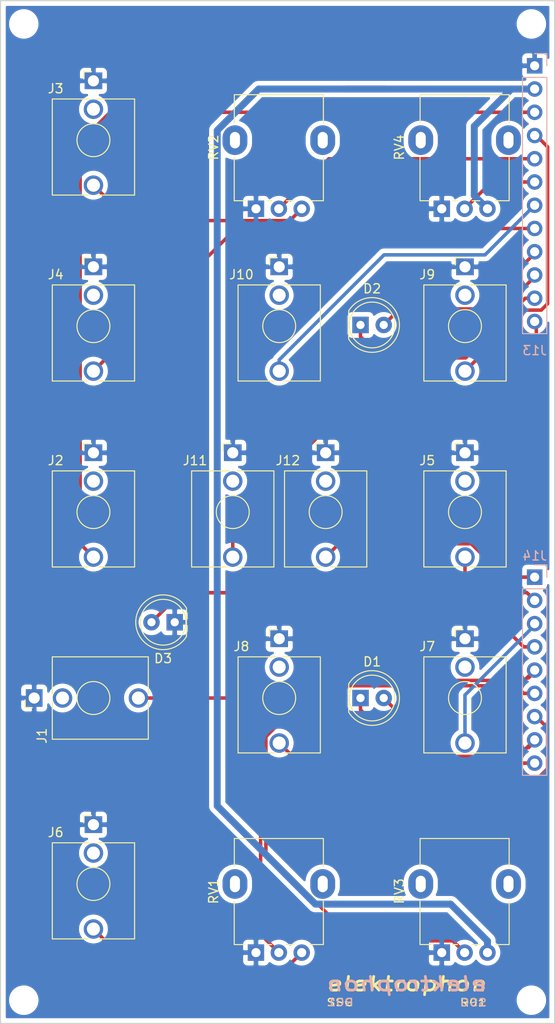
<source format=kicad_pcb>
(kicad_pcb (version 20171130) (host pcbnew 5.1.5-52549c5~84~ubuntu19.04.1)

  (general
    (thickness 1.6)
    (drawings 4)
    (tracks 126)
    (zones 0)
    (modules 26)
    (nets 36)
  )

  (page A4)
  (title_block
    (title "Smooth and Stepped Generator")
    (date 2019-11-17)
    (rev 01)
    (comment 1 "Original design by Ken Stone")
    (comment 2 "PCB for mount circuit")
    (comment 4 "License CC BY 4.0 - Attribution 4.0 International")
  )

  (layers
    (0 F.Cu signal)
    (31 B.Cu signal)
    (32 B.Adhes user)
    (33 F.Adhes user)
    (34 B.Paste user)
    (35 F.Paste user)
    (36 B.SilkS user)
    (37 F.SilkS user)
    (38 B.Mask user)
    (39 F.Mask user)
    (40 Dwgs.User user)
    (41 Cmts.User user)
    (42 Eco1.User user)
    (43 Eco2.User user)
    (44 Edge.Cuts user)
    (45 Margin user)
    (46 B.CrtYd user)
    (47 F.CrtYd user)
    (48 B.Fab user)
    (49 F.Fab user)
  )

  (setup
    (last_trace_width 0.25)
    (user_trace_width 0.381)
    (user_trace_width 0.762)
    (trace_clearance 0.2)
    (zone_clearance 0.508)
    (zone_45_only no)
    (trace_min 0.2)
    (via_size 0.8)
    (via_drill 0.4)
    (via_min_size 0.4)
    (via_min_drill 0.3)
    (uvia_size 0.3)
    (uvia_drill 0.1)
    (uvias_allowed no)
    (uvia_min_size 0.2)
    (uvia_min_drill 0.1)
    (edge_width 0.05)
    (segment_width 0.2)
    (pcb_text_width 0.3)
    (pcb_text_size 1.5 1.5)
    (mod_edge_width 0.12)
    (mod_text_size 1 1)
    (mod_text_width 0.15)
    (pad_size 1.524 1.524)
    (pad_drill 0.762)
    (pad_to_mask_clearance 0.051)
    (solder_mask_min_width 0.25)
    (aux_axis_origin 0 0)
    (visible_elements 7FFFFFFF)
    (pcbplotparams
      (layerselection 0x010fc_ffffffff)
      (usegerberextensions false)
      (usegerberattributes false)
      (usegerberadvancedattributes false)
      (creategerberjobfile false)
      (excludeedgelayer true)
      (linewidth 0.100000)
      (plotframeref false)
      (viasonmask false)
      (mode 1)
      (useauxorigin false)
      (hpglpennumber 1)
      (hpglpenspeed 20)
      (hpglpendiameter 15.000000)
      (psnegative false)
      (psa4output false)
      (plotreference true)
      (plotvalue true)
      (plotinvisibletext false)
      (padsonsilk false)
      (subtractmaskfromsilk false)
      (outputformat 1)
      (mirror false)
      (drillshape 0)
      (scaleselection 1)
      (outputdirectory "gerbers"))
  )

  (net 0 "")
  (net 1 GND)
  (net 2 "Net-(J1-PadTN)")
  (net 3 "Net-(J2-PadTN)")
  (net 4 "Net-(J3-PadTN)")
  (net 5 "Net-(J4-PadTN)")
  (net 6 "Net-(J5-PadTN)")
  (net 7 "Net-(J6-PadTN)")
  (net 8 "Net-(J7-PadTN)")
  (net 9 "Net-(J8-PadTN)")
  (net 10 "Net-(J9-PadTN)")
  (net 11 "Net-(J10-PadTN)")
  (net 12 "Net-(J11-PadTN)")
  (net 13 "Net-(J12-PadTN)")
  (net 14 -15V)
  (net 15 LED_2_a)
  (net 16 LED_2_b)
  (net 17 LED_1_a)
  (net 18 LED_1_b)
  (net 19 LED)
  (net 20 IN_1)
  (net 21 VC_1)
  (net 22 HOLD_1)
  (net 23 IN_2)
  (net 24 VC_2)
  (net 25 SAMPLE_2)
  (net 26 OUT_2)
  (net 27 CYCLE_2)
  (net 28 OUT_1)
  (net 29 CYCLE_1)
  (net 30 COUPLER_HOT)
  (net 31 COUPLER_5V)
  (net 32 RATE_1)
  (net 33 RATE_2)
  (net 34 "Net-(J3-PadT)")
  (net 35 "Net-(J6-PadT)")

  (net_class Default "This is the default net class."
    (clearance 0.2)
    (trace_width 0.25)
    (via_dia 0.8)
    (via_drill 0.4)
    (uvia_dia 0.3)
    (uvia_drill 0.1)
    (add_net -15V)
    (add_net COUPLER_5V)
    (add_net COUPLER_HOT)
    (add_net CYCLE_1)
    (add_net CYCLE_2)
    (add_net GND)
    (add_net HOLD_1)
    (add_net IN_1)
    (add_net IN_2)
    (add_net LED)
    (add_net LED_1_a)
    (add_net LED_1_b)
    (add_net LED_2_a)
    (add_net LED_2_b)
    (add_net "Net-(J1-PadTN)")
    (add_net "Net-(J10-PadTN)")
    (add_net "Net-(J11-PadTN)")
    (add_net "Net-(J12-PadTN)")
    (add_net "Net-(J2-PadTN)")
    (add_net "Net-(J3-PadT)")
    (add_net "Net-(J3-PadTN)")
    (add_net "Net-(J4-PadTN)")
    (add_net "Net-(J5-PadTN)")
    (add_net "Net-(J6-PadT)")
    (add_net "Net-(J6-PadTN)")
    (add_net "Net-(J7-PadTN)")
    (add_net "Net-(J8-PadTN)")
    (add_net "Net-(J9-PadTN)")
    (add_net OUT_1)
    (add_net OUT_2)
    (add_net RATE_1)
    (add_net RATE_2)
    (add_net SAMPLE_2)
    (add_net VC_1)
    (add_net VC_2)
  )

  (module "elektrophon:elektrophon logo" locked (layer F.Cu) (tedit 5D74BFC6) (tstamp 5DE378C3)
    (at 69.85 133.858)
    (fp_text reference REF** (at 0 3.556) (layer F.SilkS) hide
      (effects (font (size 1 1) (thickness 0.15)))
    )
    (fp_text value "elektrophon logo" (at 0 -3.048) (layer F.Fab) hide
      (effects (font (size 1 1) (thickness 0.15)))
    )
    (fp_text user SSG (at 8.84 1.02) (layer B.SilkS)
      (effects (font (size 0.8 1) (thickness 0.15)) (justify left mirror))
    )
    (fp_text user R01 (at -8.83 1) (layer B.SilkS)
      (effects (font (size 0.8 1) (thickness 0.15)) (justify right mirror))
    )
    (fp_text user elektrophon (at 0 -1.016) (layer B.SilkS)
      (effects (font (size 1.5 2) (thickness 0.3) italic) (justify mirror))
    )
    (fp_text user R01 (at 8.8 1.02) (layer F.SilkS)
      (effects (font (size 0.8 1) (thickness 0.15)) (justify right))
    )
    (fp_text user SSG (at -8.88 1) (layer F.SilkS)
      (effects (font (size 0.8 1) (thickness 0.15)) (justify left))
    )
    (fp_text user elektrophon (at 0 -1.016) (layer F.SilkS)
      (effects (font (size 1.5 2) (thickness 0.3) italic))
    )
  )

  (module elektrophon:Jack_3.5mm_WQP-PJ398SM_Vertical (layer F.Cu) (tedit 5DA46BDA) (tstamp 5DC37CC4)
    (at 60.96 81.28)
    (descr "TRS 3.5mm, vertical, Thonkiconn, PCB mount, (http://www.qingpu-electronics.com/en/products/WQP-PJ398SM-362.html)")
    (tags "WQP-PJ398SM WQP-PJ301M-12 TRS 3.5mm mono vertical jack thonkiconn qingpu")
    (path /5DC5C1BC)
    (fp_text reference J12 (at -4.13 -5.63) (layer F.SilkS)
      (effects (font (size 1 1) (thickness 0.15)))
    )
    (fp_text value 5V (at 0 -1.48) (layer F.Fab)
      (effects (font (size 1 1) (thickness 0.15)))
    )
    (fp_text user KEEPOUT (at 0 0 180) (layer Cmts.User)
      (effects (font (size 0.4 0.4) (thickness 0.051)))
    )
    (fp_line (start -5 6.5) (end -5 -7.9) (layer F.CrtYd) (width 0.05))
    (fp_line (start -4.5 6) (end -4.5 -4.4) (layer F.Fab) (width 0.1))
    (fp_text user %R (at 0 1.52) (layer F.Fab)
      (effects (font (size 1 1) (thickness 0.15)))
    )
    (fp_line (start -4.5 -4.5) (end -4.5 6) (layer F.SilkS) (width 0.12))
    (fp_line (start 4.5 -4.5) (end 4.5 6) (layer F.SilkS) (width 0.12))
    (fp_circle (center 0 0) (end 1.5 0) (layer Dwgs.User) (width 0.12))
    (fp_line (start 0.09 1.48) (end 1.48 0.09) (layer Dwgs.User) (width 0.12))
    (fp_line (start -0.58 1.35) (end 1.36 -0.59) (layer Dwgs.User) (width 0.12))
    (fp_line (start -1.07 1.01) (end 1.01 -1.07) (layer Dwgs.User) (width 0.12))
    (fp_line (start -1.42 0.395) (end 0.4 -1.42) (layer Dwgs.User) (width 0.12))
    (fp_line (start -1.41 -0.46) (end -0.46 -1.41) (layer Dwgs.User) (width 0.12))
    (fp_line (start 4.5 6) (end 0.5 6) (layer F.SilkS) (width 0.12))
    (fp_line (start -0.5 6) (end -4.5 6) (layer F.SilkS) (width 0.12))
    (fp_line (start 4.5 -4.5) (end 0.35 -4.5) (layer F.SilkS) (width 0.12))
    (fp_line (start -0.35 -4.5) (end -4.5 -4.5) (layer F.SilkS) (width 0.12))
    (fp_circle (center 0 0) (end 1.8 0) (layer F.SilkS) (width 0.12))
    (fp_line (start -1.06 -7.48) (end -1.06 -6.68) (layer F.SilkS) (width 0.12))
    (fp_line (start -1.06 -7.48) (end -0.2 -7.48) (layer F.SilkS) (width 0.12))
    (fp_line (start 4.5 6) (end 4.5 -4.4) (layer F.Fab) (width 0.1))
    (fp_line (start 4.5 6) (end -4.5 6) (layer F.Fab) (width 0.1))
    (fp_line (start 5 6.5) (end 5 -7.9) (layer F.CrtYd) (width 0.05))
    (fp_line (start 5 6.5) (end -5 6.5) (layer F.CrtYd) (width 0.05))
    (fp_line (start 5 -7.9) (end -5 -7.9) (layer F.CrtYd) (width 0.05))
    (fp_line (start 4.5 -4.45) (end -4.5 -4.45) (layer F.Fab) (width 0.1))
    (fp_circle (center 0 0) (end 1.8 0) (layer F.Fab) (width 0.1))
    (fp_line (start 0 -6.48) (end 0 -4.45) (layer F.Fab) (width 0.1))
    (pad TN thru_hole circle (at 0 -3.38 180) (size 2.13 2.13) (drill 1.42) (layers *.Cu *.Mask)
      (net 13 "Net-(J12-PadTN)"))
    (pad S thru_hole rect (at 0 -6.48 180) (size 1.93 1.83) (drill 1.22) (layers *.Cu *.Mask)
      (net 1 GND))
    (pad T thru_hole circle (at 0 4.92 180) (size 2.13 2.13) (drill 1.43) (layers *.Cu *.Mask)
      (net 31 COUPLER_5V))
    (model ${KISYS3DMOD}/Connector_Audio.3dshapes/Jack_3.5mm_QingPu_WQP-PJ398SM_Vertical.wrl
      (at (xyz 0 0 0))
      (scale (xyz 1 1 1))
      (rotate (xyz 0 0 0))
    )
    (model "${KIPRJMOD}/../../../lib/kicad/models/PJ301M-12 Thonkiconn v0.2.stp"
      (offset (xyz 0 -1 0))
      (scale (xyz 1 1 1))
      (rotate (xyz 0 0 180))
    )
  )

  (module elektrophon:Jack_3.5mm_WQP-PJ398SM_Vertical (layer F.Cu) (tedit 5DA46BDA) (tstamp 5DC37CA2)
    (at 50.8 81.28)
    (descr "TRS 3.5mm, vertical, Thonkiconn, PCB mount, (http://www.qingpu-electronics.com/en/products/WQP-PJ398SM-362.html)")
    (tags "WQP-PJ398SM WQP-PJ301M-12 TRS 3.5mm mono vertical jack thonkiconn qingpu")
    (path /5DC5BCA0)
    (fp_text reference J11 (at -4.13 -5.63) (layer F.SilkS)
      (effects (font (size 1 1) (thickness 0.15)))
    )
    (fp_text value HOT (at 0 -1.48) (layer F.Fab)
      (effects (font (size 1 1) (thickness 0.15)))
    )
    (fp_text user KEEPOUT (at 0 0 180) (layer Cmts.User)
      (effects (font (size 0.4 0.4) (thickness 0.051)))
    )
    (fp_line (start -5 6.5) (end -5 -7.9) (layer F.CrtYd) (width 0.05))
    (fp_line (start -4.5 6) (end -4.5 -4.4) (layer F.Fab) (width 0.1))
    (fp_text user %R (at 0 1.52) (layer F.Fab)
      (effects (font (size 1 1) (thickness 0.15)))
    )
    (fp_line (start -4.5 -4.5) (end -4.5 6) (layer F.SilkS) (width 0.12))
    (fp_line (start 4.5 -4.5) (end 4.5 6) (layer F.SilkS) (width 0.12))
    (fp_circle (center 0 0) (end 1.5 0) (layer Dwgs.User) (width 0.12))
    (fp_line (start 0.09 1.48) (end 1.48 0.09) (layer Dwgs.User) (width 0.12))
    (fp_line (start -0.58 1.35) (end 1.36 -0.59) (layer Dwgs.User) (width 0.12))
    (fp_line (start -1.07 1.01) (end 1.01 -1.07) (layer Dwgs.User) (width 0.12))
    (fp_line (start -1.42 0.395) (end 0.4 -1.42) (layer Dwgs.User) (width 0.12))
    (fp_line (start -1.41 -0.46) (end -0.46 -1.41) (layer Dwgs.User) (width 0.12))
    (fp_line (start 4.5 6) (end 0.5 6) (layer F.SilkS) (width 0.12))
    (fp_line (start -0.5 6) (end -4.5 6) (layer F.SilkS) (width 0.12))
    (fp_line (start 4.5 -4.5) (end 0.35 -4.5) (layer F.SilkS) (width 0.12))
    (fp_line (start -0.35 -4.5) (end -4.5 -4.5) (layer F.SilkS) (width 0.12))
    (fp_circle (center 0 0) (end 1.8 0) (layer F.SilkS) (width 0.12))
    (fp_line (start -1.06 -7.48) (end -1.06 -6.68) (layer F.SilkS) (width 0.12))
    (fp_line (start -1.06 -7.48) (end -0.2 -7.48) (layer F.SilkS) (width 0.12))
    (fp_line (start 4.5 6) (end 4.5 -4.4) (layer F.Fab) (width 0.1))
    (fp_line (start 4.5 6) (end -4.5 6) (layer F.Fab) (width 0.1))
    (fp_line (start 5 6.5) (end 5 -7.9) (layer F.CrtYd) (width 0.05))
    (fp_line (start 5 6.5) (end -5 6.5) (layer F.CrtYd) (width 0.05))
    (fp_line (start 5 -7.9) (end -5 -7.9) (layer F.CrtYd) (width 0.05))
    (fp_line (start 4.5 -4.45) (end -4.5 -4.45) (layer F.Fab) (width 0.1))
    (fp_circle (center 0 0) (end 1.8 0) (layer F.Fab) (width 0.1))
    (fp_line (start 0 -6.48) (end 0 -4.45) (layer F.Fab) (width 0.1))
    (pad TN thru_hole circle (at 0 -3.38 180) (size 2.13 2.13) (drill 1.42) (layers *.Cu *.Mask)
      (net 12 "Net-(J11-PadTN)"))
    (pad S thru_hole rect (at 0 -6.48 180) (size 1.93 1.83) (drill 1.22) (layers *.Cu *.Mask)
      (net 1 GND))
    (pad T thru_hole circle (at 0 4.92 180) (size 2.13 2.13) (drill 1.43) (layers *.Cu *.Mask)
      (net 30 COUPLER_HOT))
    (model ${KISYS3DMOD}/Connector_Audio.3dshapes/Jack_3.5mm_QingPu_WQP-PJ398SM_Vertical.wrl
      (at (xyz 0 0 0))
      (scale (xyz 1 1 1))
      (rotate (xyz 0 0 0))
    )
    (model "${KIPRJMOD}/../../../lib/kicad/models/PJ301M-12 Thonkiconn v0.2.stp"
      (offset (xyz 0 -1 0))
      (scale (xyz 1 1 1))
      (rotate (xyz 0 0 180))
    )
  )

  (module elektrophon:Jack_3.5mm_WQP-PJ398SM_Vertical (layer F.Cu) (tedit 5DA46BDA) (tstamp 5DC37C80)
    (at 55.88 60.96)
    (descr "TRS 3.5mm, vertical, Thonkiconn, PCB mount, (http://www.qingpu-electronics.com/en/products/WQP-PJ398SM-362.html)")
    (tags "WQP-PJ398SM WQP-PJ301M-12 TRS 3.5mm mono vertical jack thonkiconn qingpu")
    (path /5DC43F16)
    (fp_text reference J10 (at -4.13 -5.63) (layer F.SilkS)
      (effects (font (size 1 1) (thickness 0.15)))
    )
    (fp_text value CYCLE (at 0 -1.48) (layer F.Fab)
      (effects (font (size 1 1) (thickness 0.15)))
    )
    (fp_text user KEEPOUT (at 0 0 180) (layer Cmts.User)
      (effects (font (size 0.4 0.4) (thickness 0.051)))
    )
    (fp_line (start -5 6.5) (end -5 -7.9) (layer F.CrtYd) (width 0.05))
    (fp_line (start -4.5 6) (end -4.5 -4.4) (layer F.Fab) (width 0.1))
    (fp_text user %R (at 0 1.52) (layer F.Fab)
      (effects (font (size 1 1) (thickness 0.15)))
    )
    (fp_line (start -4.5 -4.5) (end -4.5 6) (layer F.SilkS) (width 0.12))
    (fp_line (start 4.5 -4.5) (end 4.5 6) (layer F.SilkS) (width 0.12))
    (fp_circle (center 0 0) (end 1.5 0) (layer Dwgs.User) (width 0.12))
    (fp_line (start 0.09 1.48) (end 1.48 0.09) (layer Dwgs.User) (width 0.12))
    (fp_line (start -0.58 1.35) (end 1.36 -0.59) (layer Dwgs.User) (width 0.12))
    (fp_line (start -1.07 1.01) (end 1.01 -1.07) (layer Dwgs.User) (width 0.12))
    (fp_line (start -1.42 0.395) (end 0.4 -1.42) (layer Dwgs.User) (width 0.12))
    (fp_line (start -1.41 -0.46) (end -0.46 -1.41) (layer Dwgs.User) (width 0.12))
    (fp_line (start 4.5 6) (end 0.5 6) (layer F.SilkS) (width 0.12))
    (fp_line (start -0.5 6) (end -4.5 6) (layer F.SilkS) (width 0.12))
    (fp_line (start 4.5 -4.5) (end 0.35 -4.5) (layer F.SilkS) (width 0.12))
    (fp_line (start -0.35 -4.5) (end -4.5 -4.5) (layer F.SilkS) (width 0.12))
    (fp_circle (center 0 0) (end 1.8 0) (layer F.SilkS) (width 0.12))
    (fp_line (start -1.06 -7.48) (end -1.06 -6.68) (layer F.SilkS) (width 0.12))
    (fp_line (start -1.06 -7.48) (end -0.2 -7.48) (layer F.SilkS) (width 0.12))
    (fp_line (start 4.5 6) (end 4.5 -4.4) (layer F.Fab) (width 0.1))
    (fp_line (start 4.5 6) (end -4.5 6) (layer F.Fab) (width 0.1))
    (fp_line (start 5 6.5) (end 5 -7.9) (layer F.CrtYd) (width 0.05))
    (fp_line (start 5 6.5) (end -5 6.5) (layer F.CrtYd) (width 0.05))
    (fp_line (start 5 -7.9) (end -5 -7.9) (layer F.CrtYd) (width 0.05))
    (fp_line (start 4.5 -4.45) (end -4.5 -4.45) (layer F.Fab) (width 0.1))
    (fp_circle (center 0 0) (end 1.8 0) (layer F.Fab) (width 0.1))
    (fp_line (start 0 -6.48) (end 0 -4.45) (layer F.Fab) (width 0.1))
    (pad TN thru_hole circle (at 0 -3.38 180) (size 2.13 2.13) (drill 1.42) (layers *.Cu *.Mask)
      (net 11 "Net-(J10-PadTN)"))
    (pad S thru_hole rect (at 0 -6.48 180) (size 1.93 1.83) (drill 1.22) (layers *.Cu *.Mask)
      (net 1 GND))
    (pad T thru_hole circle (at 0 4.92 180) (size 2.13 2.13) (drill 1.43) (layers *.Cu *.Mask)
      (net 29 CYCLE_1))
    (model ${KISYS3DMOD}/Connector_Audio.3dshapes/Jack_3.5mm_QingPu_WQP-PJ398SM_Vertical.wrl
      (at (xyz 0 0 0))
      (scale (xyz 1 1 1))
      (rotate (xyz 0 0 0))
    )
    (model "${KIPRJMOD}/../../../lib/kicad/models/PJ301M-12 Thonkiconn v0.2.stp"
      (offset (xyz 0 -1 0))
      (scale (xyz 1 1 1))
      (rotate (xyz 0 0 180))
    )
  )

  (module elektrophon:Jack_3.5mm_WQP-PJ398SM_Vertical (layer F.Cu) (tedit 5DA46BDA) (tstamp 5DC37C5E)
    (at 76.2 60.96)
    (descr "TRS 3.5mm, vertical, Thonkiconn, PCB mount, (http://www.qingpu-electronics.com/en/products/WQP-PJ398SM-362.html)")
    (tags "WQP-PJ398SM WQP-PJ301M-12 TRS 3.5mm mono vertical jack thonkiconn qingpu")
    (path /5DC07807)
    (fp_text reference J9 (at -4.13 -5.63) (layer F.SilkS)
      (effects (font (size 1 1) (thickness 0.15)))
    )
    (fp_text value OUT (at 0 -1.48) (layer F.Fab)
      (effects (font (size 1 1) (thickness 0.15)))
    )
    (fp_text user KEEPOUT (at 0 0 180) (layer Cmts.User)
      (effects (font (size 0.4 0.4) (thickness 0.051)))
    )
    (fp_line (start -5 6.5) (end -5 -7.9) (layer F.CrtYd) (width 0.05))
    (fp_line (start -4.5 6) (end -4.5 -4.4) (layer F.Fab) (width 0.1))
    (fp_text user %R (at 0 1.52) (layer F.Fab)
      (effects (font (size 1 1) (thickness 0.15)))
    )
    (fp_line (start -4.5 -4.5) (end -4.5 6) (layer F.SilkS) (width 0.12))
    (fp_line (start 4.5 -4.5) (end 4.5 6) (layer F.SilkS) (width 0.12))
    (fp_circle (center 0 0) (end 1.5 0) (layer Dwgs.User) (width 0.12))
    (fp_line (start 0.09 1.48) (end 1.48 0.09) (layer Dwgs.User) (width 0.12))
    (fp_line (start -0.58 1.35) (end 1.36 -0.59) (layer Dwgs.User) (width 0.12))
    (fp_line (start -1.07 1.01) (end 1.01 -1.07) (layer Dwgs.User) (width 0.12))
    (fp_line (start -1.42 0.395) (end 0.4 -1.42) (layer Dwgs.User) (width 0.12))
    (fp_line (start -1.41 -0.46) (end -0.46 -1.41) (layer Dwgs.User) (width 0.12))
    (fp_line (start 4.5 6) (end 0.5 6) (layer F.SilkS) (width 0.12))
    (fp_line (start -0.5 6) (end -4.5 6) (layer F.SilkS) (width 0.12))
    (fp_line (start 4.5 -4.5) (end 0.35 -4.5) (layer F.SilkS) (width 0.12))
    (fp_line (start -0.35 -4.5) (end -4.5 -4.5) (layer F.SilkS) (width 0.12))
    (fp_circle (center 0 0) (end 1.8 0) (layer F.SilkS) (width 0.12))
    (fp_line (start -1.06 -7.48) (end -1.06 -6.68) (layer F.SilkS) (width 0.12))
    (fp_line (start -1.06 -7.48) (end -0.2 -7.48) (layer F.SilkS) (width 0.12))
    (fp_line (start 4.5 6) (end 4.5 -4.4) (layer F.Fab) (width 0.1))
    (fp_line (start 4.5 6) (end -4.5 6) (layer F.Fab) (width 0.1))
    (fp_line (start 5 6.5) (end 5 -7.9) (layer F.CrtYd) (width 0.05))
    (fp_line (start 5 6.5) (end -5 6.5) (layer F.CrtYd) (width 0.05))
    (fp_line (start 5 -7.9) (end -5 -7.9) (layer F.CrtYd) (width 0.05))
    (fp_line (start 4.5 -4.45) (end -4.5 -4.45) (layer F.Fab) (width 0.1))
    (fp_circle (center 0 0) (end 1.8 0) (layer F.Fab) (width 0.1))
    (fp_line (start 0 -6.48) (end 0 -4.45) (layer F.Fab) (width 0.1))
    (pad TN thru_hole circle (at 0 -3.38 180) (size 2.13 2.13) (drill 1.42) (layers *.Cu *.Mask)
      (net 10 "Net-(J9-PadTN)"))
    (pad S thru_hole rect (at 0 -6.48 180) (size 1.93 1.83) (drill 1.22) (layers *.Cu *.Mask)
      (net 1 GND))
    (pad T thru_hole circle (at 0 4.92 180) (size 2.13 2.13) (drill 1.43) (layers *.Cu *.Mask)
      (net 28 OUT_1))
    (model ${KISYS3DMOD}/Connector_Audio.3dshapes/Jack_3.5mm_QingPu_WQP-PJ398SM_Vertical.wrl
      (at (xyz 0 0 0))
      (scale (xyz 1 1 1))
      (rotate (xyz 0 0 0))
    )
    (model "${KIPRJMOD}/../../../lib/kicad/models/PJ301M-12 Thonkiconn v0.2.stp"
      (offset (xyz 0 -1 0))
      (scale (xyz 1 1 1))
      (rotate (xyz 0 0 180))
    )
  )

  (module elektrophon:Jack_3.5mm_WQP-PJ398SM_Vertical (layer F.Cu) (tedit 5DA46BDA) (tstamp 5DC37CE6)
    (at 55.88 101.6)
    (descr "TRS 3.5mm, vertical, Thonkiconn, PCB mount, (http://www.qingpu-electronics.com/en/products/WQP-PJ398SM-362.html)")
    (tags "WQP-PJ398SM WQP-PJ301M-12 TRS 3.5mm mono vertical jack thonkiconn qingpu")
    (path /5DCA621D)
    (fp_text reference J8 (at -4.13 -5.63) (layer F.SilkS)
      (effects (font (size 1 1) (thickness 0.15)))
    )
    (fp_text value CYCLE (at 0 -1.48) (layer F.Fab)
      (effects (font (size 1 1) (thickness 0.15)))
    )
    (fp_text user KEEPOUT (at 0 0 180) (layer Cmts.User)
      (effects (font (size 0.4 0.4) (thickness 0.051)))
    )
    (fp_line (start -5 6.5) (end -5 -7.9) (layer F.CrtYd) (width 0.05))
    (fp_line (start -4.5 6) (end -4.5 -4.4) (layer F.Fab) (width 0.1))
    (fp_text user %R (at 0 1.52) (layer F.Fab)
      (effects (font (size 1 1) (thickness 0.15)))
    )
    (fp_line (start -4.5 -4.5) (end -4.5 6) (layer F.SilkS) (width 0.12))
    (fp_line (start 4.5 -4.5) (end 4.5 6) (layer F.SilkS) (width 0.12))
    (fp_circle (center 0 0) (end 1.5 0) (layer Dwgs.User) (width 0.12))
    (fp_line (start 0.09 1.48) (end 1.48 0.09) (layer Dwgs.User) (width 0.12))
    (fp_line (start -0.58 1.35) (end 1.36 -0.59) (layer Dwgs.User) (width 0.12))
    (fp_line (start -1.07 1.01) (end 1.01 -1.07) (layer Dwgs.User) (width 0.12))
    (fp_line (start -1.42 0.395) (end 0.4 -1.42) (layer Dwgs.User) (width 0.12))
    (fp_line (start -1.41 -0.46) (end -0.46 -1.41) (layer Dwgs.User) (width 0.12))
    (fp_line (start 4.5 6) (end 0.5 6) (layer F.SilkS) (width 0.12))
    (fp_line (start -0.5 6) (end -4.5 6) (layer F.SilkS) (width 0.12))
    (fp_line (start 4.5 -4.5) (end 0.35 -4.5) (layer F.SilkS) (width 0.12))
    (fp_line (start -0.35 -4.5) (end -4.5 -4.5) (layer F.SilkS) (width 0.12))
    (fp_circle (center 0 0) (end 1.8 0) (layer F.SilkS) (width 0.12))
    (fp_line (start -1.06 -7.48) (end -1.06 -6.68) (layer F.SilkS) (width 0.12))
    (fp_line (start -1.06 -7.48) (end -0.2 -7.48) (layer F.SilkS) (width 0.12))
    (fp_line (start 4.5 6) (end 4.5 -4.4) (layer F.Fab) (width 0.1))
    (fp_line (start 4.5 6) (end -4.5 6) (layer F.Fab) (width 0.1))
    (fp_line (start 5 6.5) (end 5 -7.9) (layer F.CrtYd) (width 0.05))
    (fp_line (start 5 6.5) (end -5 6.5) (layer F.CrtYd) (width 0.05))
    (fp_line (start 5 -7.9) (end -5 -7.9) (layer F.CrtYd) (width 0.05))
    (fp_line (start 4.5 -4.45) (end -4.5 -4.45) (layer F.Fab) (width 0.1))
    (fp_circle (center 0 0) (end 1.8 0) (layer F.Fab) (width 0.1))
    (fp_line (start 0 -6.48) (end 0 -4.45) (layer F.Fab) (width 0.1))
    (pad TN thru_hole circle (at 0 -3.38 180) (size 2.13 2.13) (drill 1.42) (layers *.Cu *.Mask)
      (net 9 "Net-(J8-PadTN)"))
    (pad S thru_hole rect (at 0 -6.48 180) (size 1.93 1.83) (drill 1.22) (layers *.Cu *.Mask)
      (net 1 GND))
    (pad T thru_hole circle (at 0 4.92 180) (size 2.13 2.13) (drill 1.43) (layers *.Cu *.Mask)
      (net 27 CYCLE_2))
    (model ${KISYS3DMOD}/Connector_Audio.3dshapes/Jack_3.5mm_QingPu_WQP-PJ398SM_Vertical.wrl
      (at (xyz 0 0 0))
      (scale (xyz 1 1 1))
      (rotate (xyz 0 0 0))
    )
    (model "${KIPRJMOD}/../../../lib/kicad/models/PJ301M-12 Thonkiconn v0.2.stp"
      (offset (xyz 0 -1 0))
      (scale (xyz 1 1 1))
      (rotate (xyz 0 0 180))
    )
  )

  (module elektrophon:Jack_3.5mm_WQP-PJ398SM_Vertical (layer F.Cu) (tedit 5DA46BDA) (tstamp 5DC37D08)
    (at 76.2 101.6)
    (descr "TRS 3.5mm, vertical, Thonkiconn, PCB mount, (http://www.qingpu-electronics.com/en/products/WQP-PJ398SM-362.html)")
    (tags "WQP-PJ398SM WQP-PJ301M-12 TRS 3.5mm mono vertical jack thonkiconn qingpu")
    (path /5DCB2AF1)
    (fp_text reference J7 (at -4.13 -5.63) (layer F.SilkS)
      (effects (font (size 1 1) (thickness 0.15)))
    )
    (fp_text value OUT (at 0 -1.48) (layer F.Fab)
      (effects (font (size 1 1) (thickness 0.15)))
    )
    (fp_text user KEEPOUT (at 0 0 180) (layer Cmts.User)
      (effects (font (size 0.4 0.4) (thickness 0.051)))
    )
    (fp_line (start -5 6.5) (end -5 -7.9) (layer F.CrtYd) (width 0.05))
    (fp_line (start -4.5 6) (end -4.5 -4.4) (layer F.Fab) (width 0.1))
    (fp_text user %R (at 0 1.52) (layer F.Fab)
      (effects (font (size 1 1) (thickness 0.15)))
    )
    (fp_line (start -4.5 -4.5) (end -4.5 6) (layer F.SilkS) (width 0.12))
    (fp_line (start 4.5 -4.5) (end 4.5 6) (layer F.SilkS) (width 0.12))
    (fp_circle (center 0 0) (end 1.5 0) (layer Dwgs.User) (width 0.12))
    (fp_line (start 0.09 1.48) (end 1.48 0.09) (layer Dwgs.User) (width 0.12))
    (fp_line (start -0.58 1.35) (end 1.36 -0.59) (layer Dwgs.User) (width 0.12))
    (fp_line (start -1.07 1.01) (end 1.01 -1.07) (layer Dwgs.User) (width 0.12))
    (fp_line (start -1.42 0.395) (end 0.4 -1.42) (layer Dwgs.User) (width 0.12))
    (fp_line (start -1.41 -0.46) (end -0.46 -1.41) (layer Dwgs.User) (width 0.12))
    (fp_line (start 4.5 6) (end 0.5 6) (layer F.SilkS) (width 0.12))
    (fp_line (start -0.5 6) (end -4.5 6) (layer F.SilkS) (width 0.12))
    (fp_line (start 4.5 -4.5) (end 0.35 -4.5) (layer F.SilkS) (width 0.12))
    (fp_line (start -0.35 -4.5) (end -4.5 -4.5) (layer F.SilkS) (width 0.12))
    (fp_circle (center 0 0) (end 1.8 0) (layer F.SilkS) (width 0.12))
    (fp_line (start -1.06 -7.48) (end -1.06 -6.68) (layer F.SilkS) (width 0.12))
    (fp_line (start -1.06 -7.48) (end -0.2 -7.48) (layer F.SilkS) (width 0.12))
    (fp_line (start 4.5 6) (end 4.5 -4.4) (layer F.Fab) (width 0.1))
    (fp_line (start 4.5 6) (end -4.5 6) (layer F.Fab) (width 0.1))
    (fp_line (start 5 6.5) (end 5 -7.9) (layer F.CrtYd) (width 0.05))
    (fp_line (start 5 6.5) (end -5 6.5) (layer F.CrtYd) (width 0.05))
    (fp_line (start 5 -7.9) (end -5 -7.9) (layer F.CrtYd) (width 0.05))
    (fp_line (start 4.5 -4.45) (end -4.5 -4.45) (layer F.Fab) (width 0.1))
    (fp_circle (center 0 0) (end 1.8 0) (layer F.Fab) (width 0.1))
    (fp_line (start 0 -6.48) (end 0 -4.45) (layer F.Fab) (width 0.1))
    (pad TN thru_hole circle (at 0 -3.38 180) (size 2.13 2.13) (drill 1.42) (layers *.Cu *.Mask)
      (net 8 "Net-(J7-PadTN)"))
    (pad S thru_hole rect (at 0 -6.48 180) (size 1.93 1.83) (drill 1.22) (layers *.Cu *.Mask)
      (net 1 GND))
    (pad T thru_hole circle (at 0 4.92 180) (size 2.13 2.13) (drill 1.43) (layers *.Cu *.Mask)
      (net 26 OUT_2))
    (model ${KISYS3DMOD}/Connector_Audio.3dshapes/Jack_3.5mm_QingPu_WQP-PJ398SM_Vertical.wrl
      (at (xyz 0 0 0))
      (scale (xyz 1 1 1))
      (rotate (xyz 0 0 0))
    )
    (model "${KIPRJMOD}/../../../lib/kicad/models/PJ301M-12 Thonkiconn v0.2.stp"
      (offset (xyz 0 -1 0))
      (scale (xyz 1 1 1))
      (rotate (xyz 0 0 180))
    )
  )

  (module elektrophon:Jack_3.5mm_WQP-PJ398SM_Vertical (layer F.Cu) (tedit 5DA46BDA) (tstamp 5DC37C1A)
    (at 35.56 121.92)
    (descr "TRS 3.5mm, vertical, Thonkiconn, PCB mount, (http://www.qingpu-electronics.com/en/products/WQP-PJ398SM-362.html)")
    (tags "WQP-PJ398SM WQP-PJ301M-12 TRS 3.5mm mono vertical jack thonkiconn qingpu")
    (path /5DC7AD46)
    (fp_text reference J6 (at -4.13 -5.63) (layer F.SilkS)
      (effects (font (size 1 1) (thickness 0.15)))
    )
    (fp_text value VC (at 0 -1.48) (layer F.Fab)
      (effects (font (size 1 1) (thickness 0.15)))
    )
    (fp_text user KEEPOUT (at 0 0 180) (layer Cmts.User)
      (effects (font (size 0.4 0.4) (thickness 0.051)))
    )
    (fp_line (start -5 6.5) (end -5 -7.9) (layer F.CrtYd) (width 0.05))
    (fp_line (start -4.5 6) (end -4.5 -4.4) (layer F.Fab) (width 0.1))
    (fp_text user %R (at 0 1.52) (layer F.Fab)
      (effects (font (size 1 1) (thickness 0.15)))
    )
    (fp_line (start -4.5 -4.5) (end -4.5 6) (layer F.SilkS) (width 0.12))
    (fp_line (start 4.5 -4.5) (end 4.5 6) (layer F.SilkS) (width 0.12))
    (fp_circle (center 0 0) (end 1.5 0) (layer Dwgs.User) (width 0.12))
    (fp_line (start 0.09 1.48) (end 1.48 0.09) (layer Dwgs.User) (width 0.12))
    (fp_line (start -0.58 1.35) (end 1.36 -0.59) (layer Dwgs.User) (width 0.12))
    (fp_line (start -1.07 1.01) (end 1.01 -1.07) (layer Dwgs.User) (width 0.12))
    (fp_line (start -1.42 0.395) (end 0.4 -1.42) (layer Dwgs.User) (width 0.12))
    (fp_line (start -1.41 -0.46) (end -0.46 -1.41) (layer Dwgs.User) (width 0.12))
    (fp_line (start 4.5 6) (end 0.5 6) (layer F.SilkS) (width 0.12))
    (fp_line (start -0.5 6) (end -4.5 6) (layer F.SilkS) (width 0.12))
    (fp_line (start 4.5 -4.5) (end 0.35 -4.5) (layer F.SilkS) (width 0.12))
    (fp_line (start -0.35 -4.5) (end -4.5 -4.5) (layer F.SilkS) (width 0.12))
    (fp_circle (center 0 0) (end 1.8 0) (layer F.SilkS) (width 0.12))
    (fp_line (start -1.06 -7.48) (end -1.06 -6.68) (layer F.SilkS) (width 0.12))
    (fp_line (start -1.06 -7.48) (end -0.2 -7.48) (layer F.SilkS) (width 0.12))
    (fp_line (start 4.5 6) (end 4.5 -4.4) (layer F.Fab) (width 0.1))
    (fp_line (start 4.5 6) (end -4.5 6) (layer F.Fab) (width 0.1))
    (fp_line (start 5 6.5) (end 5 -7.9) (layer F.CrtYd) (width 0.05))
    (fp_line (start 5 6.5) (end -5 6.5) (layer F.CrtYd) (width 0.05))
    (fp_line (start 5 -7.9) (end -5 -7.9) (layer F.CrtYd) (width 0.05))
    (fp_line (start 4.5 -4.45) (end -4.5 -4.45) (layer F.Fab) (width 0.1))
    (fp_circle (center 0 0) (end 1.8 0) (layer F.Fab) (width 0.1))
    (fp_line (start 0 -6.48) (end 0 -4.45) (layer F.Fab) (width 0.1))
    (pad TN thru_hole circle (at 0 -3.38 180) (size 2.13 2.13) (drill 1.42) (layers *.Cu *.Mask)
      (net 7 "Net-(J6-PadTN)"))
    (pad S thru_hole rect (at 0 -6.48 180) (size 1.93 1.83) (drill 1.22) (layers *.Cu *.Mask)
      (net 1 GND))
    (pad T thru_hole circle (at 0 4.92 180) (size 2.13 2.13) (drill 1.43) (layers *.Cu *.Mask)
      (net 35 "Net-(J6-PadT)"))
    (model ${KISYS3DMOD}/Connector_Audio.3dshapes/Jack_3.5mm_QingPu_WQP-PJ398SM_Vertical.wrl
      (at (xyz 0 0 0))
      (scale (xyz 1 1 1))
      (rotate (xyz 0 0 0))
    )
    (model "${KIPRJMOD}/../../../lib/kicad/models/PJ301M-12 Thonkiconn v0.2.stp"
      (offset (xyz 0 -1 0))
      (scale (xyz 1 1 1))
      (rotate (xyz 0 0 180))
    )
  )

  (module elektrophon:Jack_3.5mm_WQP-PJ398SM_Vertical (layer F.Cu) (tedit 5DA46BDA) (tstamp 5DC37BF8)
    (at 76.2 81.28)
    (descr "TRS 3.5mm, vertical, Thonkiconn, PCB mount, (http://www.qingpu-electronics.com/en/products/WQP-PJ398SM-362.html)")
    (tags "WQP-PJ398SM WQP-PJ301M-12 TRS 3.5mm mono vertical jack thonkiconn qingpu")
    (path /5DC7ACD5)
    (fp_text reference J5 (at -4.13 -5.63) (layer F.SilkS)
      (effects (font (size 1 1) (thickness 0.15)))
    )
    (fp_text value IN (at 0 -1.48) (layer F.Fab)
      (effects (font (size 1 1) (thickness 0.15)))
    )
    (fp_text user KEEPOUT (at 0 0 180) (layer Cmts.User)
      (effects (font (size 0.4 0.4) (thickness 0.051)))
    )
    (fp_line (start -5 6.5) (end -5 -7.9) (layer F.CrtYd) (width 0.05))
    (fp_line (start -4.5 6) (end -4.5 -4.4) (layer F.Fab) (width 0.1))
    (fp_text user %R (at 0 1.52) (layer F.Fab)
      (effects (font (size 1 1) (thickness 0.15)))
    )
    (fp_line (start -4.5 -4.5) (end -4.5 6) (layer F.SilkS) (width 0.12))
    (fp_line (start 4.5 -4.5) (end 4.5 6) (layer F.SilkS) (width 0.12))
    (fp_circle (center 0 0) (end 1.5 0) (layer Dwgs.User) (width 0.12))
    (fp_line (start 0.09 1.48) (end 1.48 0.09) (layer Dwgs.User) (width 0.12))
    (fp_line (start -0.58 1.35) (end 1.36 -0.59) (layer Dwgs.User) (width 0.12))
    (fp_line (start -1.07 1.01) (end 1.01 -1.07) (layer Dwgs.User) (width 0.12))
    (fp_line (start -1.42 0.395) (end 0.4 -1.42) (layer Dwgs.User) (width 0.12))
    (fp_line (start -1.41 -0.46) (end -0.46 -1.41) (layer Dwgs.User) (width 0.12))
    (fp_line (start 4.5 6) (end 0.5 6) (layer F.SilkS) (width 0.12))
    (fp_line (start -0.5 6) (end -4.5 6) (layer F.SilkS) (width 0.12))
    (fp_line (start 4.5 -4.5) (end 0.35 -4.5) (layer F.SilkS) (width 0.12))
    (fp_line (start -0.35 -4.5) (end -4.5 -4.5) (layer F.SilkS) (width 0.12))
    (fp_circle (center 0 0) (end 1.8 0) (layer F.SilkS) (width 0.12))
    (fp_line (start -1.06 -7.48) (end -1.06 -6.68) (layer F.SilkS) (width 0.12))
    (fp_line (start -1.06 -7.48) (end -0.2 -7.48) (layer F.SilkS) (width 0.12))
    (fp_line (start 4.5 6) (end 4.5 -4.4) (layer F.Fab) (width 0.1))
    (fp_line (start 4.5 6) (end -4.5 6) (layer F.Fab) (width 0.1))
    (fp_line (start 5 6.5) (end 5 -7.9) (layer F.CrtYd) (width 0.05))
    (fp_line (start 5 6.5) (end -5 6.5) (layer F.CrtYd) (width 0.05))
    (fp_line (start 5 -7.9) (end -5 -7.9) (layer F.CrtYd) (width 0.05))
    (fp_line (start 4.5 -4.45) (end -4.5 -4.45) (layer F.Fab) (width 0.1))
    (fp_circle (center 0 0) (end 1.8 0) (layer F.Fab) (width 0.1))
    (fp_line (start 0 -6.48) (end 0 -4.45) (layer F.Fab) (width 0.1))
    (pad TN thru_hole circle (at 0 -3.38 180) (size 2.13 2.13) (drill 1.42) (layers *.Cu *.Mask)
      (net 6 "Net-(J5-PadTN)"))
    (pad S thru_hole rect (at 0 -6.48 180) (size 1.93 1.83) (drill 1.22) (layers *.Cu *.Mask)
      (net 1 GND))
    (pad T thru_hole circle (at 0 4.92 180) (size 2.13 2.13) (drill 1.43) (layers *.Cu *.Mask)
      (net 23 IN_2))
    (model ${KISYS3DMOD}/Connector_Audio.3dshapes/Jack_3.5mm_QingPu_WQP-PJ398SM_Vertical.wrl
      (at (xyz 0 0 0))
      (scale (xyz 1 1 1))
      (rotate (xyz 0 0 0))
    )
    (model "${KIPRJMOD}/../../../lib/kicad/models/PJ301M-12 Thonkiconn v0.2.stp"
      (offset (xyz 0 -1 0))
      (scale (xyz 1 1 1))
      (rotate (xyz 0 0 180))
    )
  )

  (module elektrophon:Jack_3.5mm_WQP-PJ398SM_Vertical (layer F.Cu) (tedit 5DA46BDA) (tstamp 5DC37BD6)
    (at 35.56 60.96)
    (descr "TRS 3.5mm, vertical, Thonkiconn, PCB mount, (http://www.qingpu-electronics.com/en/products/WQP-PJ398SM-362.html)")
    (tags "WQP-PJ398SM WQP-PJ301M-12 TRS 3.5mm mono vertical jack thonkiconn qingpu")
    (path /5DC17F79)
    (fp_text reference J4 (at -4.13 -5.63) (layer F.SilkS)
      (effects (font (size 1 1) (thickness 0.15)))
    )
    (fp_text value HOLD (at 0 -1.48) (layer F.Fab)
      (effects (font (size 1 1) (thickness 0.15)))
    )
    (fp_text user KEEPOUT (at 0 0 180) (layer Cmts.User)
      (effects (font (size 0.4 0.4) (thickness 0.051)))
    )
    (fp_line (start -5 6.5) (end -5 -7.9) (layer F.CrtYd) (width 0.05))
    (fp_line (start -4.5 6) (end -4.5 -4.4) (layer F.Fab) (width 0.1))
    (fp_text user %R (at 0 1.52) (layer F.Fab)
      (effects (font (size 1 1) (thickness 0.15)))
    )
    (fp_line (start -4.5 -4.5) (end -4.5 6) (layer F.SilkS) (width 0.12))
    (fp_line (start 4.5 -4.5) (end 4.5 6) (layer F.SilkS) (width 0.12))
    (fp_circle (center 0 0) (end 1.5 0) (layer Dwgs.User) (width 0.12))
    (fp_line (start 0.09 1.48) (end 1.48 0.09) (layer Dwgs.User) (width 0.12))
    (fp_line (start -0.58 1.35) (end 1.36 -0.59) (layer Dwgs.User) (width 0.12))
    (fp_line (start -1.07 1.01) (end 1.01 -1.07) (layer Dwgs.User) (width 0.12))
    (fp_line (start -1.42 0.395) (end 0.4 -1.42) (layer Dwgs.User) (width 0.12))
    (fp_line (start -1.41 -0.46) (end -0.46 -1.41) (layer Dwgs.User) (width 0.12))
    (fp_line (start 4.5 6) (end 0.5 6) (layer F.SilkS) (width 0.12))
    (fp_line (start -0.5 6) (end -4.5 6) (layer F.SilkS) (width 0.12))
    (fp_line (start 4.5 -4.5) (end 0.35 -4.5) (layer F.SilkS) (width 0.12))
    (fp_line (start -0.35 -4.5) (end -4.5 -4.5) (layer F.SilkS) (width 0.12))
    (fp_circle (center 0 0) (end 1.8 0) (layer F.SilkS) (width 0.12))
    (fp_line (start -1.06 -7.48) (end -1.06 -6.68) (layer F.SilkS) (width 0.12))
    (fp_line (start -1.06 -7.48) (end -0.2 -7.48) (layer F.SilkS) (width 0.12))
    (fp_line (start 4.5 6) (end 4.5 -4.4) (layer F.Fab) (width 0.1))
    (fp_line (start 4.5 6) (end -4.5 6) (layer F.Fab) (width 0.1))
    (fp_line (start 5 6.5) (end 5 -7.9) (layer F.CrtYd) (width 0.05))
    (fp_line (start 5 6.5) (end -5 6.5) (layer F.CrtYd) (width 0.05))
    (fp_line (start 5 -7.9) (end -5 -7.9) (layer F.CrtYd) (width 0.05))
    (fp_line (start 4.5 -4.45) (end -4.5 -4.45) (layer F.Fab) (width 0.1))
    (fp_circle (center 0 0) (end 1.8 0) (layer F.Fab) (width 0.1))
    (fp_line (start 0 -6.48) (end 0 -4.45) (layer F.Fab) (width 0.1))
    (pad TN thru_hole circle (at 0 -3.38 180) (size 2.13 2.13) (drill 1.42) (layers *.Cu *.Mask)
      (net 5 "Net-(J4-PadTN)"))
    (pad S thru_hole rect (at 0 -6.48 180) (size 1.93 1.83) (drill 1.22) (layers *.Cu *.Mask)
      (net 1 GND))
    (pad T thru_hole circle (at 0 4.92 180) (size 2.13 2.13) (drill 1.43) (layers *.Cu *.Mask)
      (net 22 HOLD_1))
    (model ${KISYS3DMOD}/Connector_Audio.3dshapes/Jack_3.5mm_QingPu_WQP-PJ398SM_Vertical.wrl
      (at (xyz 0 0 0))
      (scale (xyz 1 1 1))
      (rotate (xyz 0 0 0))
    )
    (model "${KIPRJMOD}/../../../lib/kicad/models/PJ301M-12 Thonkiconn v0.2.stp"
      (offset (xyz 0 -1 0))
      (scale (xyz 1 1 1))
      (rotate (xyz 0 0 180))
    )
  )

  (module elektrophon:Jack_3.5mm_WQP-PJ398SM_Vertical (layer F.Cu) (tedit 5DA46BDA) (tstamp 5DC37BB4)
    (at 35.56 40.64)
    (descr "TRS 3.5mm, vertical, Thonkiconn, PCB mount, (http://www.qingpu-electronics.com/en/products/WQP-PJ398SM-362.html)")
    (tags "WQP-PJ398SM WQP-PJ301M-12 TRS 3.5mm mono vertical jack thonkiconn qingpu")
    (path /5DC17A27)
    (fp_text reference J3 (at -4.13 -5.63) (layer F.SilkS)
      (effects (font (size 1 1) (thickness 0.15)))
    )
    (fp_text value VC (at 0 -1.48) (layer F.Fab)
      (effects (font (size 1 1) (thickness 0.15)))
    )
    (fp_text user KEEPOUT (at 0 0 180) (layer Cmts.User)
      (effects (font (size 0.4 0.4) (thickness 0.051)))
    )
    (fp_line (start -5 6.5) (end -5 -7.9) (layer F.CrtYd) (width 0.05))
    (fp_line (start -4.5 6) (end -4.5 -4.4) (layer F.Fab) (width 0.1))
    (fp_text user %R (at 0 1.52) (layer F.Fab)
      (effects (font (size 1 1) (thickness 0.15)))
    )
    (fp_line (start -4.5 -4.5) (end -4.5 6) (layer F.SilkS) (width 0.12))
    (fp_line (start 4.5 -4.5) (end 4.5 6) (layer F.SilkS) (width 0.12))
    (fp_circle (center 0 0) (end 1.5 0) (layer Dwgs.User) (width 0.12))
    (fp_line (start 0.09 1.48) (end 1.48 0.09) (layer Dwgs.User) (width 0.12))
    (fp_line (start -0.58 1.35) (end 1.36 -0.59) (layer Dwgs.User) (width 0.12))
    (fp_line (start -1.07 1.01) (end 1.01 -1.07) (layer Dwgs.User) (width 0.12))
    (fp_line (start -1.42 0.395) (end 0.4 -1.42) (layer Dwgs.User) (width 0.12))
    (fp_line (start -1.41 -0.46) (end -0.46 -1.41) (layer Dwgs.User) (width 0.12))
    (fp_line (start 4.5 6) (end 0.5 6) (layer F.SilkS) (width 0.12))
    (fp_line (start -0.5 6) (end -4.5 6) (layer F.SilkS) (width 0.12))
    (fp_line (start 4.5 -4.5) (end 0.35 -4.5) (layer F.SilkS) (width 0.12))
    (fp_line (start -0.35 -4.5) (end -4.5 -4.5) (layer F.SilkS) (width 0.12))
    (fp_circle (center 0 0) (end 1.8 0) (layer F.SilkS) (width 0.12))
    (fp_line (start -1.06 -7.48) (end -1.06 -6.68) (layer F.SilkS) (width 0.12))
    (fp_line (start -1.06 -7.48) (end -0.2 -7.48) (layer F.SilkS) (width 0.12))
    (fp_line (start 4.5 6) (end 4.5 -4.4) (layer F.Fab) (width 0.1))
    (fp_line (start 4.5 6) (end -4.5 6) (layer F.Fab) (width 0.1))
    (fp_line (start 5 6.5) (end 5 -7.9) (layer F.CrtYd) (width 0.05))
    (fp_line (start 5 6.5) (end -5 6.5) (layer F.CrtYd) (width 0.05))
    (fp_line (start 5 -7.9) (end -5 -7.9) (layer F.CrtYd) (width 0.05))
    (fp_line (start 4.5 -4.45) (end -4.5 -4.45) (layer F.Fab) (width 0.1))
    (fp_circle (center 0 0) (end 1.8 0) (layer F.Fab) (width 0.1))
    (fp_line (start 0 -6.48) (end 0 -4.45) (layer F.Fab) (width 0.1))
    (pad TN thru_hole circle (at 0 -3.38 180) (size 2.13 2.13) (drill 1.42) (layers *.Cu *.Mask)
      (net 4 "Net-(J3-PadTN)"))
    (pad S thru_hole rect (at 0 -6.48 180) (size 1.93 1.83) (drill 1.22) (layers *.Cu *.Mask)
      (net 1 GND))
    (pad T thru_hole circle (at 0 4.92 180) (size 2.13 2.13) (drill 1.43) (layers *.Cu *.Mask)
      (net 34 "Net-(J3-PadT)"))
    (model ${KISYS3DMOD}/Connector_Audio.3dshapes/Jack_3.5mm_QingPu_WQP-PJ398SM_Vertical.wrl
      (at (xyz 0 0 0))
      (scale (xyz 1 1 1))
      (rotate (xyz 0 0 0))
    )
    (model "${KIPRJMOD}/../../../lib/kicad/models/PJ301M-12 Thonkiconn v0.2.stp"
      (offset (xyz 0 -1 0))
      (scale (xyz 1 1 1))
      (rotate (xyz 0 0 180))
    )
  )

  (module elektrophon:Jack_3.5mm_WQP-PJ398SM_Vertical (layer F.Cu) (tedit 5DA46BDA) (tstamp 5DC37B92)
    (at 35.56 81.28)
    (descr "TRS 3.5mm, vertical, Thonkiconn, PCB mount, (http://www.qingpu-electronics.com/en/products/WQP-PJ398SM-362.html)")
    (tags "WQP-PJ398SM WQP-PJ301M-12 TRS 3.5mm mono vertical jack thonkiconn qingpu")
    (path /5DBDF7E0)
    (fp_text reference J2 (at -4.13 -5.63) (layer F.SilkS)
      (effects (font (size 1 1) (thickness 0.15)))
    )
    (fp_text value IN (at 0 -1.48) (layer F.Fab)
      (effects (font (size 1 1) (thickness 0.15)))
    )
    (fp_text user KEEPOUT (at 0 0 180) (layer Cmts.User)
      (effects (font (size 0.4 0.4) (thickness 0.051)))
    )
    (fp_line (start -5 6.5) (end -5 -7.9) (layer F.CrtYd) (width 0.05))
    (fp_line (start -4.5 6) (end -4.5 -4.4) (layer F.Fab) (width 0.1))
    (fp_text user %R (at 0 1.52) (layer F.Fab)
      (effects (font (size 1 1) (thickness 0.15)))
    )
    (fp_line (start -4.5 -4.5) (end -4.5 6) (layer F.SilkS) (width 0.12))
    (fp_line (start 4.5 -4.5) (end 4.5 6) (layer F.SilkS) (width 0.12))
    (fp_circle (center 0 0) (end 1.5 0) (layer Dwgs.User) (width 0.12))
    (fp_line (start 0.09 1.48) (end 1.48 0.09) (layer Dwgs.User) (width 0.12))
    (fp_line (start -0.58 1.35) (end 1.36 -0.59) (layer Dwgs.User) (width 0.12))
    (fp_line (start -1.07 1.01) (end 1.01 -1.07) (layer Dwgs.User) (width 0.12))
    (fp_line (start -1.42 0.395) (end 0.4 -1.42) (layer Dwgs.User) (width 0.12))
    (fp_line (start -1.41 -0.46) (end -0.46 -1.41) (layer Dwgs.User) (width 0.12))
    (fp_line (start 4.5 6) (end 0.5 6) (layer F.SilkS) (width 0.12))
    (fp_line (start -0.5 6) (end -4.5 6) (layer F.SilkS) (width 0.12))
    (fp_line (start 4.5 -4.5) (end 0.35 -4.5) (layer F.SilkS) (width 0.12))
    (fp_line (start -0.35 -4.5) (end -4.5 -4.5) (layer F.SilkS) (width 0.12))
    (fp_circle (center 0 0) (end 1.8 0) (layer F.SilkS) (width 0.12))
    (fp_line (start -1.06 -7.48) (end -1.06 -6.68) (layer F.SilkS) (width 0.12))
    (fp_line (start -1.06 -7.48) (end -0.2 -7.48) (layer F.SilkS) (width 0.12))
    (fp_line (start 4.5 6) (end 4.5 -4.4) (layer F.Fab) (width 0.1))
    (fp_line (start 4.5 6) (end -4.5 6) (layer F.Fab) (width 0.1))
    (fp_line (start 5 6.5) (end 5 -7.9) (layer F.CrtYd) (width 0.05))
    (fp_line (start 5 6.5) (end -5 6.5) (layer F.CrtYd) (width 0.05))
    (fp_line (start 5 -7.9) (end -5 -7.9) (layer F.CrtYd) (width 0.05))
    (fp_line (start 4.5 -4.45) (end -4.5 -4.45) (layer F.Fab) (width 0.1))
    (fp_circle (center 0 0) (end 1.8 0) (layer F.Fab) (width 0.1))
    (fp_line (start 0 -6.48) (end 0 -4.45) (layer F.Fab) (width 0.1))
    (pad TN thru_hole circle (at 0 -3.38 180) (size 2.13 2.13) (drill 1.42) (layers *.Cu *.Mask)
      (net 3 "Net-(J2-PadTN)"))
    (pad S thru_hole rect (at 0 -6.48 180) (size 1.93 1.83) (drill 1.22) (layers *.Cu *.Mask)
      (net 1 GND))
    (pad T thru_hole circle (at 0 4.92 180) (size 2.13 2.13) (drill 1.43) (layers *.Cu *.Mask)
      (net 20 IN_1))
    (model ${KISYS3DMOD}/Connector_Audio.3dshapes/Jack_3.5mm_QingPu_WQP-PJ398SM_Vertical.wrl
      (at (xyz 0 0 0))
      (scale (xyz 1 1 1))
      (rotate (xyz 0 0 0))
    )
    (model "${KIPRJMOD}/../../../lib/kicad/models/PJ301M-12 Thonkiconn v0.2.stp"
      (offset (xyz 0 -1 0))
      (scale (xyz 1 1 1))
      (rotate (xyz 0 0 180))
    )
  )

  (module elektrophon:Jack_3.5mm_WQP-PJ398SM_Vertical (layer F.Cu) (tedit 5DA46BDA) (tstamp 5DC37C3C)
    (at 35.56 101.6 90)
    (descr "TRS 3.5mm, vertical, Thonkiconn, PCB mount, (http://www.qingpu-electronics.com/en/products/WQP-PJ398SM-362.html)")
    (tags "WQP-PJ398SM WQP-PJ301M-12 TRS 3.5mm mono vertical jack thonkiconn qingpu")
    (path /5DC7AD4C)
    (fp_text reference J1 (at -4.13 -5.63 90) (layer F.SilkS)
      (effects (font (size 1 1) (thickness 0.15)))
    )
    (fp_text value SAMPLE (at 0 -1.48 90) (layer F.Fab)
      (effects (font (size 1 1) (thickness 0.15)))
    )
    (fp_text user KEEPOUT (at 0 0 270) (layer Cmts.User)
      (effects (font (size 0.4 0.4) (thickness 0.051)))
    )
    (fp_line (start -5 6.5) (end -5 -7.9) (layer F.CrtYd) (width 0.05))
    (fp_line (start -4.5 6) (end -4.5 -4.4) (layer F.Fab) (width 0.1))
    (fp_text user %R (at 0 1.52 90) (layer F.Fab)
      (effects (font (size 1 1) (thickness 0.15)))
    )
    (fp_line (start -4.5 -4.5) (end -4.5 6) (layer F.SilkS) (width 0.12))
    (fp_line (start 4.5 -4.5) (end 4.5 6) (layer F.SilkS) (width 0.12))
    (fp_circle (center 0 0) (end 1.5 0) (layer Dwgs.User) (width 0.12))
    (fp_line (start 0.09 1.48) (end 1.48 0.09) (layer Dwgs.User) (width 0.12))
    (fp_line (start -0.58 1.35) (end 1.36 -0.59) (layer Dwgs.User) (width 0.12))
    (fp_line (start -1.07 1.01) (end 1.01 -1.07) (layer Dwgs.User) (width 0.12))
    (fp_line (start -1.42 0.395) (end 0.4 -1.42) (layer Dwgs.User) (width 0.12))
    (fp_line (start -1.41 -0.46) (end -0.46 -1.41) (layer Dwgs.User) (width 0.12))
    (fp_line (start 4.5 6) (end 0.5 6) (layer F.SilkS) (width 0.12))
    (fp_line (start -0.5 6) (end -4.5 6) (layer F.SilkS) (width 0.12))
    (fp_line (start 4.5 -4.5) (end 0.35 -4.5) (layer F.SilkS) (width 0.12))
    (fp_line (start -0.35 -4.5) (end -4.5 -4.5) (layer F.SilkS) (width 0.12))
    (fp_circle (center 0 0) (end 1.8 0) (layer F.SilkS) (width 0.12))
    (fp_line (start -1.06 -7.48) (end -1.06 -6.68) (layer F.SilkS) (width 0.12))
    (fp_line (start -1.06 -7.48) (end -0.2 -7.48) (layer F.SilkS) (width 0.12))
    (fp_line (start 4.5 6) (end 4.5 -4.4) (layer F.Fab) (width 0.1))
    (fp_line (start 4.5 6) (end -4.5 6) (layer F.Fab) (width 0.1))
    (fp_line (start 5 6.5) (end 5 -7.9) (layer F.CrtYd) (width 0.05))
    (fp_line (start 5 6.5) (end -5 6.5) (layer F.CrtYd) (width 0.05))
    (fp_line (start 5 -7.9) (end -5 -7.9) (layer F.CrtYd) (width 0.05))
    (fp_line (start 4.5 -4.45) (end -4.5 -4.45) (layer F.Fab) (width 0.1))
    (fp_circle (center 0 0) (end 1.8 0) (layer F.Fab) (width 0.1))
    (fp_line (start 0 -6.48) (end 0 -4.45) (layer F.Fab) (width 0.1))
    (pad TN thru_hole circle (at 0 -3.38 270) (size 2.13 2.13) (drill 1.42) (layers *.Cu *.Mask)
      (net 2 "Net-(J1-PadTN)"))
    (pad S thru_hole rect (at 0 -6.48 270) (size 1.93 1.83) (drill 1.22) (layers *.Cu *.Mask)
      (net 1 GND))
    (pad T thru_hole circle (at 0 4.92 270) (size 2.13 2.13) (drill 1.43) (layers *.Cu *.Mask)
      (net 25 SAMPLE_2))
    (model ${KISYS3DMOD}/Connector_Audio.3dshapes/Jack_3.5mm_QingPu_WQP-PJ398SM_Vertical.wrl
      (at (xyz 0 0 0))
      (scale (xyz 1 1 1))
      (rotate (xyz 0 0 0))
    )
    (model "${KIPRJMOD}/../../../lib/kicad/models/PJ301M-12 Thonkiconn v0.2.stp"
      (offset (xyz 0 -1 0))
      (scale (xyz 1 1 1))
      (rotate (xyz 0 0 180))
    )
  )

  (module MountingHole:MountingHole_2.2mm_M2 locked (layer F.Cu) (tedit 56D1B4CB) (tstamp 5DD17487)
    (at 83.46 134.62)
    (descr "Mounting Hole 2.2mm, no annular, M2")
    (tags "mounting hole 2.2mm no annular m2")
    (attr virtual)
    (fp_text reference REF** (at 0 -3.2) (layer F.SilkS) hide
      (effects (font (size 1 1) (thickness 0.15)))
    )
    (fp_text value MountingHole_2.2mm_M2 (at 0 3.2) (layer F.Fab) hide
      (effects (font (size 1 1) (thickness 0.15)))
    )
    (fp_circle (center 0 0) (end 2.45 0) (layer F.CrtYd) (width 0.05))
    (fp_circle (center 0 0) (end 2.2 0) (layer Cmts.User) (width 0.15))
    (fp_text user %R (at 0.3 0) (layer F.Fab) hide
      (effects (font (size 1 1) (thickness 0.15)))
    )
    (pad 1 np_thru_hole circle (at 0 0) (size 2.2 2.2) (drill 2.2) (layers *.Cu *.Mask))
  )

  (module MountingHole:MountingHole_2.2mm_M2 locked (layer F.Cu) (tedit 56D1B4CB) (tstamp 5DD17487)
    (at 27.94 134.62)
    (descr "Mounting Hole 2.2mm, no annular, M2")
    (tags "mounting hole 2.2mm no annular m2")
    (attr virtual)
    (fp_text reference REF** (at 0 -3.2) (layer F.SilkS) hide
      (effects (font (size 1 1) (thickness 0.15)))
    )
    (fp_text value MountingHole_2.2mm_M2 (at 0 3.2) (layer F.Fab) hide
      (effects (font (size 1 1) (thickness 0.15)))
    )
    (fp_circle (center 0 0) (end 2.45 0) (layer F.CrtYd) (width 0.05))
    (fp_circle (center 0 0) (end 2.2 0) (layer Cmts.User) (width 0.15))
    (fp_text user %R (at 0.3 0) (layer F.Fab) hide
      (effects (font (size 1 1) (thickness 0.15)))
    )
    (pad 1 np_thru_hole circle (at 0 0) (size 2.2 2.2) (drill 2.2) (layers *.Cu *.Mask))
  )

  (module MountingHole:MountingHole_2.2mm_M2 locked (layer F.Cu) (tedit 56D1B4CB) (tstamp 5DD17487)
    (at 83.46 27.94)
    (descr "Mounting Hole 2.2mm, no annular, M2")
    (tags "mounting hole 2.2mm no annular m2")
    (attr virtual)
    (fp_text reference REF** (at 0 -3.2) (layer F.SilkS) hide
      (effects (font (size 1 1) (thickness 0.15)))
    )
    (fp_text value MountingHole_2.2mm_M2 (at 0 3.2) (layer F.Fab) hide
      (effects (font (size 1 1) (thickness 0.15)))
    )
    (fp_circle (center 0 0) (end 2.45 0) (layer F.CrtYd) (width 0.05))
    (fp_circle (center 0 0) (end 2.2 0) (layer Cmts.User) (width 0.15))
    (fp_text user %R (at 0.3 0) (layer F.Fab) hide
      (effects (font (size 1 1) (thickness 0.15)))
    )
    (pad 1 np_thru_hole circle (at 0 0) (size 2.2 2.2) (drill 2.2) (layers *.Cu *.Mask))
  )

  (module MountingHole:MountingHole_2.2mm_M2 locked (layer F.Cu) (tedit 56D1B4CB) (tstamp 5DD17423)
    (at 27.94 27.94)
    (descr "Mounting Hole 2.2mm, no annular, M2")
    (tags "mounting hole 2.2mm no annular m2")
    (attr virtual)
    (fp_text reference REF** (at 0 -3.2) (layer F.SilkS) hide
      (effects (font (size 1 1) (thickness 0.15)))
    )
    (fp_text value MountingHole_2.2mm_M2 (at 0 3.2) (layer F.Fab) hide
      (effects (font (size 1 1) (thickness 0.15)))
    )
    (fp_circle (center 0 0) (end 2.45 0) (layer F.CrtYd) (width 0.05))
    (fp_circle (center 0 0) (end 2.2 0) (layer Cmts.User) (width 0.15))
    (fp_text user %R (at 0.3 0) (layer F.Fab) hide
      (effects (font (size 1 1) (thickness 0.15)))
    )
    (pad 1 np_thru_hole circle (at 0 0) (size 2.2 2.2) (drill 2.2) (layers *.Cu *.Mask))
  )

  (module elektrophon:Potentiometer_Alpha_RD901F-40-00D_Single_Vertical (layer F.Cu) (tedit 5DA46BB9) (tstamp 5DD1AAF5)
    (at 76.2 40.64 90)
    (descr "Potentiometer, vertical, 9mm, single, http://www.taiwanalpha.com.tw/downloads?target=products&id=113")
    (tags "potentiometer vertical 9mm single")
    (path /5DD2E02F)
    (fp_text reference RV4 (at -0.79 -7.18 270) (layer F.SilkS)
      (effects (font (size 1 1) (thickness 0.15)))
    )
    (fp_text value 50k (at -7.5 7.32 270) (layer F.Fab)
      (effects (font (size 1 1) (thickness 0.15)))
    )
    (fp_line (start -6.62 1.62) (end -6.62 0.79) (layer F.SilkS) (width 0.12))
    (fp_line (start -6.62 -0.83) (end -6.62 -1.36) (layer F.SilkS) (width 0.12))
    (fp_line (start -6.62 -3.73) (end -6.62 -4.91) (layer F.SilkS) (width 0.12))
    (fp_line (start -6.62 4.83) (end -1.9 4.83) (layer F.SilkS) (width 0.12))
    (fp_line (start 1.91 -4.91) (end 4.97 -4.91) (layer F.SilkS) (width 0.12))
    (fp_line (start -6.5 4.71) (end 4.85 4.71) (layer F.Fab) (width 0.1))
    (fp_line (start -6.5 -4.79) (end 4.85 -4.79) (layer F.Fab) (width 0.1))
    (fp_line (start 4.85 4.71) (end 4.85 -4.79) (layer F.Fab) (width 0.1))
    (fp_line (start -6.5 4.71) (end -6.5 -4.79) (layer F.Fab) (width 0.1))
    (fp_circle (center 0 -0.04) (end 0 -3.54) (layer F.Fab) (width 0.1))
    (fp_line (start -6.62 -4.92) (end -1.9 -4.92) (layer F.SilkS) (width 0.12))
    (fp_line (start 1.91 4.83) (end 4.97 4.83) (layer F.SilkS) (width 0.12))
    (fp_line (start -6.62 4.83) (end -6.62 3.34) (layer F.SilkS) (width 0.12))
    (fp_line (start 4.97 4.83) (end 4.97 -4.91) (layer F.SilkS) (width 0.12))
    (fp_line (start 5.1 6.37) (end 5.1 -6.45) (layer F.CrtYd) (width 0.05))
    (fp_line (start 5.1 -6.45) (end -8.65 -6.45) (layer F.CrtYd) (width 0.05))
    (fp_line (start -8.65 -6.45) (end -8.65 6.37) (layer F.CrtYd) (width 0.05))
    (fp_line (start -8.65 6.37) (end 5.1 6.37) (layer F.CrtYd) (width 0.05))
    (fp_text user %R (at 0.12 0 90) (layer F.Fab)
      (effects (font (size 1 1) (thickness 0.15)))
    )
    (pad "" thru_hole oval (at 0 -4.84 180) (size 2.72 3.24) (drill oval 1.1 1.8) (layers *.Cu *.Mask))
    (pad "" thru_hole oval (at 0 4.76 180) (size 2.72 3.24) (drill oval 1.1 1.8) (layers *.Cu *.Mask))
    (pad 3 thru_hole circle (at -7.5 2.46 180) (size 1.8 1.8) (drill 1) (layers *.Cu *.Mask)
      (net 14 -15V))
    (pad 2 thru_hole circle (at -7.5 -0.04 180) (size 1.8 1.8) (drill 1) (layers *.Cu *.Mask)
      (net 32 RATE_1))
    (pad 1 thru_hole rect (at -7.5 -2.54 180) (size 1.8 1.8) (drill 1) (layers *.Cu *.Mask)
      (net 1 GND))
    (model ${KISYS3DMOD}/Potentiometer_THT.3dshapes/Potentiometer_Alpha_RD901F-40-00D_Single_Vertical.wrl
      (at (xyz 0 0 0))
      (scale (xyz 1 1 1))
      (rotate (xyz 0 0 0))
    )
    (model ${KIPRJMOD}/../../../lib/kicad/models/ALPHA-RD901F-40.step
      (at (xyz 0 0 0))
      (scale (xyz 1 1 1))
      (rotate (xyz 0 0 90))
    )
  )

  (module elektrophon:Potentiometer_Alpha_RD901F-40-00D_Single_Vertical (layer F.Cu) (tedit 5DA46BB9) (tstamp 5DD1AAD9)
    (at 76.2 121.92 90)
    (descr "Potentiometer, vertical, 9mm, single, http://www.taiwanalpha.com.tw/downloads?target=products&id=113")
    (tags "potentiometer vertical 9mm single")
    (path /5DD25BD5)
    (fp_text reference RV3 (at -0.79 -7.18 270) (layer F.SilkS)
      (effects (font (size 1 1) (thickness 0.15)))
    )
    (fp_text value 50k (at -7.5 7.32 270) (layer F.Fab)
      (effects (font (size 1 1) (thickness 0.15)))
    )
    (fp_line (start -6.62 1.62) (end -6.62 0.79) (layer F.SilkS) (width 0.12))
    (fp_line (start -6.62 -0.83) (end -6.62 -1.36) (layer F.SilkS) (width 0.12))
    (fp_line (start -6.62 -3.73) (end -6.62 -4.91) (layer F.SilkS) (width 0.12))
    (fp_line (start -6.62 4.83) (end -1.9 4.83) (layer F.SilkS) (width 0.12))
    (fp_line (start 1.91 -4.91) (end 4.97 -4.91) (layer F.SilkS) (width 0.12))
    (fp_line (start -6.5 4.71) (end 4.85 4.71) (layer F.Fab) (width 0.1))
    (fp_line (start -6.5 -4.79) (end 4.85 -4.79) (layer F.Fab) (width 0.1))
    (fp_line (start 4.85 4.71) (end 4.85 -4.79) (layer F.Fab) (width 0.1))
    (fp_line (start -6.5 4.71) (end -6.5 -4.79) (layer F.Fab) (width 0.1))
    (fp_circle (center 0 -0.04) (end 0 -3.54) (layer F.Fab) (width 0.1))
    (fp_line (start -6.62 -4.92) (end -1.9 -4.92) (layer F.SilkS) (width 0.12))
    (fp_line (start 1.91 4.83) (end 4.97 4.83) (layer F.SilkS) (width 0.12))
    (fp_line (start -6.62 4.83) (end -6.62 3.34) (layer F.SilkS) (width 0.12))
    (fp_line (start 4.97 4.83) (end 4.97 -4.91) (layer F.SilkS) (width 0.12))
    (fp_line (start 5.1 6.37) (end 5.1 -6.45) (layer F.CrtYd) (width 0.05))
    (fp_line (start 5.1 -6.45) (end -8.65 -6.45) (layer F.CrtYd) (width 0.05))
    (fp_line (start -8.65 -6.45) (end -8.65 6.37) (layer F.CrtYd) (width 0.05))
    (fp_line (start -8.65 6.37) (end 5.1 6.37) (layer F.CrtYd) (width 0.05))
    (fp_text user %R (at 0.12 0 90) (layer F.Fab)
      (effects (font (size 1 1) (thickness 0.15)))
    )
    (pad "" thru_hole oval (at 0 -4.84 180) (size 2.72 3.24) (drill oval 1.1 1.8) (layers *.Cu *.Mask))
    (pad "" thru_hole oval (at 0 4.76 180) (size 2.72 3.24) (drill oval 1.1 1.8) (layers *.Cu *.Mask))
    (pad 3 thru_hole circle (at -7.5 2.46 180) (size 1.8 1.8) (drill 1) (layers *.Cu *.Mask)
      (net 14 -15V))
    (pad 2 thru_hole circle (at -7.5 -0.04 180) (size 1.8 1.8) (drill 1) (layers *.Cu *.Mask)
      (net 33 RATE_2))
    (pad 1 thru_hole rect (at -7.5 -2.54 180) (size 1.8 1.8) (drill 1) (layers *.Cu *.Mask)
      (net 1 GND))
    (model ${KISYS3DMOD}/Potentiometer_THT.3dshapes/Potentiometer_Alpha_RD901F-40-00D_Single_Vertical.wrl
      (at (xyz 0 0 0))
      (scale (xyz 1 1 1))
      (rotate (xyz 0 0 0))
    )
    (model ${KIPRJMOD}/../../../lib/kicad/models/ALPHA-RD901F-40.step
      (at (xyz 0 0 0))
      (scale (xyz 1 1 1))
      (rotate (xyz 0 0 90))
    )
  )

  (module Connector_PinHeader_2.54mm:PinHeader_1x09_P2.54mm_Vertical (layer B.Cu) (tedit 59FED5CC) (tstamp 5DD170CC)
    (at 83.82 88.392 180)
    (descr "Through hole straight pin header, 1x09, 2.54mm pitch, single row")
    (tags "Through hole pin header THT 1x09 2.54mm single row")
    (path /5DD1BE5B)
    (fp_text reference J14 (at 0 2.33) (layer B.SilkS)
      (effects (font (size 1 1) (thickness 0.15)) (justify mirror))
    )
    (fp_text value Conn_01x09_Male (at 0 -22.65) (layer B.Fab) hide
      (effects (font (size 1 1) (thickness 0.15)) (justify mirror))
    )
    (fp_text user %R (at 0 -10.16 270) (layer B.Fab) hide
      (effects (font (size 1 1) (thickness 0.15)) (justify mirror))
    )
    (fp_line (start 1.8 1.8) (end -1.8 1.8) (layer B.CrtYd) (width 0.05))
    (fp_line (start 1.8 -22.1) (end 1.8 1.8) (layer B.CrtYd) (width 0.05))
    (fp_line (start -1.8 -22.1) (end 1.8 -22.1) (layer B.CrtYd) (width 0.05))
    (fp_line (start -1.8 1.8) (end -1.8 -22.1) (layer B.CrtYd) (width 0.05))
    (fp_line (start -1.33 1.33) (end 0 1.33) (layer B.SilkS) (width 0.12))
    (fp_line (start -1.33 0) (end -1.33 1.33) (layer B.SilkS) (width 0.12))
    (fp_line (start -1.33 -1.27) (end 1.33 -1.27) (layer B.SilkS) (width 0.12))
    (fp_line (start 1.33 -1.27) (end 1.33 -21.65) (layer B.SilkS) (width 0.12))
    (fp_line (start -1.33 -1.27) (end -1.33 -21.65) (layer B.SilkS) (width 0.12))
    (fp_line (start -1.33 -21.65) (end 1.33 -21.65) (layer B.SilkS) (width 0.12))
    (fp_line (start -1.27 0.635) (end -0.635 1.27) (layer B.Fab) (width 0.1))
    (fp_line (start -1.27 -21.59) (end -1.27 0.635) (layer B.Fab) (width 0.1))
    (fp_line (start 1.27 -21.59) (end -1.27 -21.59) (layer B.Fab) (width 0.1))
    (fp_line (start 1.27 1.27) (end 1.27 -21.59) (layer B.Fab) (width 0.1))
    (fp_line (start -0.635 1.27) (end 1.27 1.27) (layer B.Fab) (width 0.1))
    (pad 9 thru_hole oval (at 0 -20.32 180) (size 1.7 1.7) (drill 1) (layers *.Cu *.Mask)
      (net 16 LED_2_b))
    (pad 8 thru_hole oval (at 0 -17.78 180) (size 1.7 1.7) (drill 1) (layers *.Cu *.Mask)
      (net 15 LED_2_a))
    (pad 7 thru_hole oval (at 0 -15.24 180) (size 1.7 1.7) (drill 1) (layers *.Cu *.Mask)
      (net 27 CYCLE_2))
    (pad 6 thru_hole oval (at 0 -12.7 180) (size 1.7 1.7) (drill 1) (layers *.Cu *.Mask)
      (net 33 RATE_2))
    (pad 5 thru_hole oval (at 0 -10.16 180) (size 1.7 1.7) (drill 1) (layers *.Cu *.Mask)
      (net 24 VC_2))
    (pad 4 thru_hole oval (at 0 -7.62 180) (size 1.7 1.7) (drill 1) (layers *.Cu *.Mask)
      (net 23 IN_2))
    (pad 3 thru_hole oval (at 0 -5.08 180) (size 1.7 1.7) (drill 1) (layers *.Cu *.Mask)
      (net 26 OUT_2))
    (pad 2 thru_hole oval (at 0 -2.54 180) (size 1.7 1.7) (drill 1) (layers *.Cu *.Mask)
      (net 25 SAMPLE_2))
    (pad 1 thru_hole rect (at 0 0 180) (size 1.7 1.7) (drill 1) (layers *.Cu *.Mask)
      (net 19 LED))
    (model ${KISYS3DMOD}/Connector_PinHeader_2.54mm.3dshapes/PinHeader_1x09_P2.54mm_Vertical.wrl
      (at (xyz 0 0 0))
      (scale (xyz 1 1 1))
      (rotate (xyz 0 0 0))
    )
  )

  (module Connector_PinHeader_2.54mm:PinHeader_1x12_P2.54mm_Vertical (layer B.Cu) (tedit 59FED5CC) (tstamp 5DD170AF)
    (at 83.82 32.512 180)
    (descr "Through hole straight pin header, 1x12, 2.54mm pitch, single row")
    (tags "Through hole pin header THT 1x12 2.54mm single row")
    (path /5DD1A2A0)
    (fp_text reference J13 (at 0 -31.115) (layer B.SilkS)
      (effects (font (size 1 1) (thickness 0.15)) (justify mirror))
    )
    (fp_text value Conn_01x12_Male (at 0 -30.27) (layer B.Fab) hide
      (effects (font (size 1 1) (thickness 0.15)) (justify mirror))
    )
    (fp_text user %R (at 0 -13.97 270) (layer B.Fab) hide
      (effects (font (size 1 1) (thickness 0.15)) (justify mirror))
    )
    (fp_line (start 1.8 1.8) (end -1.8 1.8) (layer B.CrtYd) (width 0.05))
    (fp_line (start 1.8 -29.75) (end 1.8 1.8) (layer B.CrtYd) (width 0.05))
    (fp_line (start -1.8 -29.75) (end 1.8 -29.75) (layer B.CrtYd) (width 0.05))
    (fp_line (start -1.8 1.8) (end -1.8 -29.75) (layer B.CrtYd) (width 0.05))
    (fp_line (start -1.33 1.33) (end 0 1.33) (layer B.SilkS) (width 0.12))
    (fp_line (start -1.33 0) (end -1.33 1.33) (layer B.SilkS) (width 0.12))
    (fp_line (start -1.33 -1.27) (end 1.33 -1.27) (layer B.SilkS) (width 0.12))
    (fp_line (start 1.33 -1.27) (end 1.33 -29.27) (layer B.SilkS) (width 0.12))
    (fp_line (start -1.33 -1.27) (end -1.33 -29.27) (layer B.SilkS) (width 0.12))
    (fp_line (start -1.33 -29.27) (end 1.33 -29.27) (layer B.SilkS) (width 0.12))
    (fp_line (start -1.27 0.635) (end -0.635 1.27) (layer B.Fab) (width 0.1))
    (fp_line (start -1.27 -29.21) (end -1.27 0.635) (layer B.Fab) (width 0.1))
    (fp_line (start 1.27 -29.21) (end -1.27 -29.21) (layer B.Fab) (width 0.1))
    (fp_line (start 1.27 1.27) (end 1.27 -29.21) (layer B.Fab) (width 0.1))
    (fp_line (start -0.635 1.27) (end 1.27 1.27) (layer B.Fab) (width 0.1))
    (pad 12 thru_hole oval (at 0 -27.94 180) (size 1.7 1.7) (drill 1) (layers *.Cu *.Mask)
      (net 31 COUPLER_5V))
    (pad 11 thru_hole oval (at 0 -25.4 180) (size 1.7 1.7) (drill 1) (layers *.Cu *.Mask)
      (net 30 COUPLER_HOT))
    (pad 10 thru_hole oval (at 0 -22.86 180) (size 1.7 1.7) (drill 1) (layers *.Cu *.Mask)
      (net 18 LED_1_b))
    (pad 9 thru_hole oval (at 0 -20.32 180) (size 1.7 1.7) (drill 1) (layers *.Cu *.Mask)
      (net 17 LED_1_a))
    (pad 8 thru_hole oval (at 0 -17.78 180) (size 1.7 1.7) (drill 1) (layers *.Cu *.Mask)
      (net 22 HOLD_1))
    (pad 7 thru_hole oval (at 0 -15.24 180) (size 1.7 1.7) (drill 1) (layers *.Cu *.Mask)
      (net 29 CYCLE_1))
    (pad 6 thru_hole oval (at 0 -12.7 180) (size 1.7 1.7) (drill 1) (layers *.Cu *.Mask)
      (net 32 RATE_1))
    (pad 5 thru_hole oval (at 0 -10.16 180) (size 1.7 1.7) (drill 1) (layers *.Cu *.Mask)
      (net 21 VC_1))
    (pad 4 thru_hole oval (at 0 -7.62 180) (size 1.7 1.7) (drill 1) (layers *.Cu *.Mask)
      (net 28 OUT_1))
    (pad 3 thru_hole oval (at 0 -5.08 180) (size 1.7 1.7) (drill 1) (layers *.Cu *.Mask)
      (net 20 IN_1))
    (pad 2 thru_hole oval (at 0 -2.54 180) (size 1.7 1.7) (drill 1) (layers *.Cu *.Mask)
      (net 14 -15V))
    (pad 1 thru_hole rect (at 0 0 180) (size 1.7 1.7) (drill 1) (layers *.Cu *.Mask)
      (net 1 GND))
    (model ${KISYS3DMOD}/Connector_PinHeader_2.54mm.3dshapes/PinHeader_1x12_P2.54mm_Vertical.wrl
      (at (xyz 0 0 0))
      (scale (xyz 1 1 1))
      (rotate (xyz 0 0 0))
    )
  )

  (module LED_THT:LED_D5.0mm (layer F.Cu) (tedit 5995936A) (tstamp 5DD16E3D)
    (at 44.45 93.32 180)
    (descr "LED, diameter 5.0mm, 2 pins, http://cdn-reichelt.de/documents/datenblatt/A500/LL-504BC2E-009.pdf")
    (tags "LED diameter 5.0mm 2 pins")
    (path /5DC77379)
    (fp_text reference D3 (at 1.27 -3.96) (layer F.SilkS)
      (effects (font (size 1 1) (thickness 0.15)))
    )
    (fp_text value LED (at 1.27 3.96) (layer F.Fab)
      (effects (font (size 1 1) (thickness 0.15)))
    )
    (fp_text user %R (at 1.25 0) (layer F.Fab)
      (effects (font (size 0.8 0.8) (thickness 0.2)))
    )
    (fp_line (start 4.5 -3.25) (end -1.95 -3.25) (layer F.CrtYd) (width 0.05))
    (fp_line (start 4.5 3.25) (end 4.5 -3.25) (layer F.CrtYd) (width 0.05))
    (fp_line (start -1.95 3.25) (end 4.5 3.25) (layer F.CrtYd) (width 0.05))
    (fp_line (start -1.95 -3.25) (end -1.95 3.25) (layer F.CrtYd) (width 0.05))
    (fp_line (start -1.29 -1.545) (end -1.29 1.545) (layer F.SilkS) (width 0.12))
    (fp_line (start -1.23 -1.469694) (end -1.23 1.469694) (layer F.Fab) (width 0.1))
    (fp_circle (center 1.27 0) (end 3.77 0) (layer F.SilkS) (width 0.12))
    (fp_circle (center 1.27 0) (end 3.77 0) (layer F.Fab) (width 0.1))
    (fp_arc (start 1.27 0) (end -1.29 1.54483) (angle -148.9) (layer F.SilkS) (width 0.12))
    (fp_arc (start 1.27 0) (end -1.29 -1.54483) (angle 148.9) (layer F.SilkS) (width 0.12))
    (fp_arc (start 1.27 0) (end -1.23 -1.469694) (angle 299.1) (layer F.Fab) (width 0.1))
    (pad 2 thru_hole circle (at 2.54 0 180) (size 1.8 1.8) (drill 0.9) (layers *.Cu *.Mask)
      (net 19 LED))
    (pad 1 thru_hole rect (at 0 0 180) (size 1.8 1.8) (drill 0.9) (layers *.Cu *.Mask)
      (net 1 GND))
    (model ${KISYS3DMOD}/LED_THT.3dshapes/LED_D5.0mm.wrl
      (at (xyz 0 0 0))
      (scale (xyz 1 1 1))
      (rotate (xyz 0 0 0))
    )
  )

  (module LED_THT:LED_D5.0mm (layer F.Cu) (tedit 5995936A) (tstamp 5DC37B5E)
    (at 64.77 60.833)
    (descr "LED, diameter 5.0mm, 2 pins, http://cdn-reichelt.de/documents/datenblatt/A500/LL-504BC2E-009.pdf")
    (tags "LED diameter 5.0mm 2 pins")
    (path /5DC005F9)
    (fp_text reference D2 (at 1.27 -3.96) (layer F.SilkS)
      (effects (font (size 1 1) (thickness 0.15)))
    )
    (fp_text value LED_Dual_2pin (at 1.27 3.96) (layer F.Fab)
      (effects (font (size 1 1) (thickness 0.15)))
    )
    (fp_text user %R (at 1.25 0) (layer F.Fab)
      (effects (font (size 0.8 0.8) (thickness 0.2)))
    )
    (fp_line (start 4.5 -3.25) (end -1.95 -3.25) (layer F.CrtYd) (width 0.05))
    (fp_line (start 4.5 3.25) (end 4.5 -3.25) (layer F.CrtYd) (width 0.05))
    (fp_line (start -1.95 3.25) (end 4.5 3.25) (layer F.CrtYd) (width 0.05))
    (fp_line (start -1.95 -3.25) (end -1.95 3.25) (layer F.CrtYd) (width 0.05))
    (fp_line (start -1.29 -1.545) (end -1.29 1.545) (layer F.SilkS) (width 0.12))
    (fp_line (start -1.23 -1.469694) (end -1.23 1.469694) (layer F.Fab) (width 0.1))
    (fp_circle (center 1.27 0) (end 3.77 0) (layer F.SilkS) (width 0.12))
    (fp_circle (center 1.27 0) (end 3.77 0) (layer F.Fab) (width 0.1))
    (fp_arc (start 1.27 0) (end -1.29 1.54483) (angle -148.9) (layer F.SilkS) (width 0.12))
    (fp_arc (start 1.27 0) (end -1.29 -1.54483) (angle 148.9) (layer F.SilkS) (width 0.12))
    (fp_arc (start 1.27 0) (end -1.23 -1.469694) (angle 299.1) (layer F.Fab) (width 0.1))
    (pad 2 thru_hole circle (at 2.54 0) (size 1.8 1.8) (drill 0.9) (layers *.Cu *.Mask)
      (net 17 LED_1_a))
    (pad 1 thru_hole rect (at 0 0) (size 1.8 1.8) (drill 0.9) (layers *.Cu *.Mask)
      (net 18 LED_1_b))
    (model ${KISYS3DMOD}/LED_THT.3dshapes/LED_D5.0mm.wrl
      (at (xyz 0 0 0))
      (scale (xyz 1 1 1))
      (rotate (xyz 0 0 0))
    )
  )

  (module LED_THT:LED_D5.0mm (layer F.Cu) (tedit 5995936A) (tstamp 5DC37B70)
    (at 64.77 101.6)
    (descr "LED, diameter 5.0mm, 2 pins, http://cdn-reichelt.de/documents/datenblatt/A500/LL-504BC2E-009.pdf")
    (tags "LED diameter 5.0mm 2 pins")
    (path /5DCF1FDC)
    (fp_text reference D1 (at 1.27 -3.96) (layer F.SilkS)
      (effects (font (size 1 1) (thickness 0.15)))
    )
    (fp_text value LED_Dual_2pin (at 1.27 3.96) (layer F.Fab)
      (effects (font (size 1 1) (thickness 0.15)))
    )
    (fp_text user %R (at 1.25 0) (layer F.Fab)
      (effects (font (size 0.8 0.8) (thickness 0.2)))
    )
    (fp_line (start 4.5 -3.25) (end -1.95 -3.25) (layer F.CrtYd) (width 0.05))
    (fp_line (start 4.5 3.25) (end 4.5 -3.25) (layer F.CrtYd) (width 0.05))
    (fp_line (start -1.95 3.25) (end 4.5 3.25) (layer F.CrtYd) (width 0.05))
    (fp_line (start -1.95 -3.25) (end -1.95 3.25) (layer F.CrtYd) (width 0.05))
    (fp_line (start -1.29 -1.545) (end -1.29 1.545) (layer F.SilkS) (width 0.12))
    (fp_line (start -1.23 -1.469694) (end -1.23 1.469694) (layer F.Fab) (width 0.1))
    (fp_circle (center 1.27 0) (end 3.77 0) (layer F.SilkS) (width 0.12))
    (fp_circle (center 1.27 0) (end 3.77 0) (layer F.Fab) (width 0.1))
    (fp_arc (start 1.27 0) (end -1.29 1.54483) (angle -148.9) (layer F.SilkS) (width 0.12))
    (fp_arc (start 1.27 0) (end -1.29 -1.54483) (angle 148.9) (layer F.SilkS) (width 0.12))
    (fp_arc (start 1.27 0) (end -1.23 -1.469694) (angle 299.1) (layer F.Fab) (width 0.1))
    (pad 2 thru_hole circle (at 2.54 0) (size 1.8 1.8) (drill 0.9) (layers *.Cu *.Mask)
      (net 15 LED_2_a))
    (pad 1 thru_hole rect (at 0 0) (size 1.8 1.8) (drill 0.9) (layers *.Cu *.Mask)
      (net 16 LED_2_b))
    (model ${KISYS3DMOD}/LED_THT.3dshapes/LED_D5.0mm.wrl
      (at (xyz 0 0 0))
      (scale (xyz 1 1 1))
      (rotate (xyz 0 0 0))
    )
  )

  (module elektrophon:Potentiometer_Alpha_RD901F-40-00D_Single_Vertical (layer F.Cu) (tedit 5DA46BB9) (tstamp 5DC3927C)
    (at 55.88 121.92 90)
    (descr "Potentiometer, vertical, 9mm, single, http://www.taiwanalpha.com.tw/downloads?target=products&id=113")
    (tags "potentiometer vertical 9mm single")
    (path /5DD8AA81)
    (fp_text reference RV1 (at -0.79 -7.18 270) (layer F.SilkS)
      (effects (font (size 1 1) (thickness 0.15)))
    )
    (fp_text value 50k (at -7.5 7.32 270) (layer F.Fab)
      (effects (font (size 1 1) (thickness 0.15)))
    )
    (fp_line (start -6.62 1.62) (end -6.62 0.79) (layer F.SilkS) (width 0.12))
    (fp_line (start -6.62 -0.83) (end -6.62 -1.36) (layer F.SilkS) (width 0.12))
    (fp_line (start -6.62 -3.73) (end -6.62 -4.91) (layer F.SilkS) (width 0.12))
    (fp_line (start -6.62 4.83) (end -1.9 4.83) (layer F.SilkS) (width 0.12))
    (fp_line (start 1.91 -4.91) (end 4.97 -4.91) (layer F.SilkS) (width 0.12))
    (fp_line (start -6.5 4.71) (end 4.85 4.71) (layer F.Fab) (width 0.1))
    (fp_line (start -6.5 -4.79) (end 4.85 -4.79) (layer F.Fab) (width 0.1))
    (fp_line (start 4.85 4.71) (end 4.85 -4.79) (layer F.Fab) (width 0.1))
    (fp_line (start -6.5 4.71) (end -6.5 -4.79) (layer F.Fab) (width 0.1))
    (fp_circle (center 0 -0.04) (end 0 -3.54) (layer F.Fab) (width 0.1))
    (fp_line (start -6.62 -4.92) (end -1.9 -4.92) (layer F.SilkS) (width 0.12))
    (fp_line (start 1.91 4.83) (end 4.97 4.83) (layer F.SilkS) (width 0.12))
    (fp_line (start -6.62 4.83) (end -6.62 3.34) (layer F.SilkS) (width 0.12))
    (fp_line (start 4.97 4.83) (end 4.97 -4.91) (layer F.SilkS) (width 0.12))
    (fp_line (start 5.1 6.37) (end 5.1 -6.45) (layer F.CrtYd) (width 0.05))
    (fp_line (start 5.1 -6.45) (end -8.65 -6.45) (layer F.CrtYd) (width 0.05))
    (fp_line (start -8.65 -6.45) (end -8.65 6.37) (layer F.CrtYd) (width 0.05))
    (fp_line (start -8.65 6.37) (end 5.1 6.37) (layer F.CrtYd) (width 0.05))
    (fp_text user %R (at 0.12 0 90) (layer F.Fab)
      (effects (font (size 1 1) (thickness 0.15)))
    )
    (pad "" thru_hole oval (at 0 -4.84 180) (size 2.72 3.24) (drill oval 1.1 1.8) (layers *.Cu *.Mask))
    (pad "" thru_hole oval (at 0 4.76 180) (size 2.72 3.24) (drill oval 1.1 1.8) (layers *.Cu *.Mask))
    (pad 3 thru_hole circle (at -7.5 2.46 180) (size 1.8 1.8) (drill 1) (layers *.Cu *.Mask)
      (net 35 "Net-(J6-PadT)"))
    (pad 2 thru_hole circle (at -7.5 -0.04 180) (size 1.8 1.8) (drill 1) (layers *.Cu *.Mask)
      (net 24 VC_2))
    (pad 1 thru_hole rect (at -7.5 -2.54 180) (size 1.8 1.8) (drill 1) (layers *.Cu *.Mask)
      (net 1 GND))
    (model ${KISYS3DMOD}/Potentiometer_THT.3dshapes/Potentiometer_Alpha_RD901F-40-00D_Single_Vertical.wrl
      (at (xyz 0 0 0))
      (scale (xyz 1 1 1))
      (rotate (xyz 0 0 0))
    )
    (model ${KIPRJMOD}/../../../lib/kicad/models/ALPHA-RD901F-40.step
      (at (xyz 0 0 0))
      (scale (xyz 1 1 1))
      (rotate (xyz 0 0 90))
    )
  )

  (module elektrophon:Potentiometer_Alpha_RD901F-40-00D_Single_Vertical (layer F.Cu) (tedit 5DA46BB9) (tstamp 5DC39260)
    (at 55.88 40.64 90)
    (descr "Potentiometer, vertical, 9mm, single, http://www.taiwanalpha.com.tw/downloads?target=products&id=113")
    (tags "potentiometer vertical 9mm single")
    (path /5DC3977B)
    (fp_text reference RV2 (at -0.79 -7.18 270) (layer F.SilkS)
      (effects (font (size 1 1) (thickness 0.15)))
    )
    (fp_text value 50k (at -7.5 7.32 270) (layer F.Fab)
      (effects (font (size 1 1) (thickness 0.15)))
    )
    (fp_line (start -6.62 1.62) (end -6.62 0.79) (layer F.SilkS) (width 0.12))
    (fp_line (start -6.62 -0.83) (end -6.62 -1.36) (layer F.SilkS) (width 0.12))
    (fp_line (start -6.62 -3.73) (end -6.62 -4.91) (layer F.SilkS) (width 0.12))
    (fp_line (start -6.62 4.83) (end -1.9 4.83) (layer F.SilkS) (width 0.12))
    (fp_line (start 1.91 -4.91) (end 4.97 -4.91) (layer F.SilkS) (width 0.12))
    (fp_line (start -6.5 4.71) (end 4.85 4.71) (layer F.Fab) (width 0.1))
    (fp_line (start -6.5 -4.79) (end 4.85 -4.79) (layer F.Fab) (width 0.1))
    (fp_line (start 4.85 4.71) (end 4.85 -4.79) (layer F.Fab) (width 0.1))
    (fp_line (start -6.5 4.71) (end -6.5 -4.79) (layer F.Fab) (width 0.1))
    (fp_circle (center 0 -0.04) (end 0 -3.54) (layer F.Fab) (width 0.1))
    (fp_line (start -6.62 -4.92) (end -1.9 -4.92) (layer F.SilkS) (width 0.12))
    (fp_line (start 1.91 4.83) (end 4.97 4.83) (layer F.SilkS) (width 0.12))
    (fp_line (start -6.62 4.83) (end -6.62 3.34) (layer F.SilkS) (width 0.12))
    (fp_line (start 4.97 4.83) (end 4.97 -4.91) (layer F.SilkS) (width 0.12))
    (fp_line (start 5.1 6.37) (end 5.1 -6.45) (layer F.CrtYd) (width 0.05))
    (fp_line (start 5.1 -6.45) (end -8.65 -6.45) (layer F.CrtYd) (width 0.05))
    (fp_line (start -8.65 -6.45) (end -8.65 6.37) (layer F.CrtYd) (width 0.05))
    (fp_line (start -8.65 6.37) (end 5.1 6.37) (layer F.CrtYd) (width 0.05))
    (fp_text user %R (at 0.12 0 90) (layer F.Fab)
      (effects (font (size 1 1) (thickness 0.15)))
    )
    (pad "" thru_hole oval (at 0 -4.84 180) (size 2.72 3.24) (drill oval 1.1 1.8) (layers *.Cu *.Mask))
    (pad "" thru_hole oval (at 0 4.76 180) (size 2.72 3.24) (drill oval 1.1 1.8) (layers *.Cu *.Mask))
    (pad 3 thru_hole circle (at -7.5 2.46 180) (size 1.8 1.8) (drill 1) (layers *.Cu *.Mask)
      (net 34 "Net-(J3-PadT)"))
    (pad 2 thru_hole circle (at -7.5 -0.04 180) (size 1.8 1.8) (drill 1) (layers *.Cu *.Mask)
      (net 21 VC_1))
    (pad 1 thru_hole rect (at -7.5 -2.54 180) (size 1.8 1.8) (drill 1) (layers *.Cu *.Mask)
      (net 1 GND))
    (model ${KISYS3DMOD}/Potentiometer_THT.3dshapes/Potentiometer_Alpha_RD901F-40-00D_Single_Vertical.wrl
      (at (xyz 0 0 0))
      (scale (xyz 1 1 1))
      (rotate (xyz 0 0 0))
    )
    (model ${KIPRJMOD}/../../../lib/kicad/models/ALPHA-RD901F-40.step
      (at (xyz 0 0 0))
      (scale (xyz 1 1 1))
      (rotate (xyz 0 0 90))
    )
  )

  (gr_line (start 86 25.4) (end 86 137.16) (layer Edge.Cuts) (width 0.12) (tstamp 5DC325C4))
  (gr_line (start 86 137.16) (end 25.4 137.16) (layer Edge.Cuts) (width 0.12) (tstamp 5DC325B1))
  (gr_line (start 25.4 25.4) (end 86 25.4) (layer Edge.Cuts) (width 0.12) (tstamp 5DC325AF))
  (gr_line (start 25.4 25.4) (end 25.4 137.16) (layer Edge.Cuts) (width 0.12) (tstamp 5DC325AE))

  (segment (start 53.622998 35.052) (end 49.09899 39.576008) (width 0.762) (layer B.Cu) (net 14))
  (segment (start 63.222998 35.052) (end 67.4116 35.052) (width 0.762) (layer B.Cu) (net 14))
  (segment (start 67.4116 35.052) (end 53.622998 35.052) (width 0.762) (layer B.Cu) (net 14))
  (segment (start 74.633802 124.12101) (end 59.836008 124.12101) (width 0.762) (layer B.Cu) (net 14))
  (segment (start 49.09899 113.383992) (end 49.09899 39.576008) (width 0.762) (layer B.Cu) (net 14))
  (segment (start 78.66 128.147208) (end 74.633802 124.12101) (width 0.762) (layer B.Cu) (net 14))
  (segment (start 78.66 129.42) (end 78.66 128.147208) (width 0.762) (layer B.Cu) (net 14) (status 10))
  (segment (start 59.836008 124.12101) (end 49.09899 113.383992) (width 0.762) (layer B.Cu) (net 14))
  (segment (start 83.82 35.052) (end 81.28 35.052) (width 0.762) (layer B.Cu) (net 14) (status 10))
  (segment (start 81.28 35.052) (end 67.4116 35.052) (width 0.762) (layer B.Cu) (net 14))
  (segment (start 77.216 39.116) (end 81.28 35.052) (width 0.762) (layer B.Cu) (net 14))
  (segment (start 78.66 48.14) (end 77.216 46.696) (width 0.762) (layer B.Cu) (net 14) (status 10))
  (segment (start 77.216 46.696) (end 77.216 39.116) (width 0.762) (layer B.Cu) (net 14))
  (segment (start 82.970001 107.021999) (end 82.7278 107.2642) (width 0.381) (layer F.Cu) (net 15))
  (segment (start 84 106.172) (end 83.150001 107.021999) (width 0.381) (layer F.Cu) (net 15) (status 10))
  (segment (start 83.82 106.172) (end 82.7278 107.2642) (width 0.381) (layer F.Cu) (net 15) (status 10))
  (segment (start 83.150001 107.021999) (end 82.970001 107.021999) (width 0.381) (layer F.Cu) (net 15))
  (segment (start 82.7278 107.2642) (end 82.016499 107.975501) (width 0.381) (layer F.Cu) (net 15))
  (segment (start 73.685501 107.975501) (end 67.31 101.6) (width 0.381) (layer F.Cu) (net 15))
  (segment (start 75.158499 107.975501) (end 73.685501 107.975501) (width 0.381) (layer F.Cu) (net 15))
  (segment (start 82.016499 107.975501) (end 75.158499 107.975501) (width 0.381) (layer F.Cu) (net 15))
  (segment (start 75.158499 107.975501) (end 74.955501 107.975501) (width 0.381) (layer F.Cu) (net 15))
  (segment (start 84 108.712) (end 81.9912 108.712) (width 0.381) (layer F.Cu) (net 16) (status 10))
  (segment (start 83.82 108.712) (end 81.9912 108.712) (width 0.381) (layer F.Cu) (net 16) (status 10))
  (segment (start 64.77 102.881) (end 64.77 101.6) (width 0.381) (layer F.Cu) (net 16))
  (segment (start 70.601 108.712) (end 64.77 102.881) (width 0.381) (layer F.Cu) (net 16))
  (segment (start 72.263 108.712) (end 70.601 108.712) (width 0.381) (layer F.Cu) (net 16))
  (segment (start 81.9912 108.712) (end 72.263 108.712) (width 0.381) (layer F.Cu) (net 16))
  (segment (start 72.263 108.712) (end 71.871 108.712) (width 0.381) (layer F.Cu) (net 16))
  (segment (start 77.7505 59.0815) (end 69.0615 59.0815) (width 0.381) (layer F.Cu) (net 17))
  (segment (start 84 52.832) (end 77.7505 59.0815) (width 0.381) (layer F.Cu) (net 17))
  (segment (start 69.0615 59.0815) (end 67.31 60.833) (width 0.381) (layer F.Cu) (net 17))
  (segment (start 64.77 62.114) (end 65.902 63.246) (width 0.381) (layer F.Cu) (net 18))
  (segment (start 64.77 60.833) (end 64.77 62.114) (width 0.381) (layer F.Cu) (net 18))
  (segment (start 65.902 63.246) (end 76.2 63.246) (width 0.381) (layer F.Cu) (net 18))
  (segment (start 76.2 63.246) (end 78.232 61.214) (width 0.381) (layer F.Cu) (net 18))
  (segment (start 77.724 61.722) (end 78.232 61.214) (width 0.381) (layer F.Cu) (net 18))
  (segment (start 78.232 61.214) (end 84 55.372) (width 0.381) (layer F.Cu) (net 18))
  (segment (start 77.139303 84.163488) (end 65.518712 84.163488) (width 0.381) (layer F.Cu) (net 19))
  (segment (start 81.367815 88.392) (end 77.139303 84.163488) (width 0.381) (layer F.Cu) (net 19))
  (segment (start 65.518712 84.163488) (end 59.5884 90.0938) (width 0.381) (layer F.Cu) (net 19))
  (segment (start 83.82 88.392) (end 82.6008 88.392) (width 0.381) (layer F.Cu) (net 19) (status 10))
  (segment (start 84 88.392) (end 82.6008 88.392) (width 0.381) (layer F.Cu) (net 19) (status 10))
  (segment (start 82.6008 88.392) (end 81.367815 88.392) (width 0.381) (layer F.Cu) (net 19))
  (segment (start 59.5884 90.0938) (end 52.3738 90.0938) (width 0.381) (layer F.Cu) (net 19))
  (segment (start 48.3362 90.0938) (end 47.500792 90.0938) (width 0.381) (layer F.Cu) (net 19))
  (segment (start 45.1362 90.0938) (end 41.91 93.32) (width 0.381) (layer F.Cu) (net 19))
  (segment (start 51.2318 90.0938) (end 45.1362 90.0938) (width 0.381) (layer F.Cu) (net 19))
  (segment (start 52.3738 90.0938) (end 51.2318 90.0938) (width 0.381) (layer F.Cu) (net 19))
  (segment (start 51.2318 90.0938) (end 48.3362 90.0938) (width 0.381) (layer F.Cu) (net 19))
  (segment (start 34.104499 84.744499) (end 35.56 86.2) (width 0.381) (layer F.Cu) (net 20) (status 20))
  (segment (start 34.104499 40.869643) (end 34.104499 84.744499) (width 0.381) (layer F.Cu) (net 20))
  (segment (start 37.382142 37.592) (end 34.104499 40.869643) (width 0.381) (layer F.Cu) (net 20))
  (segment (start 84 37.592) (end 81.8134 37.592) (width 0.381) (layer F.Cu) (net 20) (status 10))
  (segment (start 83.82 37.592) (end 81.8134 37.592) (width 0.381) (layer F.Cu) (net 20) (status 10))
  (segment (start 81.8134 37.592) (end 37.382142 37.592) (width 0.381) (layer F.Cu) (net 20))
  (segment (start 61.308 42.672) (end 83.82 42.672) (width 0.381) (layer F.Cu) (net 21) (status 20))
  (segment (start 55.84 48.14) (end 61.308 42.672) (width 0.381) (layer F.Cu) (net 21) (status 10))
  (segment (start 51.148 50.292) (end 35.56 65.88) (width 0.381) (layer F.Cu) (net 22) (status 20))
  (segment (start 83.82 50.292) (end 51.148 50.292) (width 0.381) (layer F.Cu) (net 22) (status 10))
  (segment (start 76.2 89.594081) (end 76.2 86.2) (width 0.381) (layer F.Cu) (net 23) (status 20))
  (segment (start 82.617919 96.012) (end 76.2 89.594081) (width 0.381) (layer F.Cu) (net 23))
  (segment (start 84 96.012) (end 82.931 96.012) (width 0.381) (layer F.Cu) (net 23) (status 10))
  (segment (start 83.82 96.012) (end 82.931 96.012) (width 0.381) (layer F.Cu) (net 23) (status 10))
  (segment (start 82.931 96.012) (end 82.617919 96.012) (width 0.381) (layer F.Cu) (net 23))
  (segment (start 83.150001 99.401999) (end 82.970001 99.401999) (width 0.381) (layer F.Cu) (net 24))
  (segment (start 83.82 98.552) (end 82.8929 99.4791) (width 0.381) (layer F.Cu) (net 24) (status 10))
  (segment (start 82.970001 99.401999) (end 82.8929 99.4791) (width 0.381) (layer F.Cu) (net 24))
  (segment (start 84 98.552) (end 83.150001 99.401999) (width 0.381) (layer F.Cu) (net 24) (status 10))
  (segment (start 53.843488 105.580697) (end 53.843488 127.423488) (width 0.381) (layer F.Cu) (net 24))
  (segment (start 59.748684 99.675501) (end 53.843488 105.580697) (width 0.381) (layer F.Cu) (net 24))
  (segment (start 82.696499 99.675501) (end 59.748684 99.675501) (width 0.381) (layer F.Cu) (net 24))
  (segment (start 82.8929 99.4791) (end 82.696499 99.675501) (width 0.381) (layer F.Cu) (net 24))
  (segment (start 53.843488 127.423488) (end 55.84 129.42) (width 0.381) (layer F.Cu) (net 24) (status 20))
  (segment (start 84 90.932) (end 83.82 90.932) (width 0.381) (layer F.Cu) (net 25) (status 30))
  (segment (start 73.858015 84.744499) (end 76.898641 84.744499) (width 0.381) (layer F.Cu) (net 25))
  (segment (start 76.898641 84.744499) (end 82.236143 90.082001) (width 0.381) (layer F.Cu) (net 25))
  (segment (start 82.970001 90.082001) (end 83.82 90.932) (width 0.381) (layer F.Cu) (net 25) (status 20))
  (segment (start 57.002514 101.6) (end 73.858015 84.744499) (width 0.381) (layer F.Cu) (net 25))
  (segment (start 82.236143 90.082001) (end 82.970001 90.082001) (width 0.381) (layer F.Cu) (net 25))
  (segment (start 40.48 101.6) (end 57.002514 101.6) (width 0.381) (layer F.Cu) (net 25) (status 10))
  (segment (start 76.2 101.272) (end 76.2 106.52) (width 0.381) (layer B.Cu) (net 26) (status 20))
  (segment (start 84 93.472) (end 76.2 101.272) (width 0.381) (layer B.Cu) (net 26) (status 10))
  (segment (start 59.5452 110.1852) (end 55.88 106.52) (width 0.381) (layer F.Cu) (net 27) (status 20))
  (segment (start 85.240501 109.307441) (end 84.362742 110.1852) (width 0.381) (layer F.Cu) (net 27))
  (segment (start 85.240501 104.872501) (end 85.240501 109.307441) (width 0.381) (layer F.Cu) (net 27))
  (segment (start 84.362742 110.1852) (end 82.4738 110.1852) (width 0.381) (layer F.Cu) (net 27))
  (segment (start 84 103.632) (end 85.240501 104.872501) (width 0.381) (layer F.Cu) (net 27) (status 10))
  (segment (start 82.4738 110.1852) (end 59.5452 110.1852) (width 0.381) (layer F.Cu) (net 27))
  (segment (start 84.182742 110.1852) (end 82.4738 110.1852) (width 0.381) (layer F.Cu) (net 27))
  (segment (start 82.868501 59.211499) (end 76.2 65.88) (width 0.381) (layer F.Cu) (net 28) (status 20))
  (segment (start 85.240501 41.372501) (end 85.240501 58.507441) (width 0.381) (layer F.Cu) (net 28))
  (segment (start 84.536443 59.211499) (end 82.868501 59.211499) (width 0.381) (layer F.Cu) (net 28))
  (segment (start 85.240501 58.507441) (end 84.536443 59.211499) (width 0.381) (layer F.Cu) (net 28))
  (segment (start 84 40.132) (end 85.240501 41.372501) (width 0.381) (layer F.Cu) (net 28) (status 10))
  (segment (start 78.397501 53.174499) (end 83.82 47.752) (width 0.381) (layer B.Cu) (net 29))
  (segment (start 67.348501 53.174499) (end 78.397501 53.174499) (width 0.381) (layer B.Cu) (net 29))
  (segment (start 55.88 65.88) (end 55.88 64.643) (width 0.381) (layer B.Cu) (net 29))
  (segment (start 55.88 64.643) (end 67.348501 53.174499) (width 0.381) (layer B.Cu) (net 29))
  (segment (start 50.8 82.377098) (end 50.8 86.2) (width 0.381) (layer F.Cu) (net 30) (status 20))
  (segment (start 68.752599 64.424499) (end 50.8 82.377098) (width 0.381) (layer F.Cu) (net 30))
  (segment (start 82.797919 57.912) (end 76.28542 64.424499) (width 0.381) (layer F.Cu) (net 30))
  (segment (start 84 57.912) (end 82.797919 57.912) (width 0.381) (layer F.Cu) (net 30) (status 10))
  (segment (start 76.10542 64.424499) (end 73.136699 64.424499) (width 0.381) (layer F.Cu) (net 30))
  (segment (start 76.28542 64.424499) (end 73.136699 64.424499) (width 0.381) (layer F.Cu) (net 30))
  (segment (start 73.136699 64.424499) (end 68.752599 64.424499) (width 0.381) (layer F.Cu) (net 30))
  (segment (start 84 63.16) (end 60.96 86.2) (width 0.381) (layer F.Cu) (net 31) (status 20))
  (segment (start 84 60.452) (end 84 63.16) (width 0.381) (layer F.Cu) (net 31) (status 10))
  (segment (start 79.088 45.212) (end 83.82 45.212) (width 0.381) (layer F.Cu) (net 32) (status 20))
  (segment (start 76.16 48.14) (end 79.088 45.212) (width 0.381) (layer F.Cu) (net 32) (status 10))
  (segment (start 84 101.092) (end 82.9056 101.092) (width 0.381) (layer F.Cu) (net 33) (status 10))
  (segment (start 83.82 101.092) (end 82.9056 101.092) (width 0.381) (layer F.Cu) (net 33) (status 10))
  (segment (start 64.113905 128.129499) (end 74.869499 128.129499) (width 0.381) (layer F.Cu) (net 33))
  (segment (start 54.424499 105.821359) (end 54.424499 118.440093) (width 0.381) (layer F.Cu) (net 33))
  (segment (start 59.989346 100.256512) (end 54.424499 105.821359) (width 0.381) (layer F.Cu) (net 33))
  (segment (start 81.782431 100.256512) (end 59.989346 100.256512) (width 0.381) (layer F.Cu) (net 33))
  (segment (start 82.617919 101.092) (end 81.782431 100.256512) (width 0.381) (layer F.Cu) (net 33))
  (segment (start 54.424499 118.440093) (end 64.113905 128.129499) (width 0.381) (layer F.Cu) (net 33))
  (segment (start 82.9056 101.092) (end 82.617919 101.092) (width 0.381) (layer F.Cu) (net 33))
  (segment (start 74.869499 128.129499) (end 76.16 129.42) (width 0.381) (layer F.Cu) (net 33) (status 20))
  (segment (start 39.430501 49.430501) (end 35.56 45.56) (width 0.381) (layer F.Cu) (net 34) (status 20))
  (segment (start 57.049499 49.430501) (end 39.430501 49.430501) (width 0.381) (layer F.Cu) (net 34))
  (segment (start 58.34 48.14) (end 57.049499 49.430501) (width 0.381) (layer F.Cu) (net 34) (status 10))
  (segment (start 42.324 133.604) (end 35.56 126.84) (width 0.381) (layer F.Cu) (net 35) (status 20))
  (segment (start 54.156 133.604) (end 42.324 133.604) (width 0.381) (layer F.Cu) (net 35))
  (segment (start 58.34 129.42) (end 54.156 133.604) (width 0.381) (layer F.Cu) (net 35) (status 10))

  (zone (net 1) (net_name GND) (layer B.Cu) (tstamp 5DE3C053) (hatch edge 0.508)
    (connect_pads (clearance 0.508))
    (min_thickness 0.254)
    (fill yes (arc_segments 32) (thermal_gap 0.508) (thermal_bridge_width 0.508))
    (polygon
      (pts
        (xy 25.3746 25.3238) (xy 86.0298 25.3746) (xy 86.0298 137.1092) (xy 25.4 137.16)
      )
    )
    (filled_polygon
      (pts
        (xy 85.305 31.630809) (xy 85.295812 31.537518) (xy 85.259502 31.41782) (xy 85.200537 31.307506) (xy 85.121185 31.210815)
        (xy 85.024494 31.131463) (xy 84.91418 31.072498) (xy 84.794482 31.036188) (xy 84.67 31.023928) (xy 84.10575 31.027)
        (xy 83.947 31.18575) (xy 83.947 32.385) (xy 83.967 32.385) (xy 83.967 32.639) (xy 83.947 32.639)
        (xy 83.947 32.659) (xy 83.693 32.659) (xy 83.693 32.639) (xy 82.49375 32.639) (xy 82.335 32.79775)
        (xy 82.331928 33.362) (xy 82.344188 33.486482) (xy 82.380498 33.60618) (xy 82.439463 33.716494) (xy 82.518815 33.813185)
        (xy 82.615506 33.892537) (xy 82.72582 33.951502) (xy 82.79838 33.973513) (xy 82.735893 34.036) (xy 81.329902 34.036)
        (xy 81.28 34.031085) (xy 81.230098 34.036) (xy 53.672891 34.036) (xy 53.622997 34.031086) (xy 53.573103 34.036)
        (xy 53.573096 34.036) (xy 53.443175 34.048796) (xy 53.423826 34.050702) (xy 53.36573 34.068326) (xy 53.232311 34.108798)
        (xy 53.055808 34.20314) (xy 52.901102 34.330104) (xy 52.86929 34.368867) (xy 48.415858 38.8223) (xy 48.377095 38.854112)
        (xy 48.250131 39.008818) (xy 48.192842 39.116) (xy 48.155789 39.185321) (xy 48.097692 39.376838) (xy 48.078075 39.576008)
        (xy 48.082991 39.62592) (xy 48.08299 113.33409) (xy 48.078075 113.383992) (xy 48.08299 113.433893) (xy 48.097692 113.583162)
        (xy 48.155788 113.774678) (xy 48.25013 113.951182) (xy 48.377094 114.105888) (xy 48.415862 114.137704) (xy 59.0823 124.804143)
        (xy 59.114112 124.842906) (xy 59.268818 124.96987) (xy 59.445321 125.064212) (xy 59.57874 125.104684) (xy 59.636836 125.122308)
        (xy 59.656185 125.124214) (xy 59.786106 125.13701) (xy 59.786113 125.13701) (xy 59.836007 125.141924) (xy 59.885901 125.13701)
        (xy 74.212962 125.13701) (xy 77.492567 128.416616) (xy 77.467688 128.441495) (xy 77.41 128.527831) (xy 77.352312 128.441495)
        (xy 77.138505 128.227688) (xy 76.887095 128.059701) (xy 76.607743 127.943989) (xy 76.311184 127.885) (xy 76.008816 127.885)
        (xy 75.712257 127.943989) (xy 75.432905 128.059701) (xy 75.181495 128.227688) (xy 75.14388 128.265303) (xy 75.090537 128.165506)
        (xy 75.011185 128.068815) (xy 74.914494 127.989463) (xy 74.80418 127.930498) (xy 74.684482 127.894188) (xy 74.56 127.881928)
        (xy 73.94575 127.885) (xy 73.787 128.04375) (xy 73.787 129.293) (xy 73.807 129.293) (xy 73.807 129.547)
        (xy 73.787 129.547) (xy 73.787 130.79625) (xy 73.94575 130.955) (xy 74.56 130.958072) (xy 74.684482 130.945812)
        (xy 74.80418 130.909502) (xy 74.914494 130.850537) (xy 75.011185 130.771185) (xy 75.090537 130.674494) (xy 75.14388 130.574697)
        (xy 75.181495 130.612312) (xy 75.432905 130.780299) (xy 75.712257 130.896011) (xy 76.008816 130.955) (xy 76.311184 130.955)
        (xy 76.607743 130.896011) (xy 76.887095 130.780299) (xy 77.138505 130.612312) (xy 77.352312 130.398505) (xy 77.41 130.312169)
        (xy 77.467688 130.398505) (xy 77.681495 130.612312) (xy 77.932905 130.780299) (xy 78.212257 130.896011) (xy 78.508816 130.955)
        (xy 78.811184 130.955) (xy 79.107743 130.896011) (xy 79.387095 130.780299) (xy 79.638505 130.612312) (xy 79.852312 130.398505)
        (xy 80.020299 130.147095) (xy 80.136011 129.867743) (xy 80.195 129.571184) (xy 80.195 129.268816) (xy 80.136011 128.972257)
        (xy 80.020299 128.692905) (xy 79.852312 128.441495) (xy 79.676 128.265183) (xy 79.676 128.19711) (xy 79.680915 128.147208)
        (xy 79.661298 127.948037) (xy 79.603202 127.756521) (xy 79.50886 127.580018) (xy 79.381896 127.425312) (xy 79.343133 127.3935)
        (xy 75.387514 123.437882) (xy 75.355698 123.399114) (xy 75.200992 123.27215) (xy 75.024489 123.177808) (xy 74.832973 123.119712)
        (xy 74.683704 123.10501) (xy 74.633802 123.100095) (xy 74.5839 123.10501) (xy 73.127677 123.10501) (xy 73.212057 122.947147)
        (xy 73.326133 122.571088) (xy 73.355 122.277998) (xy 73.355 121.562003) (xy 73.355 121.562002) (xy 78.965 121.562002)
        (xy 78.965 122.277997) (xy 78.993867 122.571087) (xy 79.107943 122.947146) (xy 79.293193 123.293725) (xy 79.542497 123.597503)
        (xy 79.846275 123.846807) (xy 80.192853 124.032057) (xy 80.568912 124.146133) (xy 80.96 124.184652) (xy 81.351087 124.146133)
        (xy 81.727146 124.032057) (xy 82.073725 123.846807) (xy 82.377503 123.597503) (xy 82.626807 123.293725) (xy 82.812057 122.947147)
        (xy 82.926133 122.571088) (xy 82.955 122.277998) (xy 82.955 121.562003) (xy 82.926133 121.268913) (xy 82.812057 120.892853)
        (xy 82.626807 120.546275) (xy 82.377503 120.242497) (xy 82.073725 119.993193) (xy 81.727147 119.807943) (xy 81.351088 119.693867)
        (xy 80.96 119.655348) (xy 80.568913 119.693867) (xy 80.192854 119.807943) (xy 79.846276 119.993193) (xy 79.542498 120.242497)
        (xy 79.293193 120.546275) (xy 79.107943 120.892853) (xy 78.993867 121.268912) (xy 78.965 121.562002) (xy 73.355 121.562002)
        (xy 73.326133 121.268913) (xy 73.212057 120.892853) (xy 73.026807 120.546275) (xy 72.777503 120.242497) (xy 72.473725 119.993193)
        (xy 72.127147 119.807943) (xy 71.751088 119.693867) (xy 71.36 119.655348) (xy 70.968913 119.693867) (xy 70.592854 119.807943)
        (xy 70.246276 119.993193) (xy 69.942498 120.242497) (xy 69.693193 120.546275) (xy 69.507943 120.892853) (xy 69.393867 121.268912)
        (xy 69.365 121.562002) (xy 69.365 122.277997) (xy 69.393867 122.571087) (xy 69.507943 122.947146) (xy 69.592323 123.10501)
        (xy 62.407677 123.10501) (xy 62.492057 122.947147) (xy 62.606133 122.571088) (xy 62.635 122.277998) (xy 62.635 121.562003)
        (xy 62.606133 121.268913) (xy 62.492057 120.892853) (xy 62.306807 120.546275) (xy 62.057503 120.242497) (xy 61.753725 119.993193)
        (xy 61.407147 119.807943) (xy 61.031088 119.693867) (xy 60.64 119.655348) (xy 60.248913 119.693867) (xy 59.872854 119.807943)
        (xy 59.526276 119.993193) (xy 59.222498 120.242497) (xy 58.973193 120.546275) (xy 58.787943 120.892853) (xy 58.673867 121.268912)
        (xy 58.651172 121.499334) (xy 50.11499 112.963152) (xy 50.11499 106.352565) (xy 54.18 106.352565) (xy 54.18 106.687435)
        (xy 54.24533 107.015872) (xy 54.373479 107.325252) (xy 54.559523 107.603687) (xy 54.796313 107.840477) (xy 55.074748 108.026521)
        (xy 55.384128 108.15467) (xy 55.712565 108.22) (xy 56.047435 108.22) (xy 56.375872 108.15467) (xy 56.685252 108.026521)
        (xy 56.963687 107.840477) (xy 57.200477 107.603687) (xy 57.386521 107.325252) (xy 57.51467 107.015872) (xy 57.58 106.687435)
        (xy 57.58 106.352565) (xy 57.51467 106.024128) (xy 57.386521 105.714748) (xy 57.200477 105.436313) (xy 56.963687 105.199523)
        (xy 56.685252 105.013479) (xy 56.375872 104.88533) (xy 56.047435 104.82) (xy 55.712565 104.82) (xy 55.384128 104.88533)
        (xy 55.074748 105.013479) (xy 54.796313 105.199523) (xy 54.559523 105.436313) (xy 54.373479 105.714748) (xy 54.24533 106.024128)
        (xy 54.18 106.352565) (xy 50.11499 106.352565) (xy 50.11499 100.7) (xy 63.231928 100.7) (xy 63.231928 102.5)
        (xy 63.244188 102.624482) (xy 63.280498 102.74418) (xy 63.339463 102.854494) (xy 63.418815 102.951185) (xy 63.515506 103.030537)
        (xy 63.62582 103.089502) (xy 63.745518 103.125812) (xy 63.87 103.138072) (xy 65.67 103.138072) (xy 65.794482 103.125812)
        (xy 65.91418 103.089502) (xy 66.024494 103.030537) (xy 66.121185 102.951185) (xy 66.200537 102.854494) (xy 66.259502 102.74418)
        (xy 66.265056 102.725873) (xy 66.331495 102.792312) (xy 66.582905 102.960299) (xy 66.862257 103.076011) (xy 67.158816 103.135)
        (xy 67.461184 103.135) (xy 67.757743 103.076011) (xy 68.037095 102.960299) (xy 68.288505 102.792312) (xy 68.502312 102.578505)
        (xy 68.670299 102.327095) (xy 68.786011 102.047743) (xy 68.845 101.751184) (xy 68.845 101.448816) (xy 68.786011 101.152257)
        (xy 68.670299 100.872905) (xy 68.502312 100.621495) (xy 68.288505 100.407688) (xy 68.037095 100.239701) (xy 67.757743 100.123989)
        (xy 67.461184 100.065) (xy 67.158816 100.065) (xy 66.862257 100.123989) (xy 66.582905 100.239701) (xy 66.331495 100.407688)
        (xy 66.265056 100.474127) (xy 66.259502 100.45582) (xy 66.200537 100.345506) (xy 66.121185 100.248815) (xy 66.024494 100.169463)
        (xy 65.91418 100.110498) (xy 65.794482 100.074188) (xy 65.67 100.061928) (xy 63.87 100.061928) (xy 63.745518 100.074188)
        (xy 63.62582 100.110498) (xy 63.515506 100.169463) (xy 63.418815 100.248815) (xy 63.339463 100.345506) (xy 63.280498 100.45582)
        (xy 63.244188 100.575518) (xy 63.231928 100.7) (xy 50.11499 100.7) (xy 50.11499 98.052565) (xy 54.18 98.052565)
        (xy 54.18 98.387435) (xy 54.24533 98.715872) (xy 54.373479 99.025252) (xy 54.559523 99.303687) (xy 54.796313 99.540477)
        (xy 55.074748 99.726521) (xy 55.384128 99.85467) (xy 55.712565 99.92) (xy 56.047435 99.92) (xy 56.375872 99.85467)
        (xy 56.685252 99.726521) (xy 56.963687 99.540477) (xy 57.200477 99.303687) (xy 57.386521 99.025252) (xy 57.51467 98.715872)
        (xy 57.58 98.387435) (xy 57.58 98.052565) (xy 57.51467 97.724128) (xy 57.386521 97.414748) (xy 57.200477 97.136313)
        (xy 56.963687 96.899523) (xy 56.685252 96.713479) (xy 56.58486 96.671895) (xy 56.845 96.673072) (xy 56.969482 96.660812)
        (xy 57.08918 96.624502) (xy 57.199494 96.565537) (xy 57.296185 96.486185) (xy 57.375537 96.389494) (xy 57.434502 96.27918)
        (xy 57.470812 96.159482) (xy 57.483072 96.035) (xy 57.48 95.40575) (xy 57.32125 95.247) (xy 56.007 95.247)
        (xy 56.007 95.267) (xy 55.753 95.267) (xy 55.753 95.247) (xy 54.43875 95.247) (xy 54.28 95.40575)
        (xy 54.276928 96.035) (xy 54.289188 96.159482) (xy 54.325498 96.27918) (xy 54.384463 96.389494) (xy 54.463815 96.486185)
        (xy 54.560506 96.565537) (xy 54.67082 96.624502) (xy 54.790518 96.660812) (xy 54.915 96.673072) (xy 55.17514 96.671895)
        (xy 55.074748 96.713479) (xy 54.796313 96.899523) (xy 54.559523 97.136313) (xy 54.373479 97.414748) (xy 54.24533 97.724128)
        (xy 54.18 98.052565) (xy 50.11499 98.052565) (xy 50.11499 94.205) (xy 54.276928 94.205) (xy 54.28 94.83425)
        (xy 54.43875 94.993) (xy 55.753 94.993) (xy 55.753 93.72875) (xy 56.007 93.72875) (xy 56.007 94.993)
        (xy 57.32125 94.993) (xy 57.48 94.83425) (xy 57.483072 94.205) (xy 74.596928 94.205) (xy 74.6 94.83425)
        (xy 74.75875 94.993) (xy 76.073 94.993) (xy 76.073 93.72875) (xy 76.327 93.72875) (xy 76.327 94.993)
        (xy 77.64125 94.993) (xy 77.8 94.83425) (xy 77.803072 94.205) (xy 77.790812 94.080518) (xy 77.754502 93.96082)
        (xy 77.695537 93.850506) (xy 77.616185 93.753815) (xy 77.519494 93.674463) (xy 77.40918 93.615498) (xy 77.289482 93.579188)
        (xy 77.165 93.566928) (xy 76.48575 93.57) (xy 76.327 93.72875) (xy 76.073 93.72875) (xy 75.91425 93.57)
        (xy 75.235 93.566928) (xy 75.110518 93.579188) (xy 74.99082 93.615498) (xy 74.880506 93.674463) (xy 74.783815 93.753815)
        (xy 74.704463 93.850506) (xy 74.645498 93.96082) (xy 74.609188 94.080518) (xy 74.596928 94.205) (xy 57.483072 94.205)
        (xy 57.470812 94.080518) (xy 57.434502 93.96082) (xy 57.375537 93.850506) (xy 57.296185 93.753815) (xy 57.199494 93.674463)
        (xy 57.08918 93.615498) (xy 56.969482 93.579188) (xy 56.845 93.566928) (xy 56.16575 93.57) (xy 56.007 93.72875)
        (xy 55.753 93.72875) (xy 55.59425 93.57) (xy 54.915 93.566928) (xy 54.790518 93.579188) (xy 54.67082 93.615498)
        (xy 54.560506 93.674463) (xy 54.463815 93.753815) (xy 54.384463 93.850506) (xy 54.325498 93.96082) (xy 54.289188 94.080518)
        (xy 54.276928 94.205) (xy 50.11499 94.205) (xy 50.11499 87.756327) (xy 50.304128 87.83467) (xy 50.632565 87.9)
        (xy 50.967435 87.9) (xy 51.295872 87.83467) (xy 51.605252 87.706521) (xy 51.883687 87.520477) (xy 52.120477 87.283687)
        (xy 52.306521 87.005252) (xy 52.43467 86.695872) (xy 52.5 86.367435) (xy 52.5 86.032565) (xy 59.26 86.032565)
        (xy 59.26 86.367435) (xy 59.32533 86.695872) (xy 59.453479 87.005252) (xy 59.639523 87.283687) (xy 59.876313 87.520477)
        (xy 60.154748 87.706521) (xy 60.464128 87.83467) (xy 60.792565 87.9) (xy 61.127435 87.9) (xy 61.455872 87.83467)
        (xy 61.765252 87.706521) (xy 62.043687 87.520477) (xy 62.280477 87.283687) (xy 62.466521 87.005252) (xy 62.59467 86.695872)
        (xy 62.66 86.367435) (xy 62.66 86.032565) (xy 74.5 86.032565) (xy 74.5 86.367435) (xy 74.56533 86.695872)
        (xy 74.693479 87.005252) (xy 74.879523 87.283687) (xy 75.116313 87.520477) (xy 75.394748 87.706521) (xy 75.704128 87.83467)
        (xy 76.032565 87.9) (xy 76.367435 87.9) (xy 76.695872 87.83467) (xy 77.005252 87.706521) (xy 77.283687 87.520477)
        (xy 77.520477 87.283687) (xy 77.706521 87.005252) (xy 77.83467 86.695872) (xy 77.9 86.367435) (xy 77.9 86.032565)
        (xy 77.83467 85.704128) (xy 77.706521 85.394748) (xy 77.520477 85.116313) (xy 77.283687 84.879523) (xy 77.005252 84.693479)
        (xy 76.695872 84.56533) (xy 76.367435 84.5) (xy 76.032565 84.5) (xy 75.704128 84.56533) (xy 75.394748 84.693479)
        (xy 75.116313 84.879523) (xy 74.879523 85.116313) (xy 74.693479 85.394748) (xy 74.56533 85.704128) (xy 74.5 86.032565)
        (xy 62.66 86.032565) (xy 62.59467 85.704128) (xy 62.466521 85.394748) (xy 62.280477 85.116313) (xy 62.043687 84.879523)
        (xy 61.765252 84.693479) (xy 61.455872 84.56533) (xy 61.127435 84.5) (xy 60.792565 84.5) (xy 60.464128 84.56533)
        (xy 60.154748 84.693479) (xy 59.876313 84.879523) (xy 59.639523 85.116313) (xy 59.453479 85.394748) (xy 59.32533 85.704128)
        (xy 59.26 86.032565) (xy 52.5 86.032565) (xy 52.43467 85.704128) (xy 52.306521 85.394748) (xy 52.120477 85.116313)
        (xy 51.883687 84.879523) (xy 51.605252 84.693479) (xy 51.295872 84.56533) (xy 50.967435 84.5) (xy 50.632565 84.5)
        (xy 50.304128 84.56533) (xy 50.11499 84.643673) (xy 50.11499 79.456327) (xy 50.304128 79.53467) (xy 50.632565 79.6)
        (xy 50.967435 79.6) (xy 51.295872 79.53467) (xy 51.605252 79.406521) (xy 51.883687 79.220477) (xy 52.120477 78.983687)
        (xy 52.306521 78.705252) (xy 52.43467 78.395872) (xy 52.5 78.067435) (xy 52.5 77.732565) (xy 59.26 77.732565)
        (xy 59.26 78.067435) (xy 59.32533 78.395872) (xy 59.453479 78.705252) (xy 59.639523 78.983687) (xy 59.876313 79.220477)
        (xy 60.154748 79.406521) (xy 60.464128 79.53467) (xy 60.792565 79.6) (xy 61.127435 79.6) (xy 61.455872 79.53467)
        (xy 61.765252 79.406521) (xy 62.043687 79.220477) (xy 62.280477 78.983687) (xy 62.466521 78.705252) (xy 62.59467 78.395872)
        (xy 62.66 78.067435) (xy 62.66 77.732565) (xy 74.5 77.732565) (xy 74.5 78.067435) (xy 74.56533 78.395872)
        (xy 74.693479 78.705252) (xy 74.879523 78.983687) (xy 75.116313 79.220477) (xy 75.394748 79.406521) (xy 75.704128 79.53467)
        (xy 76.032565 79.6) (xy 76.367435 79.6) (xy 76.695872 79.53467) (xy 77.005252 79.406521) (xy 77.283687 79.220477)
        (xy 77.520477 78.983687) (xy 77.706521 78.705252) (xy 77.83467 78.395872) (xy 77.9 78.067435) (xy 77.9 77.732565)
        (xy 77.83467 77.404128) (xy 77.706521 77.094748) (xy 77.520477 76.816313) (xy 77.283687 76.579523) (xy 77.005252 76.393479)
        (xy 76.90486 76.351895) (xy 77.165 76.353072) (xy 77.289482 76.340812) (xy 77.40918 76.304502) (xy 77.519494 76.245537)
        (xy 77.616185 76.166185) (xy 77.695537 76.069494) (xy 77.754502 75.95918) (xy 77.790812 75.839482) (xy 77.803072 75.715)
        (xy 77.8 75.08575) (xy 77.64125 74.927) (xy 76.327 74.927) (xy 76.327 74.947) (xy 76.073 74.947)
        (xy 76.073 74.927) (xy 74.75875 74.927) (xy 74.6 75.08575) (xy 74.596928 75.715) (xy 74.609188 75.839482)
        (xy 74.645498 75.95918) (xy 74.704463 76.069494) (xy 74.783815 76.166185) (xy 74.880506 76.245537) (xy 74.99082 76.304502)
        (xy 75.110518 76.340812) (xy 75.235 76.353072) (xy 75.49514 76.351895) (xy 75.394748 76.393479) (xy 75.116313 76.579523)
        (xy 74.879523 76.816313) (xy 74.693479 77.094748) (xy 74.56533 77.404128) (xy 74.5 77.732565) (xy 62.66 77.732565)
        (xy 62.59467 77.404128) (xy 62.466521 77.094748) (xy 62.280477 76.816313) (xy 62.043687 76.579523) (xy 61.765252 76.393479)
        (xy 61.66486 76.351895) (xy 61.925 76.353072) (xy 62.049482 76.340812) (xy 62.16918 76.304502) (xy 62.279494 76.245537)
        (xy 62.376185 76.166185) (xy 62.455537 76.069494) (xy 62.514502 75.95918) (xy 62.550812 75.839482) (xy 62.563072 75.715)
        (xy 62.56 75.08575) (xy 62.40125 74.927) (xy 61.087 74.927) (xy 61.087 74.947) (xy 60.833 74.947)
        (xy 60.833 74.927) (xy 59.51875 74.927) (xy 59.36 75.08575) (xy 59.356928 75.715) (xy 59.369188 75.839482)
        (xy 59.405498 75.95918) (xy 59.464463 76.069494) (xy 59.543815 76.166185) (xy 59.640506 76.245537) (xy 59.75082 76.304502)
        (xy 59.870518 76.340812) (xy 59.995 76.353072) (xy 60.25514 76.351895) (xy 60.154748 76.393479) (xy 59.876313 76.579523)
        (xy 59.639523 76.816313) (xy 59.453479 77.094748) (xy 59.32533 77.404128) (xy 59.26 77.732565) (xy 52.5 77.732565)
        (xy 52.43467 77.404128) (xy 52.306521 77.094748) (xy 52.120477 76.816313) (xy 51.883687 76.579523) (xy 51.605252 76.393479)
        (xy 51.50486 76.351895) (xy 51.765 76.353072) (xy 51.889482 76.340812) (xy 52.00918 76.304502) (xy 52.119494 76.245537)
        (xy 52.216185 76.166185) (xy 52.295537 76.069494) (xy 52.354502 75.95918) (xy 52.390812 75.839482) (xy 52.403072 75.715)
        (xy 52.4 75.08575) (xy 52.24125 74.927) (xy 50.927 74.927) (xy 50.927 74.947) (xy 50.673 74.947)
        (xy 50.673 74.927) (xy 50.653 74.927) (xy 50.653 74.673) (xy 50.673 74.673) (xy 50.673 73.40875)
        (xy 50.927 73.40875) (xy 50.927 74.673) (xy 52.24125 74.673) (xy 52.4 74.51425) (xy 52.403072 73.885)
        (xy 59.356928 73.885) (xy 59.36 74.51425) (xy 59.51875 74.673) (xy 60.833 74.673) (xy 60.833 73.40875)
        (xy 61.087 73.40875) (xy 61.087 74.673) (xy 62.40125 74.673) (xy 62.56 74.51425) (xy 62.563072 73.885)
        (xy 74.596928 73.885) (xy 74.6 74.51425) (xy 74.75875 74.673) (xy 76.073 74.673) (xy 76.073 73.40875)
        (xy 76.327 73.40875) (xy 76.327 74.673) (xy 77.64125 74.673) (xy 77.8 74.51425) (xy 77.803072 73.885)
        (xy 77.790812 73.760518) (xy 77.754502 73.64082) (xy 77.695537 73.530506) (xy 77.616185 73.433815) (xy 77.519494 73.354463)
        (xy 77.40918 73.295498) (xy 77.289482 73.259188) (xy 77.165 73.246928) (xy 76.48575 73.25) (xy 76.327 73.40875)
        (xy 76.073 73.40875) (xy 75.91425 73.25) (xy 75.235 73.246928) (xy 75.110518 73.259188) (xy 74.99082 73.295498)
        (xy 74.880506 73.354463) (xy 74.783815 73.433815) (xy 74.704463 73.530506) (xy 74.645498 73.64082) (xy 74.609188 73.760518)
        (xy 74.596928 73.885) (xy 62.563072 73.885) (xy 62.550812 73.760518) (xy 62.514502 73.64082) (xy 62.455537 73.530506)
        (xy 62.376185 73.433815) (xy 62.279494 73.354463) (xy 62.16918 73.295498) (xy 62.049482 73.259188) (xy 61.925 73.246928)
        (xy 61.24575 73.25) (xy 61.087 73.40875) (xy 60.833 73.40875) (xy 60.67425 73.25) (xy 59.995 73.246928)
        (xy 59.870518 73.259188) (xy 59.75082 73.295498) (xy 59.640506 73.354463) (xy 59.543815 73.433815) (xy 59.464463 73.530506)
        (xy 59.405498 73.64082) (xy 59.369188 73.760518) (xy 59.356928 73.885) (xy 52.403072 73.885) (xy 52.390812 73.760518)
        (xy 52.354502 73.64082) (xy 52.295537 73.530506) (xy 52.216185 73.433815) (xy 52.119494 73.354463) (xy 52.00918 73.295498)
        (xy 51.889482 73.259188) (xy 51.765 73.246928) (xy 51.08575 73.25) (xy 50.927 73.40875) (xy 50.673 73.40875)
        (xy 50.51425 73.25) (xy 50.11499 73.248194) (xy 50.11499 57.412565) (xy 54.18 57.412565) (xy 54.18 57.747435)
        (xy 54.24533 58.075872) (xy 54.373479 58.385252) (xy 54.559523 58.663687) (xy 54.796313 58.900477) (xy 55.074748 59.086521)
        (xy 55.384128 59.21467) (xy 55.712565 59.28) (xy 56.047435 59.28) (xy 56.375872 59.21467) (xy 56.685252 59.086521)
        (xy 56.963687 58.900477) (xy 57.200477 58.663687) (xy 57.386521 58.385252) (xy 57.51467 58.075872) (xy 57.58 57.747435)
        (xy 57.58 57.412565) (xy 57.51467 57.084128) (xy 57.386521 56.774748) (xy 57.200477 56.496313) (xy 56.963687 56.259523)
        (xy 56.685252 56.073479) (xy 56.58486 56.031895) (xy 56.845 56.033072) (xy 56.969482 56.020812) (xy 57.08918 55.984502)
        (xy 57.199494 55.925537) (xy 57.296185 55.846185) (xy 57.375537 55.749494) (xy 57.434502 55.63918) (xy 57.470812 55.519482)
        (xy 57.483072 55.395) (xy 57.48 54.76575) (xy 57.32125 54.607) (xy 56.007 54.607) (xy 56.007 54.627)
        (xy 55.753 54.627) (xy 55.753 54.607) (xy 54.43875 54.607) (xy 54.28 54.76575) (xy 54.276928 55.395)
        (xy 54.289188 55.519482) (xy 54.325498 55.63918) (xy 54.384463 55.749494) (xy 54.463815 55.846185) (xy 54.560506 55.925537)
        (xy 54.67082 55.984502) (xy 54.790518 56.020812) (xy 54.915 56.033072) (xy 55.17514 56.031895) (xy 55.074748 56.073479)
        (xy 54.796313 56.259523) (xy 54.559523 56.496313) (xy 54.373479 56.774748) (xy 54.24533 57.084128) (xy 54.18 57.412565)
        (xy 50.11499 57.412565) (xy 50.11499 53.565) (xy 54.276928 53.565) (xy 54.28 54.19425) (xy 54.43875 54.353)
        (xy 55.753 54.353) (xy 55.753 53.08875) (xy 56.007 53.08875) (xy 56.007 54.353) (xy 57.32125 54.353)
        (xy 57.48 54.19425) (xy 57.483072 53.565) (xy 57.470812 53.440518) (xy 57.434502 53.32082) (xy 57.375537 53.210506)
        (xy 57.296185 53.113815) (xy 57.199494 53.034463) (xy 57.08918 52.975498) (xy 56.969482 52.939188) (xy 56.845 52.926928)
        (xy 56.16575 52.93) (xy 56.007 53.08875) (xy 55.753 53.08875) (xy 55.59425 52.93) (xy 54.915 52.926928)
        (xy 54.790518 52.939188) (xy 54.67082 52.975498) (xy 54.560506 53.034463) (xy 54.463815 53.113815) (xy 54.384463 53.210506)
        (xy 54.325498 53.32082) (xy 54.289188 53.440518) (xy 54.276928 53.565) (xy 50.11499 53.565) (xy 50.11499 49.04)
        (xy 51.801928 49.04) (xy 51.814188 49.164482) (xy 51.850498 49.28418) (xy 51.909463 49.394494) (xy 51.988815 49.491185)
        (xy 52.085506 49.570537) (xy 52.19582 49.629502) (xy 52.315518 49.665812) (xy 52.44 49.678072) (xy 53.05425 49.675)
        (xy 53.213 49.51625) (xy 53.213 48.267) (xy 51.96375 48.267) (xy 51.805 48.42575) (xy 51.801928 49.04)
        (xy 50.11499 49.04) (xy 50.11499 47.24) (xy 51.801928 47.24) (xy 51.805 47.85425) (xy 51.96375 48.013)
        (xy 53.213 48.013) (xy 53.213 46.76375) (xy 53.467 46.76375) (xy 53.467 48.013) (xy 53.487 48.013)
        (xy 53.487 48.267) (xy 53.467 48.267) (xy 53.467 49.51625) (xy 53.62575 49.675) (xy 54.24 49.678072)
        (xy 54.364482 49.665812) (xy 54.48418 49.629502) (xy 54.594494 49.570537) (xy 54.691185 49.491185) (xy 54.770537 49.394494)
        (xy 54.82388 49.294697) (xy 54.861495 49.332312) (xy 55.112905 49.500299) (xy 55.392257 49.616011) (xy 55.688816 49.675)
        (xy 55.991184 49.675) (xy 56.287743 49.616011) (xy 56.567095 49.500299) (xy 56.818505 49.332312) (xy 57.032312 49.118505)
        (xy 57.09 49.032169) (xy 57.147688 49.118505) (xy 57.361495 49.332312) (xy 57.612905 49.500299) (xy 57.892257 49.616011)
        (xy 58.188816 49.675) (xy 58.491184 49.675) (xy 58.787743 49.616011) (xy 59.067095 49.500299) (xy 59.318505 49.332312)
        (xy 59.532312 49.118505) (xy 59.584767 49.04) (xy 72.121928 49.04) (xy 72.134188 49.164482) (xy 72.170498 49.28418)
        (xy 72.229463 49.394494) (xy 72.308815 49.491185) (xy 72.405506 49.570537) (xy 72.51582 49.629502) (xy 72.635518 49.665812)
        (xy 72.76 49.678072) (xy 73.37425 49.675) (xy 73.533 49.51625) (xy 73.533 48.267) (xy 72.28375 48.267)
        (xy 72.125 48.42575) (xy 72.121928 49.04) (xy 59.584767 49.04) (xy 59.700299 48.867095) (xy 59.816011 48.587743)
        (xy 59.875 48.291184) (xy 59.875 47.988816) (xy 59.816011 47.692257) (xy 59.700299 47.412905) (xy 59.584768 47.24)
        (xy 72.121928 47.24) (xy 72.125 47.85425) (xy 72.28375 48.013) (xy 73.533 48.013) (xy 73.533 46.76375)
        (xy 73.37425 46.605) (xy 72.76 46.601928) (xy 72.635518 46.614188) (xy 72.51582 46.650498) (xy 72.405506 46.709463)
        (xy 72.308815 46.788815) (xy 72.229463 46.885506) (xy 72.170498 46.99582) (xy 72.134188 47.115518) (xy 72.121928 47.24)
        (xy 59.584768 47.24) (xy 59.532312 47.161495) (xy 59.318505 46.947688) (xy 59.067095 46.779701) (xy 58.787743 46.663989)
        (xy 58.491184 46.605) (xy 58.188816 46.605) (xy 57.892257 46.663989) (xy 57.612905 46.779701) (xy 57.361495 46.947688)
        (xy 57.147688 47.161495) (xy 57.09 47.247831) (xy 57.032312 47.161495) (xy 56.818505 46.947688) (xy 56.567095 46.779701)
        (xy 56.287743 46.663989) (xy 55.991184 46.605) (xy 55.688816 46.605) (xy 55.392257 46.663989) (xy 55.112905 46.779701)
        (xy 54.861495 46.947688) (xy 54.82388 46.985303) (xy 54.770537 46.885506) (xy 54.691185 46.788815) (xy 54.594494 46.709463)
        (xy 54.48418 46.650498) (xy 54.364482 46.614188) (xy 54.24 46.601928) (xy 53.62575 46.605) (xy 53.467 46.76375)
        (xy 53.213 46.76375) (xy 53.05425 46.605) (xy 52.44 46.601928) (xy 52.315518 46.614188) (xy 52.19582 46.650498)
        (xy 52.085506 46.709463) (xy 51.988815 46.788815) (xy 51.909463 46.885506) (xy 51.850498 46.99582) (xy 51.814188 47.115518)
        (xy 51.801928 47.24) (xy 50.11499 47.24) (xy 50.11499 42.667677) (xy 50.272853 42.752057) (xy 50.648912 42.866133)
        (xy 51.04 42.904652) (xy 51.431087 42.866133) (xy 51.807146 42.752057) (xy 52.153725 42.566807) (xy 52.457503 42.317503)
        (xy 52.706807 42.013725) (xy 52.892057 41.667147) (xy 53.006133 41.291088) (xy 53.035 40.997998) (xy 53.035 40.282003)
        (xy 53.035 40.282002) (xy 58.645 40.282002) (xy 58.645 40.997997) (xy 58.673867 41.291087) (xy 58.787943 41.667146)
        (xy 58.973193 42.013725) (xy 59.222497 42.317503) (xy 59.526275 42.566807) (xy 59.872853 42.752057) (xy 60.248912 42.866133)
        (xy 60.64 42.904652) (xy 61.031087 42.866133) (xy 61.407146 42.752057) (xy 61.753725 42.566807) (xy 62.057503 42.317503)
        (xy 62.306807 42.013725) (xy 62.492057 41.667147) (xy 62.606133 41.291088) (xy 62.635 40.997998) (xy 62.635 40.282003)
        (xy 62.635 40.282002) (xy 69.365 40.282002) (xy 69.365 40.997997) (xy 69.393867 41.291087) (xy 69.507943 41.667146)
        (xy 69.693193 42.013725) (xy 69.942497 42.317503) (xy 70.246275 42.566807) (xy 70.592853 42.752057) (xy 70.968912 42.866133)
        (xy 71.36 42.904652) (xy 71.751087 42.866133) (xy 72.127146 42.752057) (xy 72.473725 42.566807) (xy 72.777503 42.317503)
        (xy 73.026807 42.013725) (xy 73.212057 41.667147) (xy 73.326133 41.291088) (xy 73.355 40.997998) (xy 73.355 40.282003)
        (xy 73.326133 39.988913) (xy 73.212057 39.612853) (xy 73.026807 39.266275) (xy 72.777503 38.962497) (xy 72.473725 38.713193)
        (xy 72.127147 38.527943) (xy 71.751088 38.413867) (xy 71.36 38.375348) (xy 70.968913 38.413867) (xy 70.592854 38.527943)
        (xy 70.246276 38.713193) (xy 69.942498 38.962497) (xy 69.693193 39.266275) (xy 69.507943 39.612853) (xy 69.393867 39.988912)
        (xy 69.365 40.282002) (xy 62.635 40.282002) (xy 62.606133 39.988913) (xy 62.492057 39.612853) (xy 62.306807 39.266275)
        (xy 62.057503 38.962497) (xy 61.753725 38.713193) (xy 61.407147 38.527943) (xy 61.031088 38.413867) (xy 60.64 38.375348)
        (xy 60.248913 38.413867) (xy 59.872854 38.527943) (xy 59.526276 38.713193) (xy 59.222498 38.962497) (xy 58.973193 39.266275)
        (xy 58.787943 39.612853) (xy 58.673867 39.988912) (xy 58.645 40.282002) (xy 53.035 40.282002) (xy 53.006133 39.988913)
        (xy 52.892057 39.612853) (xy 52.706807 39.266275) (xy 52.457503 38.962497) (xy 52.153725 38.713193) (xy 51.807147 38.527943)
        (xy 51.635856 38.475983) (xy 54.043839 36.068) (xy 78.827159 36.068) (xy 76.532868 38.362292) (xy 76.494105 38.394104)
        (xy 76.367141 38.54881) (xy 76.350215 38.580477) (xy 76.272799 38.725313) (xy 76.214702 38.91683) (xy 76.195085 39.116)
        (xy 76.200001 39.165912) (xy 76.2 46.605) (xy 76.008816 46.605) (xy 75.712257 46.663989) (xy 75.432905 46.779701)
        (xy 75.181495 46.947688) (xy 75.14388 46.985303) (xy 75.090537 46.885506) (xy 75.011185 46.788815) (xy 74.914494 46.709463)
        (xy 74.80418 46.650498) (xy 74.684482 46.614188) (xy 74.56 46.601928) (xy 73.94575 46.605) (xy 73.787 46.76375)
        (xy 73.787 48.013) (xy 73.807 48.013) (xy 73.807 48.267) (xy 73.787 48.267) (xy 73.787 49.51625)
        (xy 73.94575 49.675) (xy 74.56 49.678072) (xy 74.684482 49.665812) (xy 74.80418 49.629502) (xy 74.914494 49.570537)
        (xy 75.011185 49.491185) (xy 75.090537 49.394494) (xy 75.14388 49.294697) (xy 75.181495 49.332312) (xy 75.432905 49.500299)
        (xy 75.712257 49.616011) (xy 76.008816 49.675) (xy 76.311184 49.675) (xy 76.607743 49.616011) (xy 76.887095 49.500299)
        (xy 77.138505 49.332312) (xy 77.352312 49.118505) (xy 77.41 49.032169) (xy 77.467688 49.118505) (xy 77.681495 49.332312)
        (xy 77.932905 49.500299) (xy 78.212257 49.616011) (xy 78.508816 49.675) (xy 78.811184 49.675) (xy 79.107743 49.616011)
        (xy 79.387095 49.500299) (xy 79.638505 49.332312) (xy 79.852312 49.118505) (xy 80.020299 48.867095) (xy 80.136011 48.587743)
        (xy 80.195 48.291184) (xy 80.195 47.988816) (xy 80.136011 47.692257) (xy 80.020299 47.412905) (xy 79.852312 47.161495)
        (xy 79.638505 46.947688) (xy 79.387095 46.779701) (xy 79.107743 46.663989) (xy 78.811184 46.605) (xy 78.56184 46.605)
        (xy 78.232 46.27516) (xy 78.232 39.53684) (xy 81.700841 36.068) (xy 82.735893 36.068) (xy 82.873368 36.205475)
        (xy 83.04776 36.322) (xy 82.873368 36.438525) (xy 82.666525 36.645368) (xy 82.50401 36.888589) (xy 82.392068 37.158842)
        (xy 82.335 37.44574) (xy 82.335 37.73826) (xy 82.392068 38.025158) (xy 82.50401 38.295411) (xy 82.666525 38.538632)
        (xy 82.873368 38.745475) (xy 83.04776 38.862) (xy 82.873368 38.978525) (xy 82.666525 39.185368) (xy 82.618901 39.256642)
        (xy 82.377503 38.962497) (xy 82.073725 38.713193) (xy 81.727147 38.527943) (xy 81.351088 38.413867) (xy 80.96 38.375348)
        (xy 80.568913 38.413867) (xy 80.192854 38.527943) (xy 79.846276 38.713193) (xy 79.542498 38.962497) (xy 79.293193 39.266275)
        (xy 79.107943 39.612853) (xy 78.993867 39.988912) (xy 78.965 40.282002) (xy 78.965 40.997997) (xy 78.993867 41.291087)
        (xy 79.107943 41.667146) (xy 79.293193 42.013725) (xy 79.542497 42.317503) (xy 79.846275 42.566807) (xy 80.192853 42.752057)
        (xy 80.568912 42.866133) (xy 80.96 42.904652) (xy 81.351087 42.866133) (xy 81.727146 42.752057) (xy 82.073725 42.566807)
        (xy 82.37621 42.318564) (xy 82.335 42.52574) (xy 82.335 42.81826) (xy 82.392068 43.105158) (xy 82.50401 43.375411)
        (xy 82.666525 43.618632) (xy 82.873368 43.825475) (xy 83.04776 43.942) (xy 82.873368 44.058525) (xy 82.666525 44.265368)
        (xy 82.50401 44.508589) (xy 82.392068 44.778842) (xy 82.335 45.06574) (xy 82.335 45.35826) (xy 82.392068 45.645158)
        (xy 82.50401 45.915411) (xy 82.666525 46.158632) (xy 82.873368 46.365475) (xy 83.04776 46.482) (xy 82.873368 46.598525)
        (xy 82.666525 46.805368) (xy 82.50401 47.048589) (xy 82.392068 47.318842) (xy 82.335 47.60574) (xy 82.335 47.89826)
        (xy 82.363422 48.041145) (xy 78.055569 52.348999) (xy 67.389051 52.348999) (xy 67.348501 52.345005) (xy 67.30795 52.348999)
        (xy 67.307948 52.348999) (xy 67.186675 52.360943) (xy 67.031067 52.408146) (xy 66.887658 52.4848) (xy 66.793459 52.562107)
        (xy 66.793456 52.56211) (xy 66.76196 52.587958) (xy 66.736112 52.619454) (xy 55.324961 64.030607) (xy 55.29346 64.056459)
        (xy 55.267609 64.087959) (xy 55.190301 64.182158) (xy 55.113647 64.325567) (xy 55.102615 64.361936) (xy 55.074748 64.373479)
        (xy 54.796313 64.559523) (xy 54.559523 64.796313) (xy 54.373479 65.074748) (xy 54.24533 65.384128) (xy 54.18 65.712565)
        (xy 54.18 66.047435) (xy 54.24533 66.375872) (xy 54.373479 66.685252) (xy 54.559523 66.963687) (xy 54.796313 67.200477)
        (xy 55.074748 67.386521) (xy 55.384128 67.51467) (xy 55.712565 67.58) (xy 56.047435 67.58) (xy 56.375872 67.51467)
        (xy 56.685252 67.386521) (xy 56.963687 67.200477) (xy 57.200477 66.963687) (xy 57.386521 66.685252) (xy 57.51467 66.375872)
        (xy 57.58 66.047435) (xy 57.58 65.712565) (xy 74.5 65.712565) (xy 74.5 66.047435) (xy 74.56533 66.375872)
        (xy 74.693479 66.685252) (xy 74.879523 66.963687) (xy 75.116313 67.200477) (xy 75.394748 67.386521) (xy 75.704128 67.51467)
        (xy 76.032565 67.58) (xy 76.367435 67.58) (xy 76.695872 67.51467) (xy 77.005252 67.386521) (xy 77.283687 67.200477)
        (xy 77.520477 66.963687) (xy 77.706521 66.685252) (xy 77.83467 66.375872) (xy 77.9 66.047435) (xy 77.9 65.712565)
        (xy 77.83467 65.384128) (xy 77.706521 65.074748) (xy 77.520477 64.796313) (xy 77.283687 64.559523) (xy 77.005252 64.373479)
        (xy 76.695872 64.24533) (xy 76.367435 64.18) (xy 76.032565 64.18) (xy 75.704128 64.24533) (xy 75.394748 64.373479)
        (xy 75.116313 64.559523) (xy 74.879523 64.796313) (xy 74.693479 65.074748) (xy 74.56533 65.384128) (xy 74.5 65.712565)
        (xy 57.58 65.712565) (xy 57.51467 65.384128) (xy 57.386521 65.074748) (xy 57.200477 64.796313) (xy 57.047298 64.643134)
        (xy 61.757432 59.933) (xy 63.231928 59.933) (xy 63.231928 61.733) (xy 63.244188 61.857482) (xy 63.280498 61.97718)
        (xy 63.339463 62.087494) (xy 63.418815 62.184185) (xy 63.515506 62.263537) (xy 63.62582 62.322502) (xy 63.745518 62.358812)
        (xy 63.87 62.371072) (xy 65.67 62.371072) (xy 65.794482 62.358812) (xy 65.91418 62.322502) (xy 66.024494 62.263537)
        (xy 66.121185 62.184185) (xy 66.200537 62.087494) (xy 66.259502 61.97718) (xy 66.265056 61.958873) (xy 66.331495 62.025312)
        (xy 66.582905 62.193299) (xy 66.862257 62.309011) (xy 67.158816 62.368) (xy 67.461184 62.368) (xy 67.757743 62.309011)
        (xy 68.037095 62.193299) (xy 68.288505 62.025312) (xy 68.502312 61.811505) (xy 68.670299 61.560095) (xy 68.786011 61.280743)
        (xy 68.845 60.984184) (xy 68.845 60.681816) (xy 68.786011 60.385257) (xy 68.670299 60.105905) (xy 68.502312 59.854495)
        (xy 68.288505 59.640688) (xy 68.037095 59.472701) (xy 67.757743 59.356989) (xy 67.461184 59.298) (xy 67.158816 59.298)
        (xy 66.862257 59.356989) (xy 66.582905 59.472701) (xy 66.331495 59.640688) (xy 66.265056 59.707127) (xy 66.259502 59.68882)
        (xy 66.200537 59.578506) (xy 66.121185 59.481815) (xy 66.024494 59.402463) (xy 65.91418 59.343498) (xy 65.794482 59.307188)
        (xy 65.67 59.294928) (xy 63.87 59.294928) (xy 63.745518 59.307188) (xy 63.62582 59.343498) (xy 63.515506 59.402463)
        (xy 63.418815 59.481815) (xy 63.339463 59.578506) (xy 63.280498 59.68882) (xy 63.244188 59.808518) (xy 63.231928 59.933)
        (xy 61.757432 59.933) (xy 64.277867 57.412565) (xy 74.5 57.412565) (xy 74.5 57.747435) (xy 74.56533 58.075872)
        (xy 74.693479 58.385252) (xy 74.879523 58.663687) (xy 75.116313 58.900477) (xy 75.394748 59.086521) (xy 75.704128 59.21467)
        (xy 76.032565 59.28) (xy 76.367435 59.28) (xy 76.695872 59.21467) (xy 77.005252 59.086521) (xy 77.283687 58.900477)
        (xy 77.520477 58.663687) (xy 77.706521 58.385252) (xy 77.83467 58.075872) (xy 77.9 57.747435) (xy 77.9 57.412565)
        (xy 77.83467 57.084128) (xy 77.706521 56.774748) (xy 77.520477 56.496313) (xy 77.283687 56.259523) (xy 77.005252 56.073479)
        (xy 76.90486 56.031895) (xy 77.165 56.033072) (xy 77.289482 56.020812) (xy 77.40918 55.984502) (xy 77.519494 55.925537)
        (xy 77.616185 55.846185) (xy 77.695537 55.749494) (xy 77.754502 55.63918) (xy 77.790812 55.519482) (xy 77.803072 55.395)
        (xy 77.8 54.76575) (xy 77.64125 54.607) (xy 76.327 54.607) (xy 76.327 54.627) (xy 76.073 54.627)
        (xy 76.073 54.607) (xy 74.75875 54.607) (xy 74.6 54.76575) (xy 74.596928 55.395) (xy 74.609188 55.519482)
        (xy 74.645498 55.63918) (xy 74.704463 55.749494) (xy 74.783815 55.846185) (xy 74.880506 55.925537) (xy 74.99082 55.984502)
        (xy 75.110518 56.020812) (xy 75.235 56.033072) (xy 75.49514 56.031895) (xy 75.394748 56.073479) (xy 75.116313 56.259523)
        (xy 74.879523 56.496313) (xy 74.693479 56.774748) (xy 74.56533 57.084128) (xy 74.5 57.412565) (xy 64.277867 57.412565)
        (xy 67.690435 53.999999) (xy 74.599052 53.999999) (xy 74.6 54.19425) (xy 74.75875 54.353) (xy 76.073 54.353)
        (xy 76.073 54.333) (xy 76.327 54.333) (xy 76.327 54.353) (xy 77.64125 54.353) (xy 77.8 54.19425)
        (xy 77.800948 53.999999) (xy 78.356951 53.999999) (xy 78.397501 54.003993) (xy 78.438051 53.999999) (xy 78.438054 53.999999)
        (xy 78.559327 53.988055) (xy 78.714935 53.940852) (xy 78.858343 53.864198) (xy 78.984042 53.76104) (xy 79.009899 53.729533)
        (xy 82.335 50.404433) (xy 82.335 50.43826) (xy 82.392068 50.725158) (xy 82.50401 50.995411) (xy 82.666525 51.238632)
        (xy 82.873368 51.445475) (xy 83.04776 51.562) (xy 82.873368 51.678525) (xy 82.666525 51.885368) (xy 82.50401 52.128589)
        (xy 82.392068 52.398842) (xy 82.335 52.68574) (xy 82.335 52.97826) (xy 82.392068 53.265158) (xy 82.50401 53.535411)
        (xy 82.666525 53.778632) (xy 82.873368 53.985475) (xy 83.04776 54.102) (xy 82.873368 54.218525) (xy 82.666525 54.425368)
        (xy 82.50401 54.668589) (xy 82.392068 54.938842) (xy 82.335 55.22574) (xy 82.335 55.51826) (xy 82.392068 55.805158)
        (xy 82.50401 56.075411) (xy 82.666525 56.318632) (xy 82.873368 56.525475) (xy 83.04776 56.642) (xy 82.873368 56.758525)
        (xy 82.666525 56.965368) (xy 82.50401 57.208589) (xy 82.392068 57.478842) (xy 82.335 57.76574) (xy 82.335 58.05826)
        (xy 82.392068 58.345158) (xy 82.50401 58.615411) (xy 82.666525 58.858632) (xy 82.873368 59.065475) (xy 83.04776 59.182)
        (xy 82.873368 59.298525) (xy 82.666525 59.505368) (xy 82.50401 59.748589) (xy 82.392068 60.018842) (xy 82.335 60.30574)
        (xy 82.335 60.59826) (xy 82.392068 60.885158) (xy 82.50401 61.155411) (xy 82.666525 61.398632) (xy 82.873368 61.605475)
        (xy 83.116589 61.76799) (xy 83.386842 61.879932) (xy 83.67374 61.937) (xy 83.96626 61.937) (xy 84.253158 61.879932)
        (xy 84.523411 61.76799) (xy 84.766632 61.605475) (xy 84.973475 61.398632) (xy 85.13599 61.155411) (xy 85.247932 60.885158)
        (xy 85.305 60.59826) (xy 85.305001 87.510814) (xy 85.295812 87.417518) (xy 85.259502 87.29782) (xy 85.200537 87.187506)
        (xy 85.121185 87.090815) (xy 85.024494 87.011463) (xy 84.91418 86.952498) (xy 84.794482 86.916188) (xy 84.67 86.903928)
        (xy 82.97 86.903928) (xy 82.845518 86.916188) (xy 82.72582 86.952498) (xy 82.615506 87.011463) (xy 82.518815 87.090815)
        (xy 82.439463 87.187506) (xy 82.380498 87.29782) (xy 82.344188 87.417518) (xy 82.331928 87.542) (xy 82.331928 89.242)
        (xy 82.344188 89.366482) (xy 82.380498 89.48618) (xy 82.439463 89.596494) (xy 82.518815 89.693185) (xy 82.615506 89.772537)
        (xy 82.72582 89.831502) (xy 82.79838 89.853513) (xy 82.666525 89.985368) (xy 82.50401 90.228589) (xy 82.392068 90.498842)
        (xy 82.335 90.78574) (xy 82.335 91.07826) (xy 82.392068 91.365158) (xy 82.50401 91.635411) (xy 82.666525 91.878632)
        (xy 82.873368 92.085475) (xy 83.04776 92.202) (xy 82.873368 92.318525) (xy 82.666525 92.525368) (xy 82.50401 92.768589)
        (xy 82.392068 93.038842) (xy 82.335 93.32574) (xy 82.335 93.61826) (xy 82.392068 93.905158) (xy 82.394218 93.910348)
        (xy 77.895746 98.408821) (xy 77.9 98.387435) (xy 77.9 98.052565) (xy 77.83467 97.724128) (xy 77.706521 97.414748)
        (xy 77.520477 97.136313) (xy 77.283687 96.899523) (xy 77.005252 96.713479) (xy 76.90486 96.671895) (xy 77.165 96.673072)
        (xy 77.289482 96.660812) (xy 77.40918 96.624502) (xy 77.519494 96.565537) (xy 77.616185 96.486185) (xy 77.695537 96.389494)
        (xy 77.754502 96.27918) (xy 77.790812 96.159482) (xy 77.803072 96.035) (xy 77.8 95.40575) (xy 77.64125 95.247)
        (xy 76.327 95.247) (xy 76.327 95.267) (xy 76.073 95.267) (xy 76.073 95.247) (xy 74.75875 95.247)
        (xy 74.6 95.40575) (xy 74.596928 96.035) (xy 74.609188 96.159482) (xy 74.645498 96.27918) (xy 74.704463 96.389494)
        (xy 74.783815 96.486185) (xy 74.880506 96.565537) (xy 74.99082 96.624502) (xy 75.110518 96.660812) (xy 75.235 96.673072)
        (xy 75.49514 96.671895) (xy 75.394748 96.713479) (xy 75.116313 96.899523) (xy 74.879523 97.136313) (xy 74.693479 97.414748)
        (xy 74.56533 97.724128) (xy 74.5 98.052565) (xy 74.5 98.387435) (xy 74.56533 98.715872) (xy 74.693479 99.025252)
        (xy 74.879523 99.303687) (xy 75.116313 99.540477) (xy 75.394748 99.726521) (xy 75.704128 99.85467) (xy 76.032565 99.92)
        (xy 76.367435 99.92) (xy 76.388822 99.915746) (xy 75.644966 100.659602) (xy 75.613459 100.685459) (xy 75.544214 100.769835)
        (xy 75.510301 100.811158) (xy 75.438365 100.94574) (xy 75.433647 100.954567) (xy 75.386444 101.110175) (xy 75.3745 101.231447)
        (xy 75.370506 101.272) (xy 75.3745 101.312551) (xy 75.374501 105.027008) (xy 75.116313 105.199523) (xy 74.879523 105.436313)
        (xy 74.693479 105.714748) (xy 74.56533 106.024128) (xy 74.5 106.352565) (xy 74.5 106.687435) (xy 74.56533 107.015872)
        (xy 74.693479 107.325252) (xy 74.879523 107.603687) (xy 75.116313 107.840477) (xy 75.394748 108.026521) (xy 75.704128 108.15467)
        (xy 76.032565 108.22) (xy 76.367435 108.22) (xy 76.695872 108.15467) (xy 77.005252 108.026521) (xy 77.283687 107.840477)
        (xy 77.520477 107.603687) (xy 77.706521 107.325252) (xy 77.83467 107.015872) (xy 77.9 106.687435) (xy 77.9 106.352565)
        (xy 77.83467 106.024128) (xy 77.706521 105.714748) (xy 77.520477 105.436313) (xy 77.283687 105.199523) (xy 77.0255 105.027008)
        (xy 77.0255 101.613932) (xy 82.359252 96.280182) (xy 82.392068 96.445158) (xy 82.50401 96.715411) (xy 82.666525 96.958632)
        (xy 82.873368 97.165475) (xy 83.04776 97.282) (xy 82.873368 97.398525) (xy 82.666525 97.605368) (xy 82.50401 97.848589)
        (xy 82.392068 98.118842) (xy 82.335 98.40574) (xy 82.335 98.69826) (xy 82.392068 98.985158) (xy 82.50401 99.255411)
        (xy 82.666525 99.498632) (xy 82.873368 99.705475) (xy 83.04776 99.822) (xy 82.873368 99.938525) (xy 82.666525 100.145368)
        (xy 82.50401 100.388589) (xy 82.392068 100.658842) (xy 82.335 100.94574) (xy 82.335 101.23826) (xy 82.392068 101.525158)
        (xy 82.50401 101.795411) (xy 82.666525 102.038632) (xy 82.873368 102.245475) (xy 83.04776 102.362) (xy 82.873368 102.478525)
        (xy 82.666525 102.685368) (xy 82.50401 102.928589) (xy 82.392068 103.198842) (xy 82.335 103.48574) (xy 82.335 103.77826)
        (xy 82.392068 104.065158) (xy 82.50401 104.335411) (xy 82.666525 104.578632) (xy 82.873368 104.785475) (xy 83.04776 104.902)
        (xy 82.873368 105.018525) (xy 82.666525 105.225368) (xy 82.50401 105.468589) (xy 82.392068 105.738842) (xy 82.335 106.02574)
        (xy 82.335 106.31826) (xy 82.392068 106.605158) (xy 82.50401 106.875411) (xy 82.666525 107.118632) (xy 82.873368 107.325475)
        (xy 83.04776 107.442) (xy 82.873368 107.558525) (xy 82.666525 107.765368) (xy 82.50401 108.008589) (xy 82.392068 108.278842)
        (xy 82.335 108.56574) (xy 82.335 108.85826) (xy 82.392068 109.145158) (xy 82.50401 109.415411) (xy 82.666525 109.658632)
        (xy 82.873368 109.865475) (xy 83.116589 110.02799) (xy 83.386842 110.139932) (xy 83.67374 110.197) (xy 83.96626 110.197)
        (xy 84.253158 110.139932) (xy 84.523411 110.02799) (xy 84.766632 109.865475) (xy 84.973475 109.658632) (xy 85.13599 109.415411)
        (xy 85.247932 109.145158) (xy 85.305 108.85826) (xy 85.305 108.56574) (xy 85.247932 108.278842) (xy 85.13599 108.008589)
        (xy 84.973475 107.765368) (xy 84.766632 107.558525) (xy 84.59224 107.442) (xy 84.766632 107.325475) (xy 84.973475 107.118632)
        (xy 85.13599 106.875411) (xy 85.247932 106.605158) (xy 85.305 106.31826) (xy 85.305 106.02574) (xy 85.247932 105.738842)
        (xy 85.13599 105.468589) (xy 84.973475 105.225368) (xy 84.766632 105.018525) (xy 84.59224 104.902) (xy 84.766632 104.785475)
        (xy 84.973475 104.578632) (xy 85.13599 104.335411) (xy 85.247932 104.065158) (xy 85.305 103.77826) (xy 85.305 103.48574)
        (xy 85.247932 103.198842) (xy 85.13599 102.928589) (xy 84.973475 102.685368) (xy 84.766632 102.478525) (xy 84.59224 102.362)
        (xy 84.766632 102.245475) (xy 84.973475 102.038632) (xy 85.13599 101.795411) (xy 85.247932 101.525158) (xy 85.305 101.23826)
        (xy 85.305 100.94574) (xy 85.247932 100.658842) (xy 85.13599 100.388589) (xy 84.973475 100.145368) (xy 84.766632 99.938525)
        (xy 84.59224 99.822) (xy 84.766632 99.705475) (xy 84.973475 99.498632) (xy 85.13599 99.255411) (xy 85.247932 98.985158)
        (xy 85.305 98.69826) (xy 85.305 98.40574) (xy 85.247932 98.118842) (xy 85.13599 97.848589) (xy 84.973475 97.605368)
        (xy 84.766632 97.398525) (xy 84.59224 97.282) (xy 84.766632 97.165475) (xy 84.973475 96.958632) (xy 85.13599 96.715411)
        (xy 85.247932 96.445158) (xy 85.305 96.15826) (xy 85.305 95.86574) (xy 85.247932 95.578842) (xy 85.13599 95.308589)
        (xy 84.973475 95.065368) (xy 84.766632 94.858525) (xy 84.59224 94.742) (xy 84.766632 94.625475) (xy 84.973475 94.418632)
        (xy 85.13599 94.175411) (xy 85.247932 93.905158) (xy 85.305 93.61826) (xy 85.305 93.32574) (xy 85.247932 93.038842)
        (xy 85.13599 92.768589) (xy 84.973475 92.525368) (xy 84.766632 92.318525) (xy 84.59224 92.202) (xy 84.766632 92.085475)
        (xy 84.973475 91.878632) (xy 85.13599 91.635411) (xy 85.247932 91.365158) (xy 85.305 91.07826) (xy 85.305 90.78574)
        (xy 85.247932 90.498842) (xy 85.13599 90.228589) (xy 84.973475 89.985368) (xy 84.84162 89.853513) (xy 84.91418 89.831502)
        (xy 85.024494 89.772537) (xy 85.121185 89.693185) (xy 85.200537 89.596494) (xy 85.259502 89.48618) (xy 85.295812 89.366482)
        (xy 85.305001 89.273186) (xy 85.305001 136.465) (xy 26.095 136.465) (xy 26.095 134.449117) (xy 26.205 134.449117)
        (xy 26.205 134.790883) (xy 26.271675 135.126081) (xy 26.402463 135.441831) (xy 26.592337 135.725998) (xy 26.834002 135.967663)
        (xy 27.118169 136.157537) (xy 27.433919 136.288325) (xy 27.769117 136.355) (xy 28.110883 136.355) (xy 28.446081 136.288325)
        (xy 28.761831 136.157537) (xy 29.045998 135.967663) (xy 29.287663 135.725998) (xy 29.477537 135.441831) (xy 29.608325 135.126081)
        (xy 29.675 134.790883) (xy 29.675 134.449117) (xy 81.725 134.449117) (xy 81.725 134.790883) (xy 81.791675 135.126081)
        (xy 81.922463 135.441831) (xy 82.112337 135.725998) (xy 82.354002 135.967663) (xy 82.638169 136.157537) (xy 82.953919 136.288325)
        (xy 83.289117 136.355) (xy 83.630883 136.355) (xy 83.966081 136.288325) (xy 84.281831 136.157537) (xy 84.565998 135.967663)
        (xy 84.807663 135.725998) (xy 84.997537 135.441831) (xy 85.128325 135.126081) (xy 85.195 134.790883) (xy 85.195 134.449117)
        (xy 85.128325 134.113919) (xy 84.997537 133.798169) (xy 84.807663 133.514002) (xy 84.565998 133.272337) (xy 84.281831 133.082463)
        (xy 83.966081 132.951675) (xy 83.630883 132.885) (xy 83.289117 132.885) (xy 82.953919 132.951675) (xy 82.638169 133.082463)
        (xy 82.354002 133.272337) (xy 82.112337 133.514002) (xy 81.922463 133.798169) (xy 81.791675 134.113919) (xy 81.725 134.449117)
        (xy 29.675 134.449117) (xy 29.608325 134.113919) (xy 29.477537 133.798169) (xy 29.287663 133.514002) (xy 29.045998 133.272337)
        (xy 28.761831 133.082463) (xy 28.446081 132.951675) (xy 28.110883 132.885) (xy 27.769117 132.885) (xy 27.433919 132.951675)
        (xy 27.118169 133.082463) (xy 26.834002 133.272337) (xy 26.592337 133.514002) (xy 26.402463 133.798169) (xy 26.271675 134.113919)
        (xy 26.205 134.449117) (xy 26.095 134.449117) (xy 26.095 130.32) (xy 51.801928 130.32) (xy 51.814188 130.444482)
        (xy 51.850498 130.56418) (xy 51.909463 130.674494) (xy 51.988815 130.771185) (xy 52.085506 130.850537) (xy 52.19582 130.909502)
        (xy 52.315518 130.945812) (xy 52.44 130.958072) (xy 53.05425 130.955) (xy 53.213 130.79625) (xy 53.213 129.547)
        (xy 51.96375 129.547) (xy 51.805 129.70575) (xy 51.801928 130.32) (xy 26.095 130.32) (xy 26.095 126.672565)
        (xy 33.86 126.672565) (xy 33.86 127.007435) (xy 33.92533 127.335872) (xy 34.053479 127.645252) (xy 34.239523 127.923687)
        (xy 34.476313 128.160477) (xy 34.754748 128.346521) (xy 35.064128 128.47467) (xy 35.392565 128.54) (xy 35.727435 128.54)
        (xy 35.827982 128.52) (xy 51.801928 128.52) (xy 51.805 129.13425) (xy 51.96375 129.293) (xy 53.213 129.293)
        (xy 53.213 128.04375) (xy 53.467 128.04375) (xy 53.467 129.293) (xy 53.487 129.293) (xy 53.487 129.547)
        (xy 53.467 129.547) (xy 53.467 130.79625) (xy 53.62575 130.955) (xy 54.24 130.958072) (xy 54.364482 130.945812)
        (xy 54.48418 130.909502) (xy 54.594494 130.850537) (xy 54.691185 130.771185) (xy 54.770537 130.674494) (xy 54.82388 130.574697)
        (xy 54.861495 130.612312) (xy 55.112905 130.780299) (xy 55.392257 130.896011) (xy 55.688816 130.955) (xy 55.991184 130.955)
        (xy 56.287743 130.896011) (xy 56.567095 130.780299) (xy 56.818505 130.612312) (xy 57.032312 130.398505) (xy 57.09 130.312169)
        (xy 57.147688 130.398505) (xy 57.361495 130.612312) (xy 57.612905 130.780299) (xy 57.892257 130.896011) (xy 58.188816 130.955)
        (xy 58.491184 130.955) (xy 58.787743 130.896011) (xy 59.067095 130.780299) (xy 59.318505 130.612312) (xy 59.532312 130.398505)
        (xy 59.584767 130.32) (xy 72.121928 130.32) (xy 72.134188 130.444482) (xy 72.170498 130.56418) (xy 72.229463 130.674494)
        (xy 72.308815 130.771185) (xy 72.405506 130.850537) (xy 72.51582 130.909502) (xy 72.635518 130.945812) (xy 72.76 130.958072)
        (xy 73.37425 130.955) (xy 73.533 130.79625) (xy 73.533 129.547) (xy 72.28375 129.547) (xy 72.125 129.70575)
        (xy 72.121928 130.32) (xy 59.584767 130.32) (xy 59.700299 130.147095) (xy 59.816011 129.867743) (xy 59.875 129.571184)
        (xy 59.875 129.268816) (xy 59.816011 128.972257) (xy 59.700299 128.692905) (xy 59.584768 128.52) (xy 72.121928 128.52)
        (xy 72.125 129.13425) (xy 72.28375 129.293) (xy 73.533 129.293) (xy 73.533 128.04375) (xy 73.37425 127.885)
        (xy 72.76 127.881928) (xy 72.635518 127.894188) (xy 72.51582 127.930498) (xy 72.405506 127.989463) (xy 72.308815 128.068815)
        (xy 72.229463 128.165506) (xy 72.170498 128.27582) (xy 72.134188 128.395518) (xy 72.121928 128.52) (xy 59.584768 128.52)
        (xy 59.532312 128.441495) (xy 59.318505 128.227688) (xy 59.067095 128.059701) (xy 58.787743 127.943989) (xy 58.491184 127.885)
        (xy 58.188816 127.885) (xy 57.892257 127.943989) (xy 57.612905 128.059701) (xy 57.361495 128.227688) (xy 57.147688 128.441495)
        (xy 57.09 128.527831) (xy 57.032312 128.441495) (xy 56.818505 128.227688) (xy 56.567095 128.059701) (xy 56.287743 127.943989)
        (xy 55.991184 127.885) (xy 55.688816 127.885) (xy 55.392257 127.943989) (xy 55.112905 128.059701) (xy 54.861495 128.227688)
        (xy 54.82388 128.265303) (xy 54.770537 128.165506) (xy 54.691185 128.068815) (xy 54.594494 127.989463) (xy 54.48418 127.930498)
        (xy 54.364482 127.894188) (xy 54.24 127.881928) (xy 53.62575 127.885) (xy 53.467 128.04375) (xy 53.213 128.04375)
        (xy 53.05425 127.885) (xy 52.44 127.881928) (xy 52.315518 127.894188) (xy 52.19582 127.930498) (xy 52.085506 127.989463)
        (xy 51.988815 128.068815) (xy 51.909463 128.165506) (xy 51.850498 128.27582) (xy 51.814188 128.395518) (xy 51.801928 128.52)
        (xy 35.827982 128.52) (xy 36.055872 128.47467) (xy 36.365252 128.346521) (xy 36.643687 128.160477) (xy 36.880477 127.923687)
        (xy 37.066521 127.645252) (xy 37.19467 127.335872) (xy 37.26 127.007435) (xy 37.26 126.672565) (xy 37.19467 126.344128)
        (xy 37.066521 126.034748) (xy 36.880477 125.756313) (xy 36.643687 125.519523) (xy 36.365252 125.333479) (xy 36.055872 125.20533)
        (xy 35.727435 125.14) (xy 35.392565 125.14) (xy 35.064128 125.20533) (xy 34.754748 125.333479) (xy 34.476313 125.519523)
        (xy 34.239523 125.756313) (xy 34.053479 126.034748) (xy 33.92533 126.344128) (xy 33.86 126.672565) (xy 26.095 126.672565)
        (xy 26.095 121.562002) (xy 49.045 121.562002) (xy 49.045 122.277997) (xy 49.073867 122.571087) (xy 49.187943 122.947146)
        (xy 49.373193 123.293725) (xy 49.622497 123.597503) (xy 49.926275 123.846807) (xy 50.272853 124.032057) (xy 50.648912 124.146133)
        (xy 51.04 124.184652) (xy 51.431087 124.146133) (xy 51.807146 124.032057) (xy 52.153725 123.846807) (xy 52.457503 123.597503)
        (xy 52.706807 123.293725) (xy 52.892057 122.947147) (xy 53.006133 122.571088) (xy 53.035 122.277998) (xy 53.035 121.562003)
        (xy 53.006133 121.268913) (xy 52.892057 120.892853) (xy 52.706807 120.546275) (xy 52.457503 120.242497) (xy 52.153725 119.993193)
        (xy 51.807147 119.807943) (xy 51.431088 119.693867) (xy 51.04 119.655348) (xy 50.648913 119.693867) (xy 50.272854 119.807943)
        (xy 49.926276 119.993193) (xy 49.622498 120.242497) (xy 49.373193 120.546275) (xy 49.187943 120.892853) (xy 49.073867 121.268912)
        (xy 49.045 121.562002) (xy 26.095 121.562002) (xy 26.095 118.372565) (xy 33.86 118.372565) (xy 33.86 118.707435)
        (xy 33.92533 119.035872) (xy 34.053479 119.345252) (xy 34.239523 119.623687) (xy 34.476313 119.860477) (xy 34.754748 120.046521)
        (xy 35.064128 120.17467) (xy 35.392565 120.24) (xy 35.727435 120.24) (xy 36.055872 120.17467) (xy 36.365252 120.046521)
        (xy 36.643687 119.860477) (xy 36.880477 119.623687) (xy 37.066521 119.345252) (xy 37.19467 119.035872) (xy 37.26 118.707435)
        (xy 37.26 118.372565) (xy 37.19467 118.044128) (xy 37.066521 117.734748) (xy 36.880477 117.456313) (xy 36.643687 117.219523)
        (xy 36.365252 117.033479) (xy 36.26486 116.991895) (xy 36.525 116.993072) (xy 36.649482 116.980812) (xy 36.76918 116.944502)
        (xy 36.879494 116.885537) (xy 36.976185 116.806185) (xy 37.055537 116.709494) (xy 37.114502 116.59918) (xy 37.150812 116.479482)
        (xy 37.163072 116.355) (xy 37.16 115.72575) (xy 37.00125 115.567) (xy 35.687 115.567) (xy 35.687 115.587)
        (xy 35.433 115.587) (xy 35.433 115.567) (xy 34.11875 115.567) (xy 33.96 115.72575) (xy 33.956928 116.355)
        (xy 33.969188 116.479482) (xy 34.005498 116.59918) (xy 34.064463 116.709494) (xy 34.143815 116.806185) (xy 34.240506 116.885537)
        (xy 34.35082 116.944502) (xy 34.470518 116.980812) (xy 34.595 116.993072) (xy 34.85514 116.991895) (xy 34.754748 117.033479)
        (xy 34.476313 117.219523) (xy 34.239523 117.456313) (xy 34.053479 117.734748) (xy 33.92533 118.044128) (xy 33.86 118.372565)
        (xy 26.095 118.372565) (xy 26.095 114.525) (xy 33.956928 114.525) (xy 33.96 115.15425) (xy 34.11875 115.313)
        (xy 35.433 115.313) (xy 35.433 114.04875) (xy 35.687 114.04875) (xy 35.687 115.313) (xy 37.00125 115.313)
        (xy 37.16 115.15425) (xy 37.163072 114.525) (xy 37.150812 114.400518) (xy 37.114502 114.28082) (xy 37.055537 114.170506)
        (xy 36.976185 114.073815) (xy 36.879494 113.994463) (xy 36.76918 113.935498) (xy 36.649482 113.899188) (xy 36.525 113.886928)
        (xy 35.84575 113.89) (xy 35.687 114.04875) (xy 35.433 114.04875) (xy 35.27425 113.89) (xy 34.595 113.886928)
        (xy 34.470518 113.899188) (xy 34.35082 113.935498) (xy 34.240506 113.994463) (xy 34.143815 114.073815) (xy 34.064463 114.170506)
        (xy 34.005498 114.28082) (xy 33.969188 114.400518) (xy 33.956928 114.525) (xy 26.095 114.525) (xy 26.095 102.565)
        (xy 27.526928 102.565) (xy 27.539188 102.689482) (xy 27.575498 102.80918) (xy 27.634463 102.919494) (xy 27.713815 103.016185)
        (xy 27.810506 103.095537) (xy 27.92082 103.154502) (xy 28.040518 103.190812) (xy 28.165 103.203072) (xy 28.79425 103.2)
        (xy 28.953 103.04125) (xy 28.953 101.727) (xy 27.68875 101.727) (xy 27.53 101.88575) (xy 27.526928 102.565)
        (xy 26.095 102.565) (xy 26.095 100.635) (xy 27.526928 100.635) (xy 27.53 101.31425) (xy 27.68875 101.473)
        (xy 28.953 101.473) (xy 28.953 100.15875) (xy 29.207 100.15875) (xy 29.207 101.473) (xy 29.227 101.473)
        (xy 29.227 101.727) (xy 29.207 101.727) (xy 29.207 103.04125) (xy 29.36575 103.2) (xy 29.995 103.203072)
        (xy 30.119482 103.190812) (xy 30.23918 103.154502) (xy 30.349494 103.095537) (xy 30.446185 103.016185) (xy 30.525537 102.919494)
        (xy 30.584502 102.80918) (xy 30.620812 102.689482) (xy 30.633072 102.565) (xy 30.631895 102.30486) (xy 30.673479 102.405252)
        (xy 30.859523 102.683687) (xy 31.096313 102.920477) (xy 31.374748 103.106521) (xy 31.684128 103.23467) (xy 32.012565 103.3)
        (xy 32.347435 103.3) (xy 32.675872 103.23467) (xy 32.985252 103.106521) (xy 33.263687 102.920477) (xy 33.500477 102.683687)
        (xy 33.686521 102.405252) (xy 33.81467 102.095872) (xy 33.88 101.767435) (xy 33.88 101.432565) (xy 38.78 101.432565)
        (xy 38.78 101.767435) (xy 38.84533 102.095872) (xy 38.973479 102.405252) (xy 39.159523 102.683687) (xy 39.396313 102.920477)
        (xy 39.674748 103.106521) (xy 39.984128 103.23467) (xy 40.312565 103.3) (xy 40.647435 103.3) (xy 40.975872 103.23467)
        (xy 41.285252 103.106521) (xy 41.563687 102.920477) (xy 41.800477 102.683687) (xy 41.986521 102.405252) (xy 42.11467 102.095872)
        (xy 42.18 101.767435) (xy 42.18 101.432565) (xy 42.11467 101.104128) (xy 41.986521 100.794748) (xy 41.800477 100.516313)
        (xy 41.563687 100.279523) (xy 41.285252 100.093479) (xy 40.975872 99.96533) (xy 40.647435 99.9) (xy 40.312565 99.9)
        (xy 39.984128 99.96533) (xy 39.674748 100.093479) (xy 39.396313 100.279523) (xy 39.159523 100.516313) (xy 38.973479 100.794748)
        (xy 38.84533 101.104128) (xy 38.78 101.432565) (xy 33.88 101.432565) (xy 33.81467 101.104128) (xy 33.686521 100.794748)
        (xy 33.500477 100.516313) (xy 33.263687 100.279523) (xy 32.985252 100.093479) (xy 32.675872 99.96533) (xy 32.347435 99.9)
        (xy 32.012565 99.9) (xy 31.684128 99.96533) (xy 31.374748 100.093479) (xy 31.096313 100.279523) (xy 30.859523 100.516313)
        (xy 30.673479 100.794748) (xy 30.631895 100.89514) (xy 30.633072 100.635) (xy 30.620812 100.510518) (xy 30.584502 100.39082)
        (xy 30.525537 100.280506) (xy 30.446185 100.183815) (xy 30.349494 100.104463) (xy 30.23918 100.045498) (xy 30.119482 100.009188)
        (xy 29.995 99.996928) (xy 29.36575 100) (xy 29.207 100.15875) (xy 28.953 100.15875) (xy 28.79425 100)
        (xy 28.165 99.996928) (xy 28.040518 100.009188) (xy 27.92082 100.045498) (xy 27.810506 100.104463) (xy 27.713815 100.183815)
        (xy 27.634463 100.280506) (xy 27.575498 100.39082) (xy 27.539188 100.510518) (xy 27.526928 100.635) (xy 26.095 100.635)
        (xy 26.095 93.168816) (xy 40.375 93.168816) (xy 40.375 93.471184) (xy 40.433989 93.767743) (xy 40.549701 94.047095)
        (xy 40.717688 94.298505) (xy 40.931495 94.512312) (xy 41.182905 94.680299) (xy 41.462257 94.796011) (xy 41.758816 94.855)
        (xy 42.061184 94.855) (xy 42.357743 94.796011) (xy 42.637095 94.680299) (xy 42.888505 94.512312) (xy 42.954944 94.445873)
        (xy 42.960498 94.46418) (xy 43.019463 94.574494) (xy 43.098815 94.671185) (xy 43.195506 94.750537) (xy 43.30582 94.809502)
        (xy 43.425518 94.845812) (xy 43.55 94.858072) (xy 44.16425 94.855) (xy 44.323 94.69625) (xy 44.323 93.447)
        (xy 44.577 93.447) (xy 44.577 94.69625) (xy 44.73575 94.855) (xy 45.35 94.858072) (xy 45.474482 94.845812)
        (xy 45.59418 94.809502) (xy 45.704494 94.750537) (xy 45.801185 94.671185) (xy 45.880537 94.574494) (xy 45.939502 94.46418)
        (xy 45.975812 94.344482) (xy 45.988072 94.22) (xy 45.985 93.60575) (xy 45.82625 93.447) (xy 44.577 93.447)
        (xy 44.323 93.447) (xy 44.303 93.447) (xy 44.303 93.193) (xy 44.323 93.193) (xy 44.323 91.94375)
        (xy 44.577 91.94375) (xy 44.577 93.193) (xy 45.82625 93.193) (xy 45.985 93.03425) (xy 45.988072 92.42)
        (xy 45.975812 92.295518) (xy 45.939502 92.17582) (xy 45.880537 92.065506) (xy 45.801185 91.968815) (xy 45.704494 91.889463)
        (xy 45.59418 91.830498) (xy 45.474482 91.794188) (xy 45.35 91.781928) (xy 44.73575 91.785) (xy 44.577 91.94375)
        (xy 44.323 91.94375) (xy 44.16425 91.785) (xy 43.55 91.781928) (xy 43.425518 91.794188) (xy 43.30582 91.830498)
        (xy 43.195506 91.889463) (xy 43.098815 91.968815) (xy 43.019463 92.065506) (xy 42.960498 92.17582) (xy 42.954944 92.194127)
        (xy 42.888505 92.127688) (xy 42.637095 91.959701) (xy 42.357743 91.843989) (xy 42.061184 91.785) (xy 41.758816 91.785)
        (xy 41.462257 91.843989) (xy 41.182905 91.959701) (xy 40.931495 92.127688) (xy 40.717688 92.341495) (xy 40.549701 92.592905)
        (xy 40.433989 92.872257) (xy 40.375 93.168816) (xy 26.095 93.168816) (xy 26.095 86.032565) (xy 33.86 86.032565)
        (xy 33.86 86.367435) (xy 33.92533 86.695872) (xy 34.053479 87.005252) (xy 34.239523 87.283687) (xy 34.476313 87.520477)
        (xy 34.754748 87.706521) (xy 35.064128 87.83467) (xy 35.392565 87.9) (xy 35.727435 87.9) (xy 36.055872 87.83467)
        (xy 36.365252 87.706521) (xy 36.643687 87.520477) (xy 36.880477 87.283687) (xy 37.066521 87.005252) (xy 37.19467 86.695872)
        (xy 37.26 86.367435) (xy 37.26 86.032565) (xy 37.19467 85.704128) (xy 37.066521 85.394748) (xy 36.880477 85.116313)
        (xy 36.643687 84.879523) (xy 36.365252 84.693479) (xy 36.055872 84.56533) (xy 35.727435 84.5) (xy 35.392565 84.5)
        (xy 35.064128 84.56533) (xy 34.754748 84.693479) (xy 34.476313 84.879523) (xy 34.239523 85.116313) (xy 34.053479 85.394748)
        (xy 33.92533 85.704128) (xy 33.86 86.032565) (xy 26.095 86.032565) (xy 26.095 77.732565) (xy 33.86 77.732565)
        (xy 33.86 78.067435) (xy 33.92533 78.395872) (xy 34.053479 78.705252) (xy 34.239523 78.983687) (xy 34.476313 79.220477)
        (xy 34.754748 79.406521) (xy 35.064128 79.53467) (xy 35.392565 79.6) (xy 35.727435 79.6) (xy 36.055872 79.53467)
        (xy 36.365252 79.406521) (xy 36.643687 79.220477) (xy 36.880477 78.983687) (xy 37.066521 78.705252) (xy 37.19467 78.395872)
        (xy 37.26 78.067435) (xy 37.26 77.732565) (xy 37.19467 77.404128) (xy 37.066521 77.094748) (xy 36.880477 76.816313)
        (xy 36.643687 76.579523) (xy 36.365252 76.393479) (xy 36.26486 76.351895) (xy 36.525 76.353072) (xy 36.649482 76.340812)
        (xy 36.76918 76.304502) (xy 36.879494 76.245537) (xy 36.976185 76.166185) (xy 37.055537 76.069494) (xy 37.114502 75.95918)
        (xy 37.150812 75.839482) (xy 37.163072 75.715) (xy 37.16 75.08575) (xy 37.00125 74.927) (xy 35.687 74.927)
        (xy 35.687 74.947) (xy 35.433 74.947) (xy 35.433 74.927) (xy 34.11875 74.927) (xy 33.96 75.08575)
        (xy 33.956928 75.715) (xy 33.969188 75.839482) (xy 34.005498 75.95918) (xy 34.064463 76.069494) (xy 34.143815 76.166185)
        (xy 34.240506 76.245537) (xy 34.35082 76.304502) (xy 34.470518 76.340812) (xy 34.595 76.353072) (xy 34.85514 76.351895)
        (xy 34.754748 76.393479) (xy 34.476313 76.579523) (xy 34.239523 76.816313) (xy 34.053479 77.094748) (xy 33.92533 77.404128)
        (xy 33.86 77.732565) (xy 26.095 77.732565) (xy 26.095 73.885) (xy 33.956928 73.885) (xy 33.96 74.51425)
        (xy 34.11875 74.673) (xy 35.433 74.673) (xy 35.433 73.40875) (xy 35.687 73.40875) (xy 35.687 74.673)
        (xy 37.00125 74.673) (xy 37.16 74.51425) (xy 37.163072 73.885) (xy 37.150812 73.760518) (xy 37.114502 73.64082)
        (xy 37.055537 73.530506) (xy 36.976185 73.433815) (xy 36.879494 73.354463) (xy 36.76918 73.295498) (xy 36.649482 73.259188)
        (xy 36.525 73.246928) (xy 35.84575 73.25) (xy 35.687 73.40875) (xy 35.433 73.40875) (xy 35.27425 73.25)
        (xy 34.595 73.246928) (xy 34.470518 73.259188) (xy 34.35082 73.295498) (xy 34.240506 73.354463) (xy 34.143815 73.433815)
        (xy 34.064463 73.530506) (xy 34.005498 73.64082) (xy 33.969188 73.760518) (xy 33.956928 73.885) (xy 26.095 73.885)
        (xy 26.095 65.712565) (xy 33.86 65.712565) (xy 33.86 66.047435) (xy 33.92533 66.375872) (xy 34.053479 66.685252)
        (xy 34.239523 66.963687) (xy 34.476313 67.200477) (xy 34.754748 67.386521) (xy 35.064128 67.51467) (xy 35.392565 67.58)
        (xy 35.727435 67.58) (xy 36.055872 67.51467) (xy 36.365252 67.386521) (xy 36.643687 67.200477) (xy 36.880477 66.963687)
        (xy 37.066521 66.685252) (xy 37.19467 66.375872) (xy 37.26 66.047435) (xy 37.26 65.712565) (xy 37.19467 65.384128)
        (xy 37.066521 65.074748) (xy 36.880477 64.796313) (xy 36.643687 64.559523) (xy 36.365252 64.373479) (xy 36.055872 64.24533)
        (xy 35.727435 64.18) (xy 35.392565 64.18) (xy 35.064128 64.24533) (xy 34.754748 64.373479) (xy 34.476313 64.559523)
        (xy 34.239523 64.796313) (xy 34.053479 65.074748) (xy 33.92533 65.384128) (xy 33.86 65.712565) (xy 26.095 65.712565)
        (xy 26.095 57.412565) (xy 33.86 57.412565) (xy 33.86 57.747435) (xy 33.92533 58.075872) (xy 34.053479 58.385252)
        (xy 34.239523 58.663687) (xy 34.476313 58.900477) (xy 34.754748 59.086521) (xy 35.064128 59.21467) (xy 35.392565 59.28)
        (xy 35.727435 59.28) (xy 36.055872 59.21467) (xy 36.365252 59.086521) (xy 36.643687 58.900477) (xy 36.880477 58.663687)
        (xy 37.066521 58.385252) (xy 37.19467 58.075872) (xy 37.26 57.747435) (xy 37.26 57.412565) (xy 37.19467 57.084128)
        (xy 37.066521 56.774748) (xy 36.880477 56.496313) (xy 36.643687 56.259523) (xy 36.365252 56.073479) (xy 36.26486 56.031895)
        (xy 36.525 56.033072) (xy 36.649482 56.020812) (xy 36.76918 55.984502) (xy 36.879494 55.925537) (xy 36.976185 55.846185)
        (xy 37.055537 55.749494) (xy 37.114502 55.63918) (xy 37.150812 55.519482) (xy 37.163072 55.395) (xy 37.16 54.76575)
        (xy 37.00125 54.607) (xy 35.687 54.607) (xy 35.687 54.627) (xy 35.433 54.627) (xy 35.433 54.607)
        (xy 34.11875 54.607) (xy 33.96 54.76575) (xy 33.956928 55.395) (xy 33.969188 55.519482) (xy 34.005498 55.63918)
        (xy 34.064463 55.749494) (xy 34.143815 55.846185) (xy 34.240506 55.925537) (xy 34.35082 55.984502) (xy 34.470518 56.020812)
        (xy 34.595 56.033072) (xy 34.85514 56.031895) (xy 34.754748 56.073479) (xy 34.476313 56.259523) (xy 34.239523 56.496313)
        (xy 34.053479 56.774748) (xy 33.92533 57.084128) (xy 33.86 57.412565) (xy 26.095 57.412565) (xy 26.095 53.565)
        (xy 33.956928 53.565) (xy 33.96 54.19425) (xy 34.11875 54.353) (xy 35.433 54.353) (xy 35.433 53.08875)
        (xy 35.687 53.08875) (xy 35.687 54.353) (xy 37.00125 54.353) (xy 37.16 54.19425) (xy 37.163072 53.565)
        (xy 37.150812 53.440518) (xy 37.114502 53.32082) (xy 37.055537 53.210506) (xy 36.976185 53.113815) (xy 36.879494 53.034463)
        (xy 36.76918 52.975498) (xy 36.649482 52.939188) (xy 36.525 52.926928) (xy 35.84575 52.93) (xy 35.687 53.08875)
        (xy 35.433 53.08875) (xy 35.27425 52.93) (xy 34.595 52.926928) (xy 34.470518 52.939188) (xy 34.35082 52.975498)
        (xy 34.240506 53.034463) (xy 34.143815 53.113815) (xy 34.064463 53.210506) (xy 34.005498 53.32082) (xy 33.969188 53.440518)
        (xy 33.956928 53.565) (xy 26.095 53.565) (xy 26.095 45.392565) (xy 33.86 45.392565) (xy 33.86 45.727435)
        (xy 33.92533 46.055872) (xy 34.053479 46.365252) (xy 34.239523 46.643687) (xy 34.476313 46.880477) (xy 34.754748 47.066521)
        (xy 35.064128 47.19467) (xy 35.392565 47.26) (xy 35.727435 47.26) (xy 36.055872 47.19467) (xy 36.365252 47.066521)
        (xy 36.643687 46.880477) (xy 36.880477 46.643687) (xy 37.066521 46.365252) (xy 37.19467 46.055872) (xy 37.26 45.727435)
        (xy 37.26 45.392565) (xy 37.19467 45.064128) (xy 37.066521 44.754748) (xy 36.880477 44.476313) (xy 36.643687 44.239523)
        (xy 36.365252 44.053479) (xy 36.055872 43.92533) (xy 35.727435 43.86) (xy 35.392565 43.86) (xy 35.064128 43.92533)
        (xy 34.754748 44.053479) (xy 34.476313 44.239523) (xy 34.239523 44.476313) (xy 34.053479 44.754748) (xy 33.92533 45.064128)
        (xy 33.86 45.392565) (xy 26.095 45.392565) (xy 26.095 37.092565) (xy 33.86 37.092565) (xy 33.86 37.427435)
        (xy 33.92533 37.755872) (xy 34.053479 38.065252) (xy 34.239523 38.343687) (xy 34.476313 38.580477) (xy 34.754748 38.766521)
        (xy 35.064128 38.89467) (xy 35.392565 38.96) (xy 35.727435 38.96) (xy 36.055872 38.89467) (xy 36.365252 38.766521)
        (xy 36.643687 38.580477) (xy 36.880477 38.343687) (xy 37.066521 38.065252) (xy 37.19467 37.755872) (xy 37.26 37.427435)
        (xy 37.26 37.092565) (xy 37.19467 36.764128) (xy 37.066521 36.454748) (xy 36.880477 36.176313) (xy 36.643687 35.939523)
        (xy 36.365252 35.753479) (xy 36.26486 35.711895) (xy 36.525 35.713072) (xy 36.649482 35.700812) (xy 36.76918 35.664502)
        (xy 36.879494 35.605537) (xy 36.976185 35.526185) (xy 37.055537 35.429494) (xy 37.114502 35.31918) (xy 37.150812 35.199482)
        (xy 37.163072 35.075) (xy 37.16 34.44575) (xy 37.00125 34.287) (xy 35.687 34.287) (xy 35.687 34.307)
        (xy 35.433 34.307) (xy 35.433 34.287) (xy 34.11875 34.287) (xy 33.96 34.44575) (xy 33.956928 35.075)
        (xy 33.969188 35.199482) (xy 34.005498 35.31918) (xy 34.064463 35.429494) (xy 34.143815 35.526185) (xy 34.240506 35.605537)
        (xy 34.35082 35.664502) (xy 34.470518 35.700812) (xy 34.595 35.713072) (xy 34.85514 35.711895) (xy 34.754748 35.753479)
        (xy 34.476313 35.939523) (xy 34.239523 36.176313) (xy 34.053479 36.454748) (xy 33.92533 36.764128) (xy 33.86 37.092565)
        (xy 26.095 37.092565) (xy 26.095 33.245) (xy 33.956928 33.245) (xy 33.96 33.87425) (xy 34.11875 34.033)
        (xy 35.433 34.033) (xy 35.433 32.76875) (xy 35.687 32.76875) (xy 35.687 34.033) (xy 37.00125 34.033)
        (xy 37.16 33.87425) (xy 37.163072 33.245) (xy 37.150812 33.120518) (xy 37.114502 33.00082) (xy 37.055537 32.890506)
        (xy 36.976185 32.793815) (xy 36.879494 32.714463) (xy 36.76918 32.655498) (xy 36.649482 32.619188) (xy 36.525 32.606928)
        (xy 35.84575 32.61) (xy 35.687 32.76875) (xy 35.433 32.76875) (xy 35.27425 32.61) (xy 34.595 32.606928)
        (xy 34.470518 32.619188) (xy 34.35082 32.655498) (xy 34.240506 32.714463) (xy 34.143815 32.793815) (xy 34.064463 32.890506)
        (xy 34.005498 33.00082) (xy 33.969188 33.120518) (xy 33.956928 33.245) (xy 26.095 33.245) (xy 26.095 31.662)
        (xy 82.331928 31.662) (xy 82.335 32.22625) (xy 82.49375 32.385) (xy 83.693 32.385) (xy 83.693 31.18575)
        (xy 83.53425 31.027) (xy 82.97 31.023928) (xy 82.845518 31.036188) (xy 82.72582 31.072498) (xy 82.615506 31.131463)
        (xy 82.518815 31.210815) (xy 82.439463 31.307506) (xy 82.380498 31.41782) (xy 82.344188 31.537518) (xy 82.331928 31.662)
        (xy 26.095 31.662) (xy 26.095 27.769117) (xy 26.205 27.769117) (xy 26.205 28.110883) (xy 26.271675 28.446081)
        (xy 26.402463 28.761831) (xy 26.592337 29.045998) (xy 26.834002 29.287663) (xy 27.118169 29.477537) (xy 27.433919 29.608325)
        (xy 27.769117 29.675) (xy 28.110883 29.675) (xy 28.446081 29.608325) (xy 28.761831 29.477537) (xy 29.045998 29.287663)
        (xy 29.287663 29.045998) (xy 29.477537 28.761831) (xy 29.608325 28.446081) (xy 29.675 28.110883) (xy 29.675 27.769117)
        (xy 81.725 27.769117) (xy 81.725 28.110883) (xy 81.791675 28.446081) (xy 81.922463 28.761831) (xy 82.112337 29.045998)
        (xy 82.354002 29.287663) (xy 82.638169 29.477537) (xy 82.953919 29.608325) (xy 83.289117 29.675) (xy 83.630883 29.675)
        (xy 83.966081 29.608325) (xy 84.281831 29.477537) (xy 84.565998 29.287663) (xy 84.807663 29.045998) (xy 84.997537 28.761831)
        (xy 85.128325 28.446081) (xy 85.195 28.110883) (xy 85.195 27.769117) (xy 85.128325 27.433919) (xy 84.997537 27.118169)
        (xy 84.807663 26.834002) (xy 84.565998 26.592337) (xy 84.281831 26.402463) (xy 83.966081 26.271675) (xy 83.630883 26.205)
        (xy 83.289117 26.205) (xy 82.953919 26.271675) (xy 82.638169 26.402463) (xy 82.354002 26.592337) (xy 82.112337 26.834002)
        (xy 81.922463 27.118169) (xy 81.791675 27.433919) (xy 81.725 27.769117) (xy 29.675 27.769117) (xy 29.608325 27.433919)
        (xy 29.477537 27.118169) (xy 29.287663 26.834002) (xy 29.045998 26.592337) (xy 28.761831 26.402463) (xy 28.446081 26.271675)
        (xy 28.110883 26.205) (xy 27.769117 26.205) (xy 27.433919 26.271675) (xy 27.118169 26.402463) (xy 26.834002 26.592337)
        (xy 26.592337 26.834002) (xy 26.402463 27.118169) (xy 26.271675 27.433919) (xy 26.205 27.769117) (xy 26.095 27.769117)
        (xy 26.095 26.095) (xy 85.305 26.095)
      )
    )
  )
)

</source>
